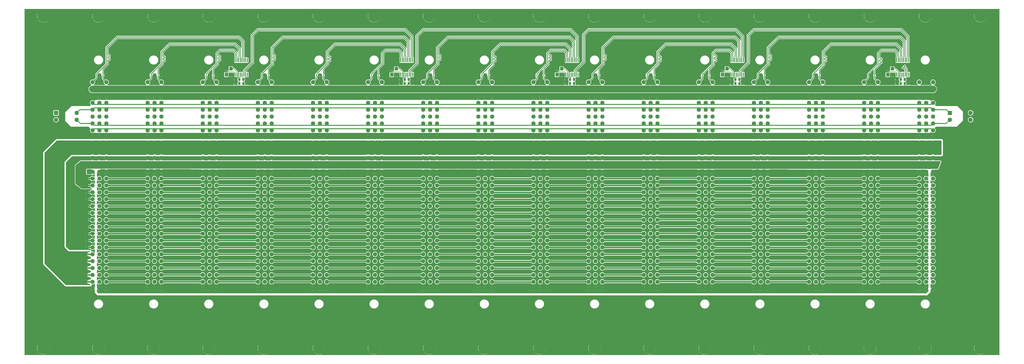
<source format=gbr>
%TF.GenerationSoftware,KiCad,Pcbnew,9.0.3*%
%TF.CreationDate,2025-10-05T23:38:32+02:00*%
%TF.ProjectId,ModuCard-System-ActiveBackplane,4d6f6475-4361-4726-942d-53797374656d,A*%
%TF.SameCoordinates,Original*%
%TF.FileFunction,Copper,L2,Bot*%
%TF.FilePolarity,Positive*%
%FSLAX46Y46*%
G04 Gerber Fmt 4.6, Leading zero omitted, Abs format (unit mm)*
G04 Created by KiCad (PCBNEW 9.0.3) date 2025-10-05 23:38:32*
%MOMM*%
%LPD*%
G01*
G04 APERTURE LIST*
G04 Aperture macros list*
%AMRoundRect*
0 Rectangle with rounded corners*
0 $1 Rounding radius*
0 $2 $3 $4 $5 $6 $7 $8 $9 X,Y pos of 4 corners*
0 Add a 4 corners polygon primitive as box body*
4,1,4,$2,$3,$4,$5,$6,$7,$8,$9,$2,$3,0*
0 Add four circle primitives for the rounded corners*
1,1,$1+$1,$2,$3*
1,1,$1+$1,$4,$5*
1,1,$1+$1,$6,$7*
1,1,$1+$1,$8,$9*
0 Add four rect primitives between the rounded corners*
20,1,$1+$1,$2,$3,$4,$5,0*
20,1,$1+$1,$4,$5,$6,$7,0*
20,1,$1+$1,$6,$7,$8,$9,0*
20,1,$1+$1,$8,$9,$2,$3,0*%
G04 Aperture macros list end*
%TA.AperFunction,EtchedComponent*%
%ADD10C,0.000000*%
%TD*%
%TA.AperFunction,SMDPad,CuDef*%
%ADD11RoundRect,0.225000X-0.225000X-0.250000X0.225000X-0.250000X0.225000X0.250000X-0.225000X0.250000X0*%
%TD*%
%TA.AperFunction,SMDPad,CuDef*%
%ADD12RoundRect,0.225000X0.225000X0.250000X-0.225000X0.250000X-0.225000X-0.250000X0.225000X-0.250000X0*%
%TD*%
%TA.AperFunction,ComponentPad*%
%ADD13C,4.700000*%
%TD*%
%TA.AperFunction,ComponentPad*%
%ADD14RoundRect,0.249999X-0.525001X-0.525001X0.525001X-0.525001X0.525001X0.525001X-0.525001X0.525001X0*%
%TD*%
%TA.AperFunction,ComponentPad*%
%ADD15C,1.550000*%
%TD*%
%TA.AperFunction,ComponentPad*%
%ADD16R,1.600000X1.600000*%
%TD*%
%TA.AperFunction,ComponentPad*%
%ADD17O,1.600000X1.600000*%
%TD*%
%TA.AperFunction,SMDPad,CuDef*%
%ADD18C,0.500000*%
%TD*%
%TA.AperFunction,SMDPad,CuDef*%
%ADD19R,1.200000X1.400000*%
%TD*%
%TA.AperFunction,SMDPad,CuDef*%
%ADD20R,0.410000X1.600000*%
%TD*%
%TA.AperFunction,ViaPad*%
%ADD21C,0.600000*%
%TD*%
%TA.AperFunction,Conductor*%
%ADD22C,0.254000*%
%TD*%
%TA.AperFunction,Conductor*%
%ADD23C,0.500000*%
%TD*%
%TA.AperFunction,Conductor*%
%ADD24C,0.200000*%
%TD*%
%TA.AperFunction,Conductor*%
%ADD25C,2.500000*%
%TD*%
%TA.AperFunction,Conductor*%
%ADD26C,0.300000*%
%TD*%
G04 APERTURE END LIST*
D10*
%TA.AperFunction,EtchedComponent*%
%TO.C,NT6*%
G36*
X128821245Y-205609000D02*
G01*
X127821245Y-205609000D01*
X127821245Y-205109000D01*
X128821245Y-205109000D01*
X128821245Y-205609000D01*
G37*
%TD.AperFunction*%
%TA.AperFunction,EtchedComponent*%
%TO.C,NT13*%
G36*
X128813245Y-223389000D02*
G01*
X127813245Y-223389000D01*
X127813245Y-222889000D01*
X128813245Y-222889000D01*
X128813245Y-223389000D01*
G37*
%TD.AperFunction*%
%TA.AperFunction,EtchedComponent*%
%TO.C,NT5*%
G36*
X128821245Y-203069000D02*
G01*
X127821245Y-203069000D01*
X127821245Y-202569000D01*
X128821245Y-202569000D01*
X128821245Y-203069000D01*
G37*
%TD.AperFunction*%
%TA.AperFunction,EtchedComponent*%
%TO.C,NT16*%
G36*
X128805245Y-231009000D02*
G01*
X127805245Y-231009000D01*
X127805245Y-230509000D01*
X128805245Y-230509000D01*
X128805245Y-231009000D01*
G37*
%TD.AperFunction*%
%TA.AperFunction,EtchedComponent*%
%TO.C,NT7*%
G36*
X128829245Y-208149000D02*
G01*
X127829245Y-208149000D01*
X127829245Y-207649000D01*
X128829245Y-207649000D01*
X128829245Y-208149000D01*
G37*
%TD.AperFunction*%
%TA.AperFunction,EtchedComponent*%
%TO.C,NT8*%
G36*
X128813245Y-210689000D02*
G01*
X127813245Y-210689000D01*
X127813245Y-210189000D01*
X128813245Y-210189000D01*
X128813245Y-210689000D01*
G37*
%TD.AperFunction*%
%TA.AperFunction,EtchedComponent*%
%TO.C,NT4*%
G36*
X128813245Y-200529000D02*
G01*
X127813245Y-200529000D01*
X127813245Y-200029000D01*
X128813245Y-200029000D01*
X128813245Y-200529000D01*
G37*
%TD.AperFunction*%
%TA.AperFunction,EtchedComponent*%
%TO.C,NT14*%
G36*
X128813245Y-225929000D02*
G01*
X127813245Y-225929000D01*
X127813245Y-225429000D01*
X128813245Y-225429000D01*
X128813245Y-225929000D01*
G37*
%TD.AperFunction*%
%TA.AperFunction,EtchedComponent*%
%TO.C,NT3*%
G36*
X128813245Y-197989000D02*
G01*
X127813245Y-197989000D01*
X127813245Y-197489000D01*
X128813245Y-197489000D01*
X128813245Y-197989000D01*
G37*
%TD.AperFunction*%
%TA.AperFunction,EtchedComponent*%
%TO.C,NT17*%
G36*
X128805245Y-233549000D02*
G01*
X127805245Y-233549000D01*
X127805245Y-233049000D01*
X128805245Y-233049000D01*
X128805245Y-233549000D01*
G37*
%TD.AperFunction*%
%TA.AperFunction,EtchedComponent*%
%TO.C,NT9*%
G36*
X128813245Y-213229000D02*
G01*
X127813245Y-213229000D01*
X127813245Y-212729000D01*
X128813245Y-212729000D01*
X128813245Y-213229000D01*
G37*
%TD.AperFunction*%
%TA.AperFunction,EtchedComponent*%
%TO.C,NT10*%
G36*
X128805245Y-215769000D02*
G01*
X127805245Y-215769000D01*
X127805245Y-215269000D01*
X128805245Y-215269000D01*
X128805245Y-215769000D01*
G37*
%TD.AperFunction*%
%TA.AperFunction,EtchedComponent*%
%TO.C,NT15*%
G36*
X128805245Y-228469000D02*
G01*
X127805245Y-228469000D01*
X127805245Y-227969000D01*
X128805245Y-227969000D01*
X128805245Y-228469000D01*
G37*
%TD.AperFunction*%
%TA.AperFunction,EtchedComponent*%
%TO.C,NT11*%
G36*
X128805245Y-218309000D02*
G01*
X127805245Y-218309000D01*
X127805245Y-217809000D01*
X128805245Y-217809000D01*
X128805245Y-218309000D01*
G37*
%TD.AperFunction*%
%TA.AperFunction,EtchedComponent*%
%TO.C,NT12*%
G36*
X128813245Y-220849000D02*
G01*
X127813245Y-220849000D01*
X127813245Y-220349000D01*
X128813245Y-220349000D01*
X128813245Y-220849000D01*
G37*
%TD.AperFunction*%
%TA.AperFunction,EtchedComponent*%
%TO.C,NT18*%
G36*
X128805245Y-236089000D02*
G01*
X127805245Y-236089000D01*
X127805245Y-235589000D01*
X128805245Y-235589000D01*
X128805245Y-236089000D01*
G37*
%TD.AperFunction*%
%TD*%
D11*
%TO.P,C19,2*%
%TO.N,GND*%
X431094245Y-161163000D03*
%TO.P,C19,1*%
%TO.N,+5v stdby*%
X429544245Y-161163000D03*
%TD*%
D12*
%TO.P,C17,2*%
%TO.N,GND*%
X426496245Y-161163000D03*
%TO.P,C17,1*%
%TO.N,Net-(U5-VDD33)*%
X428046245Y-161163000D03*
%TD*%
D11*
%TO.P,C20,2*%
%TO.N,GND*%
X431094245Y-162687000D03*
%TO.P,C20,1*%
%TO.N,+5v stdby*%
X429544245Y-162687000D03*
%TD*%
D12*
%TO.P,C18,2*%
%TO.N,GND*%
X426496245Y-162687000D03*
%TO.P,C18,1*%
%TO.N,Net-(U5-VDD33)*%
X428046245Y-162687000D03*
%TD*%
D13*
%TO.P,H20,1,1*%
%TO.N,GND*%
X457493745Y-260259000D03*
%TD*%
D14*
%TO.P,J2,a1,a1*%
%TO.N,GND*%
X150411245Y-159639000D03*
D15*
%TO.P,J2,a2,a2*%
%TO.N,/CH334R5/USB2.+*%
X150411245Y-162179000D03*
%TO.P,J2,a3,a3*%
%TO.N,+5v stdby*%
X150411245Y-164719000D03*
%TO.P,J2,a4,a4*%
%TO.N,GND*%
X150411245Y-167259000D03*
%TO.P,J2,a5,a5*%
%TO.N,/Can Split Terminators/CAN1.+*%
X150411245Y-169799000D03*
%TO.P,J2,a6,a6*%
%TO.N,/Can Split Terminators/CAN1.-*%
X150411245Y-172339000D03*
%TO.P,J2,a7,a7*%
%TO.N,GND*%
X150411245Y-174879000D03*
%TO.P,J2,a8,a8*%
%TO.N,/Can Split Terminators/CAN2.+*%
X150411245Y-177419000D03*
%TO.P,J2,a9,a9*%
%TO.N,/Can Split Terminators/CAN2.-*%
X150411245Y-179959000D03*
%TO.P,J2,a10,a10*%
%TO.N,GND*%
X150411245Y-182499000D03*
%TO.P,J2,a11,a11*%
%TO.N,+12V*%
X150411245Y-185039000D03*
%TO.P,J2,a12,a12*%
X150411245Y-187579000D03*
%TO.P,J2,a13,a13*%
%TO.N,GND*%
X150411245Y-190119000D03*
%TO.P,J2,a14,a14*%
%TO.N,+24v*%
X150411245Y-192659000D03*
%TO.P,J2,a15,a15*%
%TO.N,GND*%
X150411245Y-195199000D03*
%TO.P,J2,a16,a16*%
%TO.N,/Port1/GPIOR0*%
X150411245Y-197739000D03*
%TO.P,J2,a17,a17*%
%TO.N,/Port1/GPIOR1*%
X150411245Y-200279000D03*
%TO.P,J2,a18,a18*%
%TO.N,/Port1/GPIOR2*%
X150411245Y-202819000D03*
%TO.P,J2,a19,a19*%
%TO.N,/Port1/GPIOR3*%
X150411245Y-205359000D03*
%TO.P,J2,a20,a20*%
%TO.N,/Port1/GPIOR4*%
X150411245Y-207899000D03*
%TO.P,J2,a21,a21*%
%TO.N,/Port1/GPIOR5*%
X150411245Y-210439000D03*
%TO.P,J2,a22,a22*%
%TO.N,/Port1/GPIOR6*%
X150411245Y-212979000D03*
%TO.P,J2,a23,a23*%
%TO.N,/Port1/GPIOR7*%
X150411245Y-215519000D03*
%TO.P,J2,a24,a24*%
%TO.N,/Port1/GPIOR8*%
X150411245Y-218059000D03*
%TO.P,J2,a25,a25*%
%TO.N,/Port1/GPIOR9*%
X150411245Y-220599000D03*
%TO.P,J2,a26,a26*%
%TO.N,/Port1/GPIOR10*%
X150411245Y-223139000D03*
%TO.P,J2,a27,a27*%
%TO.N,/Port1/GPIOR11*%
X150411245Y-225679000D03*
%TO.P,J2,a28,a28*%
%TO.N,/Port1/GPIOR12*%
X150411245Y-228219000D03*
%TO.P,J2,a29,a29*%
%TO.N,/Port1/GPIOR13*%
X150411245Y-230759000D03*
%TO.P,J2,a30,a30*%
%TO.N,/Port1/GPIOR14*%
X150411245Y-233299000D03*
%TO.P,J2,a31,a31*%
%TO.N,/Port1/GPIOR15*%
X150411245Y-235839000D03*
%TO.P,J2,a32,a32*%
%TO.N,GND*%
X150411245Y-238379000D03*
%TO.P,J2,b1,b1*%
X152951245Y-159639000D03*
%TO.P,J2,b2,b2*%
X152951245Y-162179000D03*
%TO.P,J2,b3,b3*%
%TO.N,+5v stdby*%
X152951245Y-164719000D03*
%TO.P,J2,b4,b4*%
%TO.N,GND*%
X152951245Y-167259000D03*
%TO.P,J2,b5,b5*%
%TO.N,/Can Split Terminators/CAN1.+*%
X152951245Y-169799000D03*
%TO.P,J2,b6,b6*%
%TO.N,/Can Split Terminators/CAN1.-*%
X152951245Y-172339000D03*
%TO.P,J2,b7,b7*%
%TO.N,GND*%
X152951245Y-174879000D03*
%TO.P,J2,b8,b8*%
%TO.N,/Can Split Terminators/CAN2.+*%
X152951245Y-177419000D03*
%TO.P,J2,b9,b9*%
%TO.N,/Can Split Terminators/CAN2.-*%
X152951245Y-179959000D03*
%TO.P,J2,b10,b10*%
%TO.N,GND*%
X152951245Y-182499000D03*
%TO.P,J2,b11,b11*%
%TO.N,+12V*%
X152951245Y-185039000D03*
%TO.P,J2,b12,b12*%
X152951245Y-187579000D03*
%TO.P,J2,b13,b13*%
%TO.N,GND*%
X152951245Y-190119000D03*
%TO.P,J2,b14,b14*%
%TO.N,+24v*%
X152951245Y-192659000D03*
%TO.P,J2,b15,b15*%
%TO.N,GND*%
X152951245Y-195199000D03*
%TO.P,J2,b16,b16*%
%TO.N,/Port1/GPIOC0*%
X152951245Y-197739000D03*
%TO.P,J2,b17,b17*%
%TO.N,/Port1/GPIOC1*%
X152951245Y-200279000D03*
%TO.P,J2,b18,b18*%
%TO.N,/Port1/GPIOC2*%
X152951245Y-202819000D03*
%TO.P,J2,b19,b19*%
%TO.N,/Port1/GPIOC3*%
X152951245Y-205359000D03*
%TO.P,J2,b20,b20*%
%TO.N,/Port1/GPIOC4*%
X152951245Y-207899000D03*
%TO.P,J2,b21,b21*%
%TO.N,/Port1/GPIOC5*%
X152951245Y-210439000D03*
%TO.P,J2,b22,b22*%
%TO.N,/Port1/GPIOC6*%
X152951245Y-212979000D03*
%TO.P,J2,b23,b23*%
%TO.N,/Port1/GPIOC7*%
X152951245Y-215519000D03*
%TO.P,J2,b24,b24*%
%TO.N,/Port1/GPIOC8*%
X152951245Y-218059000D03*
%TO.P,J2,b25,b25*%
%TO.N,/Port1/GPIOC9*%
X152951245Y-220599000D03*
%TO.P,J2,b26,b26*%
%TO.N,/Port1/GPIOC10*%
X152951245Y-223139000D03*
%TO.P,J2,b27,b27*%
%TO.N,/Port1/GPIOC11*%
X152951245Y-225679000D03*
%TO.P,J2,b28,b28*%
%TO.N,/Port1/GPIOC12*%
X152951245Y-228219000D03*
%TO.P,J2,b29,b29*%
%TO.N,/Port1/GPIOC13*%
X152951245Y-230759000D03*
%TO.P,J2,b30,b30*%
%TO.N,/Port1/GPIOC14*%
X152951245Y-233299000D03*
%TO.P,J2,b31,b31*%
%TO.N,/Port1/GPIOC15*%
X152951245Y-235839000D03*
%TO.P,J2,b32,b32*%
%TO.N,GND*%
X152951245Y-238379000D03*
%TO.P,J2,c1,c1*%
X155491245Y-159639000D03*
%TO.P,J2,c2,c2*%
%TO.N,/CH334R5/USB2.-*%
X155491245Y-162179000D03*
%TO.P,J2,c3,c3*%
%TO.N,+5v stdby*%
X155491245Y-164719000D03*
%TO.P,J2,c4,c4*%
%TO.N,GND*%
X155491245Y-167259000D03*
%TO.P,J2,c5,c5*%
%TO.N,/Can Split Terminators/CAN1.+*%
X155491245Y-169799000D03*
%TO.P,J2,c6,c6*%
%TO.N,/Can Split Terminators/CAN1.-*%
X155491245Y-172339000D03*
%TO.P,J2,c7,c7*%
%TO.N,GND*%
X155491245Y-174879000D03*
%TO.P,J2,c8,c8*%
%TO.N,/Can Split Terminators/CAN2.+*%
X155491245Y-177419000D03*
%TO.P,J2,c9,c9*%
%TO.N,/Can Split Terminators/CAN2.-*%
X155491245Y-179959000D03*
%TO.P,J2,c10,c10*%
%TO.N,GND*%
X155491245Y-182499000D03*
%TO.P,J2,c11,c11*%
%TO.N,+12V*%
X155491245Y-185039000D03*
%TO.P,J2,c12,c12*%
X155491245Y-187579000D03*
%TO.P,J2,c13,c13*%
%TO.N,GND*%
X155491245Y-190119000D03*
%TO.P,J2,c14,c14*%
%TO.N,+24v*%
X155491245Y-192659000D03*
%TO.P,J2,c15,c15*%
%TO.N,GND*%
X155491245Y-195199000D03*
%TO.P,J2,c16,c16*%
%TO.N,/Port2/GPIOR0*%
X155491245Y-197739000D03*
%TO.P,J2,c17,c17*%
%TO.N,/Port2/GPIOR1*%
X155491245Y-200279000D03*
%TO.P,J2,c18,c18*%
%TO.N,/Port2/GPIOR2*%
X155491245Y-202819000D03*
%TO.P,J2,c19,c19*%
%TO.N,/Port2/GPIOR3*%
X155491245Y-205359000D03*
%TO.P,J2,c20,c20*%
%TO.N,/Port2/GPIOR4*%
X155491245Y-207899000D03*
%TO.P,J2,c21,c21*%
%TO.N,/Port2/GPIOR5*%
X155491245Y-210439000D03*
%TO.P,J2,c22,c22*%
%TO.N,/Port2/GPIOR6*%
X155491245Y-212979000D03*
%TO.P,J2,c23,c23*%
%TO.N,/Port2/GPIOR7*%
X155491245Y-215519000D03*
%TO.P,J2,c24,c24*%
%TO.N,/Port2/GPIOR8*%
X155491245Y-218059000D03*
%TO.P,J2,c25,c25*%
%TO.N,/Port2/GPIOR9*%
X155491245Y-220599000D03*
%TO.P,J2,c26,c26*%
%TO.N,/Port2/GPIOR10*%
X155491245Y-223139000D03*
%TO.P,J2,c27,c27*%
%TO.N,/Port2/GPIOR11*%
X155491245Y-225679000D03*
%TO.P,J2,c28,c28*%
%TO.N,/Port2/GPIOR12*%
X155491245Y-228219000D03*
%TO.P,J2,c29,c29*%
%TO.N,/Port2/GPIOR13*%
X155491245Y-230759000D03*
%TO.P,J2,c30,c30*%
%TO.N,/Port2/GPIOR14*%
X155491245Y-233299000D03*
%TO.P,J2,c31,c31*%
%TO.N,/Port2/GPIOR15*%
X155491245Y-235839000D03*
%TO.P,J2,c32,c32*%
%TO.N,GND*%
X155491245Y-238379000D03*
%TD*%
D13*
%TO.P,H29,1,1*%
%TO.N,GND*%
X254293745Y-260259000D03*
%TD*%
%TO.P,H24,1,1*%
%TO.N,GND*%
X152693745Y-260259000D03*
%TD*%
%TO.P,H36,1,1*%
%TO.N,GND*%
X396533745Y-260259000D03*
%TD*%
%TO.P,H23,1,1*%
%TO.N,GND*%
X132373745Y-260259000D03*
%TD*%
%TO.P,H3,1,1*%
%TO.N,GND*%
X152693745Y-137759000D03*
%TD*%
%TO.P,H17,1,1*%
%TO.N,GND*%
X437173745Y-137759000D03*
%TD*%
%TO.P,H4,1,1*%
%TO.N,GND*%
X173013745Y-137759000D03*
%TD*%
D16*
%TO.P,SW1,1*%
%TO.N,Net-(R5-Pad1)*%
X116671745Y-173517155D03*
D17*
%TO.P,SW1,2*%
%TO.N,Net-(R9-Pad1)*%
X116671745Y-176057155D03*
%TO.P,SW1,3*%
%TO.N,/Can Split Terminators/CAN2.+*%
X124291745Y-176057155D03*
%TO.P,SW1,4*%
%TO.N,/Can Split Terminators/CAN1.-*%
X124291745Y-173517155D03*
%TD*%
D13*
%TO.P,H35,1,1*%
%TO.N,GND*%
X376213745Y-260259000D03*
%TD*%
%TO.P,H32,1,1*%
%TO.N,GND*%
X315253745Y-260259000D03*
%TD*%
D16*
%TO.P,SW2,1*%
%TO.N,/Can Split Terminators/CAN1.-*%
X446210245Y-173517155D03*
D17*
%TO.P,SW2,2*%
%TO.N,/Can Split Terminators/CAN2.+*%
X446210245Y-176057155D03*
%TO.P,SW2,3*%
%TO.N,/Can Split Terminators/CAN term 4*%
X453830245Y-176057155D03*
%TO.P,SW2,4*%
%TO.N,/Can Split Terminators/CAN term 3*%
X453830245Y-173517155D03*
%TD*%
D13*
%TO.P,H28,1,1*%
%TO.N,GND*%
X233973745Y-260259000D03*
%TD*%
D14*
%TO.P,J10,a1,a1*%
%TO.N,GND*%
X312971245Y-159639000D03*
D15*
%TO.P,J10,a2,a2*%
%TO.N,/CH334R2/USB3.+*%
X312971245Y-162179000D03*
%TO.P,J10,a3,a3*%
%TO.N,+5v stdby*%
X312971245Y-164719000D03*
%TO.P,J10,a4,a4*%
%TO.N,GND*%
X312971245Y-167259000D03*
%TO.P,J10,a5,a5*%
%TO.N,/Can Split Terminators/CAN1.+*%
X312971245Y-169799000D03*
%TO.P,J10,a6,a6*%
%TO.N,/Can Split Terminators/CAN1.-*%
X312971245Y-172339000D03*
%TO.P,J10,a7,a7*%
%TO.N,GND*%
X312971245Y-174879000D03*
%TO.P,J10,a8,a8*%
%TO.N,/Can Split Terminators/CAN2.+*%
X312971245Y-177419000D03*
%TO.P,J10,a9,a9*%
%TO.N,/Can Split Terminators/CAN2.-*%
X312971245Y-179959000D03*
%TO.P,J10,a10,a10*%
%TO.N,GND*%
X312971245Y-182499000D03*
%TO.P,J10,a11,a11*%
%TO.N,+12V*%
X312971245Y-185039000D03*
%TO.P,J10,a12,a12*%
X312971245Y-187579000D03*
%TO.P,J10,a13,a13*%
%TO.N,GND*%
X312971245Y-190119000D03*
%TO.P,J10,a14,a14*%
%TO.N,+24v*%
X312971245Y-192659000D03*
%TO.P,J10,a15,a15*%
%TO.N,GND*%
X312971245Y-195199000D03*
%TO.P,J10,a16,a16*%
%TO.N,/Port10/GPIOL0*%
X312971245Y-197739000D03*
%TO.P,J10,a17,a17*%
%TO.N,/Port10/GPIOL1*%
X312971245Y-200279000D03*
%TO.P,J10,a18,a18*%
%TO.N,/Port10/GPIOL2*%
X312971245Y-202819000D03*
%TO.P,J10,a19,a19*%
%TO.N,/Port10/GPIOL3*%
X312971245Y-205359000D03*
%TO.P,J10,a20,a20*%
%TO.N,/Port10/GPIOL4*%
X312971245Y-207899000D03*
%TO.P,J10,a21,a21*%
%TO.N,/Port10/GPIOL5*%
X312971245Y-210439000D03*
%TO.P,J10,a22,a22*%
%TO.N,/Port10/GPIOL6*%
X312971245Y-212979000D03*
%TO.P,J10,a23,a23*%
%TO.N,/Port10/GPIOL7*%
X312971245Y-215519000D03*
%TO.P,J10,a24,a24*%
%TO.N,/Port10/GPIOL8*%
X312971245Y-218059000D03*
%TO.P,J10,a25,a25*%
%TO.N,/Port10/GPIOL9*%
X312971245Y-220599000D03*
%TO.P,J10,a26,a26*%
%TO.N,/Port10/GPIOL10*%
X312971245Y-223139000D03*
%TO.P,J10,a27,a27*%
%TO.N,/Port10/GPIOL11*%
X312971245Y-225679000D03*
%TO.P,J10,a28,a28*%
%TO.N,/Port10/GPIOL12*%
X312971245Y-228219000D03*
%TO.P,J10,a29,a29*%
%TO.N,/Port10/GPIOL13*%
X312971245Y-230759000D03*
%TO.P,J10,a30,a30*%
%TO.N,/Port10/GPIOL14*%
X312971245Y-233299000D03*
%TO.P,J10,a31,a31*%
%TO.N,/Port10/GPIOL15*%
X312971245Y-235839000D03*
%TO.P,J10,a32,a32*%
%TO.N,GND*%
X312971245Y-238379000D03*
%TO.P,J10,b1,b1*%
X315511245Y-159639000D03*
%TO.P,J10,b2,b2*%
X315511245Y-162179000D03*
%TO.P,J10,b3,b3*%
%TO.N,+5v stdby*%
X315511245Y-164719000D03*
%TO.P,J10,b4,b4*%
%TO.N,GND*%
X315511245Y-167259000D03*
%TO.P,J10,b5,b5*%
%TO.N,/Can Split Terminators/CAN1.+*%
X315511245Y-169799000D03*
%TO.P,J10,b6,b6*%
%TO.N,/Can Split Terminators/CAN1.-*%
X315511245Y-172339000D03*
%TO.P,J10,b7,b7*%
%TO.N,GND*%
X315511245Y-174879000D03*
%TO.P,J10,b8,b8*%
%TO.N,/Can Split Terminators/CAN2.+*%
X315511245Y-177419000D03*
%TO.P,J10,b9,b9*%
%TO.N,/Can Split Terminators/CAN2.-*%
X315511245Y-179959000D03*
%TO.P,J10,b10,b10*%
%TO.N,GND*%
X315511245Y-182499000D03*
%TO.P,J10,b11,b11*%
%TO.N,+12V*%
X315511245Y-185039000D03*
%TO.P,J10,b12,b12*%
X315511245Y-187579000D03*
%TO.P,J10,b13,b13*%
%TO.N,GND*%
X315511245Y-190119000D03*
%TO.P,J10,b14,b14*%
%TO.N,+24v*%
X315511245Y-192659000D03*
%TO.P,J10,b15,b15*%
%TO.N,GND*%
X315511245Y-195199000D03*
%TO.P,J10,b16,b16*%
%TO.N,/Port1/GPIOC0*%
X315511245Y-197739000D03*
%TO.P,J10,b17,b17*%
%TO.N,/Port1/GPIOC1*%
X315511245Y-200279000D03*
%TO.P,J10,b18,b18*%
%TO.N,/Port1/GPIOC2*%
X315511245Y-202819000D03*
%TO.P,J10,b19,b19*%
%TO.N,/Port1/GPIOC3*%
X315511245Y-205359000D03*
%TO.P,J10,b20,b20*%
%TO.N,/Port1/GPIOC4*%
X315511245Y-207899000D03*
%TO.P,J10,b21,b21*%
%TO.N,/Port1/GPIOC5*%
X315511245Y-210439000D03*
%TO.P,J10,b22,b22*%
%TO.N,/Port1/GPIOC6*%
X315511245Y-212979000D03*
%TO.P,J10,b23,b23*%
%TO.N,/Port1/GPIOC7*%
X315511245Y-215519000D03*
%TO.P,J10,b24,b24*%
%TO.N,/Port1/GPIOC8*%
X315511245Y-218059000D03*
%TO.P,J10,b25,b25*%
%TO.N,/Port1/GPIOC9*%
X315511245Y-220599000D03*
%TO.P,J10,b26,b26*%
%TO.N,/Port1/GPIOC10*%
X315511245Y-223139000D03*
%TO.P,J10,b27,b27*%
%TO.N,/Port1/GPIOC11*%
X315511245Y-225679000D03*
%TO.P,J10,b28,b28*%
%TO.N,/Port1/GPIOC12*%
X315511245Y-228219000D03*
%TO.P,J10,b29,b29*%
%TO.N,/Port1/GPIOC13*%
X315511245Y-230759000D03*
%TO.P,J10,b30,b30*%
%TO.N,/Port1/GPIOC14*%
X315511245Y-233299000D03*
%TO.P,J10,b31,b31*%
%TO.N,/Port1/GPIOC15*%
X315511245Y-235839000D03*
%TO.P,J10,b32,b32*%
%TO.N,GND*%
X315511245Y-238379000D03*
%TO.P,J10,c1,c1*%
X318051245Y-159639000D03*
%TO.P,J10,c2,c2*%
%TO.N,/CH334R2/USB3.-*%
X318051245Y-162179000D03*
%TO.P,J10,c3,c3*%
%TO.N,+5v stdby*%
X318051245Y-164719000D03*
%TO.P,J10,c4,c4*%
%TO.N,GND*%
X318051245Y-167259000D03*
%TO.P,J10,c5,c5*%
%TO.N,/Can Split Terminators/CAN1.+*%
X318051245Y-169799000D03*
%TO.P,J10,c6,c6*%
%TO.N,/Can Split Terminators/CAN1.-*%
X318051245Y-172339000D03*
%TO.P,J10,c7,c7*%
%TO.N,GND*%
X318051245Y-174879000D03*
%TO.P,J10,c8,c8*%
%TO.N,/Can Split Terminators/CAN2.+*%
X318051245Y-177419000D03*
%TO.P,J10,c9,c9*%
%TO.N,/Can Split Terminators/CAN2.-*%
X318051245Y-179959000D03*
%TO.P,J10,c10,c10*%
%TO.N,GND*%
X318051245Y-182499000D03*
%TO.P,J10,c11,c11*%
%TO.N,+12V*%
X318051245Y-185039000D03*
%TO.P,J10,c12,c12*%
X318051245Y-187579000D03*
%TO.P,J10,c13,c13*%
%TO.N,GND*%
X318051245Y-190119000D03*
%TO.P,J10,c14,c14*%
%TO.N,+24v*%
X318051245Y-192659000D03*
%TO.P,J10,c15,c15*%
%TO.N,GND*%
X318051245Y-195199000D03*
%TO.P,J10,c16,c16*%
%TO.N,/Port10/GPIOR0*%
X318051245Y-197739000D03*
%TO.P,J10,c17,c17*%
%TO.N,/Port10/GPIOR1*%
X318051245Y-200279000D03*
%TO.P,J10,c18,c18*%
%TO.N,/Port10/GPIOR2*%
X318051245Y-202819000D03*
%TO.P,J10,c19,c19*%
%TO.N,/Port10/GPIOR3*%
X318051245Y-205359000D03*
%TO.P,J10,c20,c20*%
%TO.N,/Port10/GPIOR4*%
X318051245Y-207899000D03*
%TO.P,J10,c21,c21*%
%TO.N,/Port10/GPIOR5*%
X318051245Y-210439000D03*
%TO.P,J10,c22,c22*%
%TO.N,/Port10/GPIOR6*%
X318051245Y-212979000D03*
%TO.P,J10,c23,c23*%
%TO.N,/Port10/GPIOR7*%
X318051245Y-215519000D03*
%TO.P,J10,c24,c24*%
%TO.N,/Port10/GPIOR8*%
X318051245Y-218059000D03*
%TO.P,J10,c25,c25*%
%TO.N,/Port10/GPIOR9*%
X318051245Y-220599000D03*
%TO.P,J10,c26,c26*%
%TO.N,/Port10/GPIOR10*%
X318051245Y-223139000D03*
%TO.P,J10,c27,c27*%
%TO.N,/Port10/GPIOR11*%
X318051245Y-225679000D03*
%TO.P,J10,c28,c28*%
%TO.N,/Port10/GPIOR12*%
X318051245Y-228219000D03*
%TO.P,J10,c29,c29*%
%TO.N,/Port10/GPIOR13*%
X318051245Y-230759000D03*
%TO.P,J10,c30,c30*%
%TO.N,/Port10/GPIOR14*%
X318051245Y-233299000D03*
%TO.P,J10,c31,c31*%
%TO.N,/Port10/GPIOR15*%
X318051245Y-235839000D03*
%TO.P,J10,c32,c32*%
%TO.N,GND*%
X318051245Y-238379000D03*
%TD*%
D14*
%TO.P,J11,a1,a1*%
%TO.N,GND*%
X333291245Y-159639000D03*
D15*
%TO.P,J11,a2,a2*%
%TO.N,/CH334R2/USB2.+*%
X333291245Y-162179000D03*
%TO.P,J11,a3,a3*%
%TO.N,+5v stdby*%
X333291245Y-164719000D03*
%TO.P,J11,a4,a4*%
%TO.N,GND*%
X333291245Y-167259000D03*
%TO.P,J11,a5,a5*%
%TO.N,/Can Split Terminators/CAN1.+*%
X333291245Y-169799000D03*
%TO.P,J11,a6,a6*%
%TO.N,/Can Split Terminators/CAN1.-*%
X333291245Y-172339000D03*
%TO.P,J11,a7,a7*%
%TO.N,GND*%
X333291245Y-174879000D03*
%TO.P,J11,a8,a8*%
%TO.N,/Can Split Terminators/CAN2.+*%
X333291245Y-177419000D03*
%TO.P,J11,a9,a9*%
%TO.N,/Can Split Terminators/CAN2.-*%
X333291245Y-179959000D03*
%TO.P,J11,a10,a10*%
%TO.N,GND*%
X333291245Y-182499000D03*
%TO.P,J11,a11,a11*%
%TO.N,+12V*%
X333291245Y-185039000D03*
%TO.P,J11,a12,a12*%
X333291245Y-187579000D03*
%TO.P,J11,a13,a13*%
%TO.N,GND*%
X333291245Y-190119000D03*
%TO.P,J11,a14,a14*%
%TO.N,+24v*%
X333291245Y-192659000D03*
%TO.P,J11,a15,a15*%
%TO.N,GND*%
X333291245Y-195199000D03*
%TO.P,J11,a16,a16*%
%TO.N,/Port10/GPIOR0*%
X333291245Y-197739000D03*
%TO.P,J11,a17,a17*%
%TO.N,/Port10/GPIOR1*%
X333291245Y-200279000D03*
%TO.P,J11,a18,a18*%
%TO.N,/Port10/GPIOR2*%
X333291245Y-202819000D03*
%TO.P,J11,a19,a19*%
%TO.N,/Port10/GPIOR3*%
X333291245Y-205359000D03*
%TO.P,J11,a20,a20*%
%TO.N,/Port10/GPIOR4*%
X333291245Y-207899000D03*
%TO.P,J11,a21,a21*%
%TO.N,/Port10/GPIOR5*%
X333291245Y-210439000D03*
%TO.P,J11,a22,a22*%
%TO.N,/Port10/GPIOR6*%
X333291245Y-212979000D03*
%TO.P,J11,a23,a23*%
%TO.N,/Port10/GPIOR7*%
X333291245Y-215519000D03*
%TO.P,J11,a24,a24*%
%TO.N,/Port10/GPIOR8*%
X333291245Y-218059000D03*
%TO.P,J11,a25,a25*%
%TO.N,/Port10/GPIOR9*%
X333291245Y-220599000D03*
%TO.P,J11,a26,a26*%
%TO.N,/Port10/GPIOR10*%
X333291245Y-223139000D03*
%TO.P,J11,a27,a27*%
%TO.N,/Port10/GPIOR11*%
X333291245Y-225679000D03*
%TO.P,J11,a28,a28*%
%TO.N,/Port10/GPIOR12*%
X333291245Y-228219000D03*
%TO.P,J11,a29,a29*%
%TO.N,/Port10/GPIOR13*%
X333291245Y-230759000D03*
%TO.P,J11,a30,a30*%
%TO.N,/Port10/GPIOR14*%
X333291245Y-233299000D03*
%TO.P,J11,a31,a31*%
%TO.N,/Port10/GPIOR15*%
X333291245Y-235839000D03*
%TO.P,J11,a32,a32*%
%TO.N,GND*%
X333291245Y-238379000D03*
%TO.P,J11,b1,b1*%
X335831245Y-159639000D03*
%TO.P,J11,b2,b2*%
X335831245Y-162179000D03*
%TO.P,J11,b3,b3*%
%TO.N,+5v stdby*%
X335831245Y-164719000D03*
%TO.P,J11,b4,b4*%
%TO.N,GND*%
X335831245Y-167259000D03*
%TO.P,J11,b5,b5*%
%TO.N,/Can Split Terminators/CAN1.+*%
X335831245Y-169799000D03*
%TO.P,J11,b6,b6*%
%TO.N,/Can Split Terminators/CAN1.-*%
X335831245Y-172339000D03*
%TO.P,J11,b7,b7*%
%TO.N,GND*%
X335831245Y-174879000D03*
%TO.P,J11,b8,b8*%
%TO.N,/Can Split Terminators/CAN2.+*%
X335831245Y-177419000D03*
%TO.P,J11,b9,b9*%
%TO.N,/Can Split Terminators/CAN2.-*%
X335831245Y-179959000D03*
%TO.P,J11,b10,b10*%
%TO.N,GND*%
X335831245Y-182499000D03*
%TO.P,J11,b11,b11*%
%TO.N,+12V*%
X335831245Y-185039000D03*
%TO.P,J11,b12,b12*%
X335831245Y-187579000D03*
%TO.P,J11,b13,b13*%
%TO.N,GND*%
X335831245Y-190119000D03*
%TO.P,J11,b14,b14*%
%TO.N,+24v*%
X335831245Y-192659000D03*
%TO.P,J11,b15,b15*%
%TO.N,GND*%
X335831245Y-195199000D03*
%TO.P,J11,b16,b16*%
%TO.N,/Port1/GPIOC0*%
X335831245Y-197739000D03*
%TO.P,J11,b17,b17*%
%TO.N,/Port1/GPIOC1*%
X335831245Y-200279000D03*
%TO.P,J11,b18,b18*%
%TO.N,/Port1/GPIOC2*%
X335831245Y-202819000D03*
%TO.P,J11,b19,b19*%
%TO.N,/Port1/GPIOC3*%
X335831245Y-205359000D03*
%TO.P,J11,b20,b20*%
%TO.N,/Port1/GPIOC4*%
X335831245Y-207899000D03*
%TO.P,J11,b21,b21*%
%TO.N,/Port1/GPIOC5*%
X335831245Y-210439000D03*
%TO.P,J11,b22,b22*%
%TO.N,/Port1/GPIOC6*%
X335831245Y-212979000D03*
%TO.P,J11,b23,b23*%
%TO.N,/Port1/GPIOC7*%
X335831245Y-215519000D03*
%TO.P,J11,b24,b24*%
%TO.N,/Port1/GPIOC8*%
X335831245Y-218059000D03*
%TO.P,J11,b25,b25*%
%TO.N,/Port1/GPIOC9*%
X335831245Y-220599000D03*
%TO.P,J11,b26,b26*%
%TO.N,/Port1/GPIOC10*%
X335831245Y-223139000D03*
%TO.P,J11,b27,b27*%
%TO.N,/Port1/GPIOC11*%
X335831245Y-225679000D03*
%TO.P,J11,b28,b28*%
%TO.N,/Port1/GPIOC12*%
X335831245Y-228219000D03*
%TO.P,J11,b29,b29*%
%TO.N,/Port1/GPIOC13*%
X335831245Y-230759000D03*
%TO.P,J11,b30,b30*%
%TO.N,/Port1/GPIOC14*%
X335831245Y-233299000D03*
%TO.P,J11,b31,b31*%
%TO.N,/Port1/GPIOC15*%
X335831245Y-235839000D03*
%TO.P,J11,b32,b32*%
%TO.N,GND*%
X335831245Y-238379000D03*
%TO.P,J11,c1,c1*%
X338371245Y-159639000D03*
%TO.P,J11,c2,c2*%
%TO.N,/CH334R2/USB2.-*%
X338371245Y-162179000D03*
%TO.P,J11,c3,c3*%
%TO.N,+5v stdby*%
X338371245Y-164719000D03*
%TO.P,J11,c4,c4*%
%TO.N,GND*%
X338371245Y-167259000D03*
%TO.P,J11,c5,c5*%
%TO.N,/Can Split Terminators/CAN1.+*%
X338371245Y-169799000D03*
%TO.P,J11,c6,c6*%
%TO.N,/Can Split Terminators/CAN1.-*%
X338371245Y-172339000D03*
%TO.P,J11,c7,c7*%
%TO.N,GND*%
X338371245Y-174879000D03*
%TO.P,J11,c8,c8*%
%TO.N,/Can Split Terminators/CAN2.+*%
X338371245Y-177419000D03*
%TO.P,J11,c9,c9*%
%TO.N,/Can Split Terminators/CAN2.-*%
X338371245Y-179959000D03*
%TO.P,J11,c10,c10*%
%TO.N,GND*%
X338371245Y-182499000D03*
%TO.P,J11,c11,c11*%
%TO.N,+12V*%
X338371245Y-185039000D03*
%TO.P,J11,c12,c12*%
X338371245Y-187579000D03*
%TO.P,J11,c13,c13*%
%TO.N,GND*%
X338371245Y-190119000D03*
%TO.P,J11,c14,c14*%
%TO.N,+24v*%
X338371245Y-192659000D03*
%TO.P,J11,c15,c15*%
%TO.N,GND*%
X338371245Y-195199000D03*
%TO.P,J11,c16,c16*%
%TO.N,/Port11/GPIOR0*%
X338371245Y-197739000D03*
%TO.P,J11,c17,c17*%
%TO.N,/Port11/GPIOR1*%
X338371245Y-200279000D03*
%TO.P,J11,c18,c18*%
%TO.N,/Port11/GPIOR2*%
X338371245Y-202819000D03*
%TO.P,J11,c19,c19*%
%TO.N,/Port11/GPIOR3*%
X338371245Y-205359000D03*
%TO.P,J11,c20,c20*%
%TO.N,/Port11/GPIOR4*%
X338371245Y-207899000D03*
%TO.P,J11,c21,c21*%
%TO.N,/Port11/GPIOR5*%
X338371245Y-210439000D03*
%TO.P,J11,c22,c22*%
%TO.N,/Port11/GPIOR6*%
X338371245Y-212979000D03*
%TO.P,J11,c23,c23*%
%TO.N,/Port11/GPIOR7*%
X338371245Y-215519000D03*
%TO.P,J11,c24,c24*%
%TO.N,/Port11/GPIOR8*%
X338371245Y-218059000D03*
%TO.P,J11,c25,c25*%
%TO.N,/Port11/GPIOR9*%
X338371245Y-220599000D03*
%TO.P,J11,c26,c26*%
%TO.N,/Port11/GPIOR10*%
X338371245Y-223139000D03*
%TO.P,J11,c27,c27*%
%TO.N,/Port11/GPIOR11*%
X338371245Y-225679000D03*
%TO.P,J11,c28,c28*%
%TO.N,/Port11/GPIOR12*%
X338371245Y-228219000D03*
%TO.P,J11,c29,c29*%
%TO.N,/Port11/GPIOR13*%
X338371245Y-230759000D03*
%TO.P,J11,c30,c30*%
%TO.N,/Port11/GPIOR14*%
X338371245Y-233299000D03*
%TO.P,J11,c31,c31*%
%TO.N,/Port11/GPIOR15*%
X338371245Y-235839000D03*
%TO.P,J11,c32,c32*%
%TO.N,GND*%
X338371245Y-238379000D03*
%TD*%
D13*
%TO.P,H2,1,1*%
%TO.N,GND*%
X132373745Y-137759000D03*
%TD*%
%TO.P,H34,1,1*%
%TO.N,GND*%
X355893745Y-260259000D03*
%TD*%
%TO.P,H14,1,1*%
%TO.N,GND*%
X376213745Y-137759000D03*
%TD*%
D14*
%TO.P,J9,a1,a1*%
%TO.N,GND*%
X292651245Y-159639000D03*
D15*
%TO.P,J9,a2,a2*%
%TO.N,/CH334R3/USB1.+*%
X292651245Y-162179000D03*
%TO.P,J9,a3,a3*%
%TO.N,+5v stdby*%
X292651245Y-164719000D03*
%TO.P,J9,a4,a4*%
%TO.N,GND*%
X292651245Y-167259000D03*
%TO.P,J9,a5,a5*%
%TO.N,/Can Split Terminators/CAN1.+*%
X292651245Y-169799000D03*
%TO.P,J9,a6,a6*%
%TO.N,/Can Split Terminators/CAN1.-*%
X292651245Y-172339000D03*
%TO.P,J9,a7,a7*%
%TO.N,GND*%
X292651245Y-174879000D03*
%TO.P,J9,a8,a8*%
%TO.N,/Can Split Terminators/CAN2.+*%
X292651245Y-177419000D03*
%TO.P,J9,a9,a9*%
%TO.N,/Can Split Terminators/CAN2.-*%
X292651245Y-179959000D03*
%TO.P,J9,a10,a10*%
%TO.N,GND*%
X292651245Y-182499000D03*
%TO.P,J9,a11,a11*%
%TO.N,+12V*%
X292651245Y-185039000D03*
%TO.P,J9,a12,a12*%
X292651245Y-187579000D03*
%TO.P,J9,a13,a13*%
%TO.N,GND*%
X292651245Y-190119000D03*
%TO.P,J9,a14,a14*%
%TO.N,+24v*%
X292651245Y-192659000D03*
%TO.P,J9,a15,a15*%
%TO.N,GND*%
X292651245Y-195199000D03*
%TO.P,J9,a16,a16*%
%TO.N,/Port8/GPIOR0*%
X292651245Y-197739000D03*
%TO.P,J9,a17,a17*%
%TO.N,/Port8/GPIOR1*%
X292651245Y-200279000D03*
%TO.P,J9,a18,a18*%
%TO.N,/Port8/GPIOR2*%
X292651245Y-202819000D03*
%TO.P,J9,a19,a19*%
%TO.N,/Port8/GPIOR3*%
X292651245Y-205359000D03*
%TO.P,J9,a20,a20*%
%TO.N,/Port8/GPIOR4*%
X292651245Y-207899000D03*
%TO.P,J9,a21,a21*%
%TO.N,/Port8/GPIOR5*%
X292651245Y-210439000D03*
%TO.P,J9,a22,a22*%
%TO.N,/Port8/GPIOR6*%
X292651245Y-212979000D03*
%TO.P,J9,a23,a23*%
%TO.N,/Port8/GPIOR7*%
X292651245Y-215519000D03*
%TO.P,J9,a24,a24*%
%TO.N,/Port8/GPIOR8*%
X292651245Y-218059000D03*
%TO.P,J9,a25,a25*%
%TO.N,/Port8/GPIOR9*%
X292651245Y-220599000D03*
%TO.P,J9,a26,a26*%
%TO.N,/Port8/GPIOR10*%
X292651245Y-223139000D03*
%TO.P,J9,a27,a27*%
%TO.N,/Port8/GPIOR11*%
X292651245Y-225679000D03*
%TO.P,J9,a28,a28*%
%TO.N,/Port8/GPIOR12*%
X292651245Y-228219000D03*
%TO.P,J9,a29,a29*%
%TO.N,/Port8/GPIOR13*%
X292651245Y-230759000D03*
%TO.P,J9,a30,a30*%
%TO.N,/Port8/GPIOR14*%
X292651245Y-233299000D03*
%TO.P,J9,a31,a31*%
%TO.N,/Port8/GPIOR15*%
X292651245Y-235839000D03*
%TO.P,J9,a32,a32*%
%TO.N,GND*%
X292651245Y-238379000D03*
%TO.P,J9,b1,b1*%
X295191245Y-159639000D03*
%TO.P,J9,b2,b2*%
X295191245Y-162179000D03*
%TO.P,J9,b3,b3*%
%TO.N,+5v stdby*%
X295191245Y-164719000D03*
%TO.P,J9,b4,b4*%
%TO.N,GND*%
X295191245Y-167259000D03*
%TO.P,J9,b5,b5*%
%TO.N,/Can Split Terminators/CAN1.+*%
X295191245Y-169799000D03*
%TO.P,J9,b6,b6*%
%TO.N,/Can Split Terminators/CAN1.-*%
X295191245Y-172339000D03*
%TO.P,J9,b7,b7*%
%TO.N,GND*%
X295191245Y-174879000D03*
%TO.P,J9,b8,b8*%
%TO.N,/Can Split Terminators/CAN2.+*%
X295191245Y-177419000D03*
%TO.P,J9,b9,b9*%
%TO.N,/Can Split Terminators/CAN2.-*%
X295191245Y-179959000D03*
%TO.P,J9,b10,b10*%
%TO.N,GND*%
X295191245Y-182499000D03*
%TO.P,J9,b11,b11*%
%TO.N,+12V*%
X295191245Y-185039000D03*
%TO.P,J9,b12,b12*%
X295191245Y-187579000D03*
%TO.P,J9,b13,b13*%
%TO.N,GND*%
X295191245Y-190119000D03*
%TO.P,J9,b14,b14*%
%TO.N,+24v*%
X295191245Y-192659000D03*
%TO.P,J9,b15,b15*%
%TO.N,GND*%
X295191245Y-195199000D03*
%TO.P,J9,b16,b16*%
%TO.N,/Port1/GPIOC0*%
X295191245Y-197739000D03*
%TO.P,J9,b17,b17*%
%TO.N,/Port1/GPIOC1*%
X295191245Y-200279000D03*
%TO.P,J9,b18,b18*%
%TO.N,/Port1/GPIOC2*%
X295191245Y-202819000D03*
%TO.P,J9,b19,b19*%
%TO.N,/Port1/GPIOC3*%
X295191245Y-205359000D03*
%TO.P,J9,b20,b20*%
%TO.N,/Port1/GPIOC4*%
X295191245Y-207899000D03*
%TO.P,J9,b21,b21*%
%TO.N,/Port1/GPIOC5*%
X295191245Y-210439000D03*
%TO.P,J9,b22,b22*%
%TO.N,/Port1/GPIOC6*%
X295191245Y-212979000D03*
%TO.P,J9,b23,b23*%
%TO.N,/Port1/GPIOC7*%
X295191245Y-215519000D03*
%TO.P,J9,b24,b24*%
%TO.N,/Port1/GPIOC8*%
X295191245Y-218059000D03*
%TO.P,J9,b25,b25*%
%TO.N,/Port1/GPIOC9*%
X295191245Y-220599000D03*
%TO.P,J9,b26,b26*%
%TO.N,/Port1/GPIOC10*%
X295191245Y-223139000D03*
%TO.P,J9,b27,b27*%
%TO.N,/Port1/GPIOC11*%
X295191245Y-225679000D03*
%TO.P,J9,b28,b28*%
%TO.N,/Port1/GPIOC12*%
X295191245Y-228219000D03*
%TO.P,J9,b29,b29*%
%TO.N,/Port1/GPIOC13*%
X295191245Y-230759000D03*
%TO.P,J9,b30,b30*%
%TO.N,/Port1/GPIOC14*%
X295191245Y-233299000D03*
%TO.P,J9,b31,b31*%
%TO.N,/Port1/GPIOC15*%
X295191245Y-235839000D03*
%TO.P,J9,b32,b32*%
%TO.N,GND*%
X295191245Y-238379000D03*
%TO.P,J9,c1,c1*%
X297731245Y-159639000D03*
%TO.P,J9,c2,c2*%
%TO.N,/CH334R3/USB1.-*%
X297731245Y-162179000D03*
%TO.P,J9,c3,c3*%
%TO.N,+5v stdby*%
X297731245Y-164719000D03*
%TO.P,J9,c4,c4*%
%TO.N,GND*%
X297731245Y-167259000D03*
%TO.P,J9,c5,c5*%
%TO.N,/Can Split Terminators/CAN1.+*%
X297731245Y-169799000D03*
%TO.P,J9,c6,c6*%
%TO.N,/Can Split Terminators/CAN1.-*%
X297731245Y-172339000D03*
%TO.P,J9,c7,c7*%
%TO.N,GND*%
X297731245Y-174879000D03*
%TO.P,J9,c8,c8*%
%TO.N,/Can Split Terminators/CAN2.+*%
X297731245Y-177419000D03*
%TO.P,J9,c9,c9*%
%TO.N,/Can Split Terminators/CAN2.-*%
X297731245Y-179959000D03*
%TO.P,J9,c10,c10*%
%TO.N,GND*%
X297731245Y-182499000D03*
%TO.P,J9,c11,c11*%
%TO.N,+12V*%
X297731245Y-185039000D03*
%TO.P,J9,c12,c12*%
X297731245Y-187579000D03*
%TO.P,J9,c13,c13*%
%TO.N,GND*%
X297731245Y-190119000D03*
%TO.P,J9,c14,c14*%
%TO.N,+24v*%
X297731245Y-192659000D03*
%TO.P,J9,c15,c15*%
%TO.N,GND*%
X297731245Y-195199000D03*
%TO.P,J9,c16,c16*%
%TO.N,/Port10/GPIOL0*%
X297731245Y-197739000D03*
%TO.P,J9,c17,c17*%
%TO.N,/Port10/GPIOL1*%
X297731245Y-200279000D03*
%TO.P,J9,c18,c18*%
%TO.N,/Port10/GPIOL2*%
X297731245Y-202819000D03*
%TO.P,J9,c19,c19*%
%TO.N,/Port10/GPIOL3*%
X297731245Y-205359000D03*
%TO.P,J9,c20,c20*%
%TO.N,/Port10/GPIOL4*%
X297731245Y-207899000D03*
%TO.P,J9,c21,c21*%
%TO.N,/Port10/GPIOL5*%
X297731245Y-210439000D03*
%TO.P,J9,c22,c22*%
%TO.N,/Port10/GPIOL6*%
X297731245Y-212979000D03*
%TO.P,J9,c23,c23*%
%TO.N,/Port10/GPIOL7*%
X297731245Y-215519000D03*
%TO.P,J9,c24,c24*%
%TO.N,/Port10/GPIOL8*%
X297731245Y-218059000D03*
%TO.P,J9,c25,c25*%
%TO.N,/Port10/GPIOL9*%
X297731245Y-220599000D03*
%TO.P,J9,c26,c26*%
%TO.N,/Port10/GPIOL10*%
X297731245Y-223139000D03*
%TO.P,J9,c27,c27*%
%TO.N,/Port10/GPIOL11*%
X297731245Y-225679000D03*
%TO.P,J9,c28,c28*%
%TO.N,/Port10/GPIOL12*%
X297731245Y-228219000D03*
%TO.P,J9,c29,c29*%
%TO.N,/Port10/GPIOL13*%
X297731245Y-230759000D03*
%TO.P,J9,c30,c30*%
%TO.N,/Port10/GPIOL14*%
X297731245Y-233299000D03*
%TO.P,J9,c31,c31*%
%TO.N,/Port10/GPIOL15*%
X297731245Y-235839000D03*
%TO.P,J9,c32,c32*%
%TO.N,GND*%
X297731245Y-238379000D03*
%TD*%
D13*
%TO.P,H15,1,1*%
%TO.N,GND*%
X416811245Y-260259000D03*
%TD*%
D14*
%TO.P,J6,a1,a1*%
%TO.N,GND*%
X231691245Y-159639000D03*
D15*
%TO.P,J6,a2,a2*%
%TO.N,/CH334R4/USB1.+*%
X231691245Y-162179000D03*
%TO.P,J6,a3,a3*%
%TO.N,+5v stdby*%
X231691245Y-164719000D03*
%TO.P,J6,a4,a4*%
%TO.N,GND*%
X231691245Y-167259000D03*
%TO.P,J6,a5,a5*%
%TO.N,/Can Split Terminators/CAN1.+*%
X231691245Y-169799000D03*
%TO.P,J6,a6,a6*%
%TO.N,/Can Split Terminators/CAN1.-*%
X231691245Y-172339000D03*
%TO.P,J6,a7,a7*%
%TO.N,GND*%
X231691245Y-174879000D03*
%TO.P,J6,a8,a8*%
%TO.N,/Can Split Terminators/CAN2.+*%
X231691245Y-177419000D03*
%TO.P,J6,a9,a9*%
%TO.N,/Can Split Terminators/CAN2.-*%
X231691245Y-179959000D03*
%TO.P,J6,a10,a10*%
%TO.N,GND*%
X231691245Y-182499000D03*
%TO.P,J6,a11,a11*%
%TO.N,+12V*%
X231691245Y-185039000D03*
%TO.P,J6,a12,a12*%
X231691245Y-187579000D03*
%TO.P,J6,a13,a13*%
%TO.N,GND*%
X231691245Y-190119000D03*
%TO.P,J6,a14,a14*%
%TO.N,+24v*%
X231691245Y-192659000D03*
%TO.P,J6,a15,a15*%
%TO.N,GND*%
X231691245Y-195199000D03*
%TO.P,J6,a16,a16*%
%TO.N,/Port5/GPIOR0*%
X231691245Y-197739000D03*
%TO.P,J6,a17,a17*%
%TO.N,/Port5/GPIOR1*%
X231691245Y-200279000D03*
%TO.P,J6,a18,a18*%
%TO.N,/Port5/GPIOR2*%
X231691245Y-202819000D03*
%TO.P,J6,a19,a19*%
%TO.N,/Port5/GPIOR3*%
X231691245Y-205359000D03*
%TO.P,J6,a20,a20*%
%TO.N,/Port5/GPIOR4*%
X231691245Y-207899000D03*
%TO.P,J6,a21,a21*%
%TO.N,/Port5/GPIOR5*%
X231691245Y-210439000D03*
%TO.P,J6,a22,a22*%
%TO.N,/Port5/GPIOR6*%
X231691245Y-212979000D03*
%TO.P,J6,a23,a23*%
%TO.N,/Port5/GPIOR7*%
X231691245Y-215519000D03*
%TO.P,J6,a24,a24*%
%TO.N,/Port5/GPIOR8*%
X231691245Y-218059000D03*
%TO.P,J6,a25,a25*%
%TO.N,/Port5/GPIOR9*%
X231691245Y-220599000D03*
%TO.P,J6,a26,a26*%
%TO.N,/Port5/GPIOR10*%
X231691245Y-223139000D03*
%TO.P,J6,a27,a27*%
%TO.N,/Port5/GPIOR11*%
X231691245Y-225679000D03*
%TO.P,J6,a28,a28*%
%TO.N,/Port5/GPIOR12*%
X231691245Y-228219000D03*
%TO.P,J6,a29,a29*%
%TO.N,/Port5/GPIOR13*%
X231691245Y-230759000D03*
%TO.P,J6,a30,a30*%
%TO.N,/Port5/GPIOR14*%
X231691245Y-233299000D03*
%TO.P,J6,a31,a31*%
%TO.N,/Port5/GPIOR15*%
X231691245Y-235839000D03*
%TO.P,J6,a32,a32*%
%TO.N,GND*%
X231691245Y-238379000D03*
%TO.P,J6,b1,b1*%
X234231245Y-159639000D03*
%TO.P,J6,b2,b2*%
X234231245Y-162179000D03*
%TO.P,J6,b3,b3*%
%TO.N,+5v stdby*%
X234231245Y-164719000D03*
%TO.P,J6,b4,b4*%
%TO.N,GND*%
X234231245Y-167259000D03*
%TO.P,J6,b5,b5*%
%TO.N,/Can Split Terminators/CAN1.+*%
X234231245Y-169799000D03*
%TO.P,J6,b6,b6*%
%TO.N,/Can Split Terminators/CAN1.-*%
X234231245Y-172339000D03*
%TO.P,J6,b7,b7*%
%TO.N,GND*%
X234231245Y-174879000D03*
%TO.P,J6,b8,b8*%
%TO.N,/Can Split Terminators/CAN2.+*%
X234231245Y-177419000D03*
%TO.P,J6,b9,b9*%
%TO.N,/Can Split Terminators/CAN2.-*%
X234231245Y-179959000D03*
%TO.P,J6,b10,b10*%
%TO.N,GND*%
X234231245Y-182499000D03*
%TO.P,J6,b11,b11*%
%TO.N,+12V*%
X234231245Y-185039000D03*
%TO.P,J6,b12,b12*%
X234231245Y-187579000D03*
%TO.P,J6,b13,b13*%
%TO.N,GND*%
X234231245Y-190119000D03*
%TO.P,J6,b14,b14*%
%TO.N,+24v*%
X234231245Y-192659000D03*
%TO.P,J6,b15,b15*%
%TO.N,GND*%
X234231245Y-195199000D03*
%TO.P,J6,b16,b16*%
%TO.N,/Port1/GPIOC0*%
X234231245Y-197739000D03*
%TO.P,J6,b17,b17*%
%TO.N,/Port1/GPIOC1*%
X234231245Y-200279000D03*
%TO.P,J6,b18,b18*%
%TO.N,/Port1/GPIOC2*%
X234231245Y-202819000D03*
%TO.P,J6,b19,b19*%
%TO.N,/Port1/GPIOC3*%
X234231245Y-205359000D03*
%TO.P,J6,b20,b20*%
%TO.N,/Port1/GPIOC4*%
X234231245Y-207899000D03*
%TO.P,J6,b21,b21*%
%TO.N,/Port1/GPIOC5*%
X234231245Y-210439000D03*
%TO.P,J6,b22,b22*%
%TO.N,/Port1/GPIOC6*%
X234231245Y-212979000D03*
%TO.P,J6,b23,b23*%
%TO.N,/Port1/GPIOC7*%
X234231245Y-215519000D03*
%TO.P,J6,b24,b24*%
%TO.N,/Port1/GPIOC8*%
X234231245Y-218059000D03*
%TO.P,J6,b25,b25*%
%TO.N,/Port1/GPIOC9*%
X234231245Y-220599000D03*
%TO.P,J6,b26,b26*%
%TO.N,/Port1/GPIOC10*%
X234231245Y-223139000D03*
%TO.P,J6,b27,b27*%
%TO.N,/Port1/GPIOC11*%
X234231245Y-225679000D03*
%TO.P,J6,b28,b28*%
%TO.N,/Port1/GPIOC12*%
X234231245Y-228219000D03*
%TO.P,J6,b29,b29*%
%TO.N,/Port1/GPIOC13*%
X234231245Y-230759000D03*
%TO.P,J6,b30,b30*%
%TO.N,/Port1/GPIOC14*%
X234231245Y-233299000D03*
%TO.P,J6,b31,b31*%
%TO.N,/Port1/GPIOC15*%
X234231245Y-235839000D03*
%TO.P,J6,b32,b32*%
%TO.N,GND*%
X234231245Y-238379000D03*
%TO.P,J6,c1,c1*%
X236771245Y-159639000D03*
%TO.P,J6,c2,c2*%
%TO.N,/CH334R4/USB1.-*%
X236771245Y-162179000D03*
%TO.P,J6,c3,c3*%
%TO.N,+5v stdby*%
X236771245Y-164719000D03*
%TO.P,J6,c4,c4*%
%TO.N,GND*%
X236771245Y-167259000D03*
%TO.P,J6,c5,c5*%
%TO.N,/Can Split Terminators/CAN1.+*%
X236771245Y-169799000D03*
%TO.P,J6,c6,c6*%
%TO.N,/Can Split Terminators/CAN1.-*%
X236771245Y-172339000D03*
%TO.P,J6,c7,c7*%
%TO.N,GND*%
X236771245Y-174879000D03*
%TO.P,J6,c8,c8*%
%TO.N,/Can Split Terminators/CAN2.+*%
X236771245Y-177419000D03*
%TO.P,J6,c9,c9*%
%TO.N,/Can Split Terminators/CAN2.-*%
X236771245Y-179959000D03*
%TO.P,J6,c10,c10*%
%TO.N,GND*%
X236771245Y-182499000D03*
%TO.P,J6,c11,c11*%
%TO.N,+12V*%
X236771245Y-185039000D03*
%TO.P,J6,c12,c12*%
X236771245Y-187579000D03*
%TO.P,J6,c13,c13*%
%TO.N,GND*%
X236771245Y-190119000D03*
%TO.P,J6,c14,c14*%
%TO.N,+24v*%
X236771245Y-192659000D03*
%TO.P,J6,c15,c15*%
%TO.N,GND*%
X236771245Y-195199000D03*
%TO.P,J6,c16,c16*%
%TO.N,/Port6/GPIOR0*%
X236771245Y-197739000D03*
%TO.P,J6,c17,c17*%
%TO.N,/Port6/GPIOR1*%
X236771245Y-200279000D03*
%TO.P,J6,c18,c18*%
%TO.N,/Port6/GPIOR2*%
X236771245Y-202819000D03*
%TO.P,J6,c19,c19*%
%TO.N,/Port6/GPIOR3*%
X236771245Y-205359000D03*
%TO.P,J6,c20,c20*%
%TO.N,/Port6/GPIOR4*%
X236771245Y-207899000D03*
%TO.P,J6,c21,c21*%
%TO.N,/Port6/GPIOR5*%
X236771245Y-210439000D03*
%TO.P,J6,c22,c22*%
%TO.N,/Port6/GPIOR6*%
X236771245Y-212979000D03*
%TO.P,J6,c23,c23*%
%TO.N,/Port6/GPIOR7*%
X236771245Y-215519000D03*
%TO.P,J6,c24,c24*%
%TO.N,/Port6/GPIOR8*%
X236771245Y-218059000D03*
%TO.P,J6,c25,c25*%
%TO.N,/Port6/GPIOR9*%
X236771245Y-220599000D03*
%TO.P,J6,c26,c26*%
%TO.N,/Port6/GPIOR10*%
X236771245Y-223139000D03*
%TO.P,J6,c27,c27*%
%TO.N,/Port6/GPIOR11*%
X236771245Y-225679000D03*
%TO.P,J6,c28,c28*%
%TO.N,/Port6/GPIOR12*%
X236771245Y-228219000D03*
%TO.P,J6,c29,c29*%
%TO.N,/Port6/GPIOR13*%
X236771245Y-230759000D03*
%TO.P,J6,c30,c30*%
%TO.N,/Port6/GPIOR14*%
X236771245Y-233299000D03*
%TO.P,J6,c31,c31*%
%TO.N,/Port6/GPIOR15*%
X236771245Y-235839000D03*
%TO.P,J6,c32,c32*%
%TO.N,GND*%
X236771245Y-238379000D03*
%TD*%
D13*
%TO.P,H8,1,1*%
%TO.N,GND*%
X254293745Y-137759000D03*
%TD*%
D14*
%TO.P,J3,a1,a1*%
%TO.N,GND*%
X170731245Y-159639000D03*
D15*
%TO.P,J3,a2,a2*%
%TO.N,/CH334R5/USB1.+*%
X170731245Y-162179000D03*
%TO.P,J3,a3,a3*%
%TO.N,+5v stdby*%
X170731245Y-164719000D03*
%TO.P,J3,a4,a4*%
%TO.N,GND*%
X170731245Y-167259000D03*
%TO.P,J3,a5,a5*%
%TO.N,/Can Split Terminators/CAN1.+*%
X170731245Y-169799000D03*
%TO.P,J3,a6,a6*%
%TO.N,/Can Split Terminators/CAN1.-*%
X170731245Y-172339000D03*
%TO.P,J3,a7,a7*%
%TO.N,GND*%
X170731245Y-174879000D03*
%TO.P,J3,a8,a8*%
%TO.N,/Can Split Terminators/CAN2.+*%
X170731245Y-177419000D03*
%TO.P,J3,a9,a9*%
%TO.N,/Can Split Terminators/CAN2.-*%
X170731245Y-179959000D03*
%TO.P,J3,a10,a10*%
%TO.N,GND*%
X170731245Y-182499000D03*
%TO.P,J3,a11,a11*%
%TO.N,+12V*%
X170731245Y-185039000D03*
%TO.P,J3,a12,a12*%
X170731245Y-187579000D03*
%TO.P,J3,a13,a13*%
%TO.N,GND*%
X170731245Y-190119000D03*
%TO.P,J3,a14,a14*%
%TO.N,+24v*%
X170731245Y-192659000D03*
%TO.P,J3,a15,a15*%
%TO.N,GND*%
X170731245Y-195199000D03*
%TO.P,J3,a16,a16*%
%TO.N,/Port2/GPIOR0*%
X170731245Y-197739000D03*
%TO.P,J3,a17,a17*%
%TO.N,/Port2/GPIOR1*%
X170731245Y-200279000D03*
%TO.P,J3,a18,a18*%
%TO.N,/Port2/GPIOR2*%
X170731245Y-202819000D03*
%TO.P,J3,a19,a19*%
%TO.N,/Port2/GPIOR3*%
X170731245Y-205359000D03*
%TO.P,J3,a20,a20*%
%TO.N,/Port2/GPIOR4*%
X170731245Y-207899000D03*
%TO.P,J3,a21,a21*%
%TO.N,/Port2/GPIOR5*%
X170731245Y-210439000D03*
%TO.P,J3,a22,a22*%
%TO.N,/Port2/GPIOR6*%
X170731245Y-212979000D03*
%TO.P,J3,a23,a23*%
%TO.N,/Port2/GPIOR7*%
X170731245Y-215519000D03*
%TO.P,J3,a24,a24*%
%TO.N,/Port2/GPIOR8*%
X170731245Y-218059000D03*
%TO.P,J3,a25,a25*%
%TO.N,/Port2/GPIOR9*%
X170731245Y-220599000D03*
%TO.P,J3,a26,a26*%
%TO.N,/Port2/GPIOR10*%
X170731245Y-223139000D03*
%TO.P,J3,a27,a27*%
%TO.N,/Port2/GPIOR11*%
X170731245Y-225679000D03*
%TO.P,J3,a28,a28*%
%TO.N,/Port2/GPIOR12*%
X170731245Y-228219000D03*
%TO.P,J3,a29,a29*%
%TO.N,/Port2/GPIOR13*%
X170731245Y-230759000D03*
%TO.P,J3,a30,a30*%
%TO.N,/Port2/GPIOR14*%
X170731245Y-233299000D03*
%TO.P,J3,a31,a31*%
%TO.N,/Port2/GPIOR15*%
X170731245Y-235839000D03*
%TO.P,J3,a32,a32*%
%TO.N,GND*%
X170731245Y-238379000D03*
%TO.P,J3,b1,b1*%
X173271245Y-159639000D03*
%TO.P,J3,b2,b2*%
X173271245Y-162179000D03*
%TO.P,J3,b3,b3*%
%TO.N,+5v stdby*%
X173271245Y-164719000D03*
%TO.P,J3,b4,b4*%
%TO.N,GND*%
X173271245Y-167259000D03*
%TO.P,J3,b5,b5*%
%TO.N,/Can Split Terminators/CAN1.+*%
X173271245Y-169799000D03*
%TO.P,J3,b6,b6*%
%TO.N,/Can Split Terminators/CAN1.-*%
X173271245Y-172339000D03*
%TO.P,J3,b7,b7*%
%TO.N,GND*%
X173271245Y-174879000D03*
%TO.P,J3,b8,b8*%
%TO.N,/Can Split Terminators/CAN2.+*%
X173271245Y-177419000D03*
%TO.P,J3,b9,b9*%
%TO.N,/Can Split Terminators/CAN2.-*%
X173271245Y-179959000D03*
%TO.P,J3,b10,b10*%
%TO.N,GND*%
X173271245Y-182499000D03*
%TO.P,J3,b11,b11*%
%TO.N,+12V*%
X173271245Y-185039000D03*
%TO.P,J3,b12,b12*%
X173271245Y-187579000D03*
%TO.P,J3,b13,b13*%
%TO.N,GND*%
X173271245Y-190119000D03*
%TO.P,J3,b14,b14*%
%TO.N,+24v*%
X173271245Y-192659000D03*
%TO.P,J3,b15,b15*%
%TO.N,GND*%
X173271245Y-195199000D03*
%TO.P,J3,b16,b16*%
%TO.N,/Port1/GPIOC0*%
X173271245Y-197739000D03*
%TO.P,J3,b17,b17*%
%TO.N,/Port1/GPIOC1*%
X173271245Y-200279000D03*
%TO.P,J3,b18,b18*%
%TO.N,/Port1/GPIOC2*%
X173271245Y-202819000D03*
%TO.P,J3,b19,b19*%
%TO.N,/Port1/GPIOC3*%
X173271245Y-205359000D03*
%TO.P,J3,b20,b20*%
%TO.N,/Port1/GPIOC4*%
X173271245Y-207899000D03*
%TO.P,J3,b21,b21*%
%TO.N,/Port1/GPIOC5*%
X173271245Y-210439000D03*
%TO.P,J3,b22,b22*%
%TO.N,/Port1/GPIOC6*%
X173271245Y-212979000D03*
%TO.P,J3,b23,b23*%
%TO.N,/Port1/GPIOC7*%
X173271245Y-215519000D03*
%TO.P,J3,b24,b24*%
%TO.N,/Port1/GPIOC8*%
X173271245Y-218059000D03*
%TO.P,J3,b25,b25*%
%TO.N,/Port1/GPIOC9*%
X173271245Y-220599000D03*
%TO.P,J3,b26,b26*%
%TO.N,/Port1/GPIOC10*%
X173271245Y-223139000D03*
%TO.P,J3,b27,b27*%
%TO.N,/Port1/GPIOC11*%
X173271245Y-225679000D03*
%TO.P,J3,b28,b28*%
%TO.N,/Port1/GPIOC12*%
X173271245Y-228219000D03*
%TO.P,J3,b29,b29*%
%TO.N,/Port1/GPIOC13*%
X173271245Y-230759000D03*
%TO.P,J3,b30,b30*%
%TO.N,/Port1/GPIOC14*%
X173271245Y-233299000D03*
%TO.P,J3,b31,b31*%
%TO.N,/Port1/GPIOC15*%
X173271245Y-235839000D03*
%TO.P,J3,b32,b32*%
%TO.N,GND*%
X173271245Y-238379000D03*
%TO.P,J3,c1,c1*%
X175811245Y-159639000D03*
%TO.P,J3,c2,c2*%
%TO.N,/CH334R5/USB1.-*%
X175811245Y-162179000D03*
%TO.P,J3,c3,c3*%
%TO.N,+5v stdby*%
X175811245Y-164719000D03*
%TO.P,J3,c4,c4*%
%TO.N,GND*%
X175811245Y-167259000D03*
%TO.P,J3,c5,c5*%
%TO.N,/Can Split Terminators/CAN1.+*%
X175811245Y-169799000D03*
%TO.P,J3,c6,c6*%
%TO.N,/Can Split Terminators/CAN1.-*%
X175811245Y-172339000D03*
%TO.P,J3,c7,c7*%
%TO.N,GND*%
X175811245Y-174879000D03*
%TO.P,J3,c8,c8*%
%TO.N,/Can Split Terminators/CAN2.+*%
X175811245Y-177419000D03*
%TO.P,J3,c9,c9*%
%TO.N,/Can Split Terminators/CAN2.-*%
X175811245Y-179959000D03*
%TO.P,J3,c10,c10*%
%TO.N,GND*%
X175811245Y-182499000D03*
%TO.P,J3,c11,c11*%
%TO.N,+12V*%
X175811245Y-185039000D03*
%TO.P,J3,c12,c12*%
X175811245Y-187579000D03*
%TO.P,J3,c13,c13*%
%TO.N,GND*%
X175811245Y-190119000D03*
%TO.P,J3,c14,c14*%
%TO.N,+24v*%
X175811245Y-192659000D03*
%TO.P,J3,c15,c15*%
%TO.N,GND*%
X175811245Y-195199000D03*
%TO.P,J3,c16,c16*%
%TO.N,/Port3/GPIOR0*%
X175811245Y-197739000D03*
%TO.P,J3,c17,c17*%
%TO.N,/Port3/GPIOR1*%
X175811245Y-200279000D03*
%TO.P,J3,c18,c18*%
%TO.N,/Port3/GPIOR2*%
X175811245Y-202819000D03*
%TO.P,J3,c19,c19*%
%TO.N,/Port3/GPIOR3*%
X175811245Y-205359000D03*
%TO.P,J3,c20,c20*%
%TO.N,/Port3/GPIOR4*%
X175811245Y-207899000D03*
%TO.P,J3,c21,c21*%
%TO.N,/Port3/GPIOR5*%
X175811245Y-210439000D03*
%TO.P,J3,c22,c22*%
%TO.N,/Port3/GPIOR6*%
X175811245Y-212979000D03*
%TO.P,J3,c23,c23*%
%TO.N,/Port3/GPIOR7*%
X175811245Y-215519000D03*
%TO.P,J3,c24,c24*%
%TO.N,/Port3/GPIOR8*%
X175811245Y-218059000D03*
%TO.P,J3,c25,c25*%
%TO.N,/Port3/GPIOR9*%
X175811245Y-220599000D03*
%TO.P,J3,c26,c26*%
%TO.N,/Port3/GPIOR10*%
X175811245Y-223139000D03*
%TO.P,J3,c27,c27*%
%TO.N,/Port3/GPIOR11*%
X175811245Y-225679000D03*
%TO.P,J3,c28,c28*%
%TO.N,/Port3/GPIOR12*%
X175811245Y-228219000D03*
%TO.P,J3,c29,c29*%
%TO.N,/Port3/GPIOR13*%
X175811245Y-230759000D03*
%TO.P,J3,c30,c30*%
%TO.N,/Port3/GPIOR14*%
X175811245Y-233299000D03*
%TO.P,J3,c31,c31*%
%TO.N,/Port3/GPIOR15*%
X175811245Y-235839000D03*
%TO.P,J3,c32,c32*%
%TO.N,GND*%
X175811245Y-238379000D03*
%TD*%
D13*
%TO.P,H11,1,1*%
%TO.N,GND*%
X315253745Y-137759000D03*
%TD*%
%TO.P,H12,1,1*%
%TO.N,GND*%
X335573745Y-137759000D03*
%TD*%
%TO.P,H22,1,1*%
%TO.N,GND*%
X112053745Y-260259000D03*
%TD*%
%TO.P,H10,1,1*%
%TO.N,GND*%
X294933745Y-137759000D03*
%TD*%
%TO.P,H21,1,1*%
%TO.N,GND*%
X396533745Y-137759000D03*
%TD*%
D14*
%TO.P,J7,a1,a1*%
%TO.N,GND*%
X252011245Y-159639000D03*
D15*
%TO.P,J7,a2,a2*%
%TO.N,/CH334R3/USB3.+*%
X252011245Y-162179000D03*
%TO.P,J7,a3,a3*%
%TO.N,+5v stdby*%
X252011245Y-164719000D03*
%TO.P,J7,a4,a4*%
%TO.N,GND*%
X252011245Y-167259000D03*
%TO.P,J7,a5,a5*%
%TO.N,/Can Split Terminators/CAN1.+*%
X252011245Y-169799000D03*
%TO.P,J7,a6,a6*%
%TO.N,/Can Split Terminators/CAN1.-*%
X252011245Y-172339000D03*
%TO.P,J7,a7,a7*%
%TO.N,GND*%
X252011245Y-174879000D03*
%TO.P,J7,a8,a8*%
%TO.N,/Can Split Terminators/CAN2.+*%
X252011245Y-177419000D03*
%TO.P,J7,a9,a9*%
%TO.N,/Can Split Terminators/CAN2.-*%
X252011245Y-179959000D03*
%TO.P,J7,a10,a10*%
%TO.N,GND*%
X252011245Y-182499000D03*
%TO.P,J7,a11,a11*%
%TO.N,+12V*%
X252011245Y-185039000D03*
%TO.P,J7,a12,a12*%
X252011245Y-187579000D03*
%TO.P,J7,a13,a13*%
%TO.N,GND*%
X252011245Y-190119000D03*
%TO.P,J7,a14,a14*%
%TO.N,+24v*%
X252011245Y-192659000D03*
%TO.P,J7,a15,a15*%
%TO.N,GND*%
X252011245Y-195199000D03*
%TO.P,J7,a16,a16*%
%TO.N,/Port6/GPIOR0*%
X252011245Y-197739000D03*
%TO.P,J7,a17,a17*%
%TO.N,/Port6/GPIOR1*%
X252011245Y-200279000D03*
%TO.P,J7,a18,a18*%
%TO.N,/Port6/GPIOR2*%
X252011245Y-202819000D03*
%TO.P,J7,a19,a19*%
%TO.N,/Port6/GPIOR3*%
X252011245Y-205359000D03*
%TO.P,J7,a20,a20*%
%TO.N,/Port6/GPIOR4*%
X252011245Y-207899000D03*
%TO.P,J7,a21,a21*%
%TO.N,/Port6/GPIOR5*%
X252011245Y-210439000D03*
%TO.P,J7,a22,a22*%
%TO.N,/Port6/GPIOR6*%
X252011245Y-212979000D03*
%TO.P,J7,a23,a23*%
%TO.N,/Port6/GPIOR7*%
X252011245Y-215519000D03*
%TO.P,J7,a24,a24*%
%TO.N,/Port6/GPIOR8*%
X252011245Y-218059000D03*
%TO.P,J7,a25,a25*%
%TO.N,/Port6/GPIOR9*%
X252011245Y-220599000D03*
%TO.P,J7,a26,a26*%
%TO.N,/Port6/GPIOR10*%
X252011245Y-223139000D03*
%TO.P,J7,a27,a27*%
%TO.N,/Port6/GPIOR11*%
X252011245Y-225679000D03*
%TO.P,J7,a28,a28*%
%TO.N,/Port6/GPIOR12*%
X252011245Y-228219000D03*
%TO.P,J7,a29,a29*%
%TO.N,/Port6/GPIOR13*%
X252011245Y-230759000D03*
%TO.P,J7,a30,a30*%
%TO.N,/Port6/GPIOR14*%
X252011245Y-233299000D03*
%TO.P,J7,a31,a31*%
%TO.N,/Port6/GPIOR15*%
X252011245Y-235839000D03*
%TO.P,J7,a32,a32*%
%TO.N,GND*%
X252011245Y-238379000D03*
%TO.P,J7,b1,b1*%
X254551245Y-159639000D03*
%TO.P,J7,b2,b2*%
X254551245Y-162179000D03*
%TO.P,J7,b3,b3*%
%TO.N,+5v stdby*%
X254551245Y-164719000D03*
%TO.P,J7,b4,b4*%
%TO.N,GND*%
X254551245Y-167259000D03*
%TO.P,J7,b5,b5*%
%TO.N,/Can Split Terminators/CAN1.+*%
X254551245Y-169799000D03*
%TO.P,J7,b6,b6*%
%TO.N,/Can Split Terminators/CAN1.-*%
X254551245Y-172339000D03*
%TO.P,J7,b7,b7*%
%TO.N,GND*%
X254551245Y-174879000D03*
%TO.P,J7,b8,b8*%
%TO.N,/Can Split Terminators/CAN2.+*%
X254551245Y-177419000D03*
%TO.P,J7,b9,b9*%
%TO.N,/Can Split Terminators/CAN2.-*%
X254551245Y-179959000D03*
%TO.P,J7,b10,b10*%
%TO.N,GND*%
X254551245Y-182499000D03*
%TO.P,J7,b11,b11*%
%TO.N,+12V*%
X254551245Y-185039000D03*
%TO.P,J7,b12,b12*%
X254551245Y-187579000D03*
%TO.P,J7,b13,b13*%
%TO.N,GND*%
X254551245Y-190119000D03*
%TO.P,J7,b14,b14*%
%TO.N,+24v*%
X254551245Y-192659000D03*
%TO.P,J7,b15,b15*%
%TO.N,GND*%
X254551245Y-195199000D03*
%TO.P,J7,b16,b16*%
%TO.N,/Port1/GPIOC0*%
X254551245Y-197739000D03*
%TO.P,J7,b17,b17*%
%TO.N,/Port1/GPIOC1*%
X254551245Y-200279000D03*
%TO.P,J7,b18,b18*%
%TO.N,/Port1/GPIOC2*%
X254551245Y-202819000D03*
%TO.P,J7,b19,b19*%
%TO.N,/Port1/GPIOC3*%
X254551245Y-205359000D03*
%TO.P,J7,b20,b20*%
%TO.N,/Port1/GPIOC4*%
X254551245Y-207899000D03*
%TO.P,J7,b21,b21*%
%TO.N,/Port1/GPIOC5*%
X254551245Y-210439000D03*
%TO.P,J7,b22,b22*%
%TO.N,/Port1/GPIOC6*%
X254551245Y-212979000D03*
%TO.P,J7,b23,b23*%
%TO.N,/Port1/GPIOC7*%
X254551245Y-215519000D03*
%TO.P,J7,b24,b24*%
%TO.N,/Port1/GPIOC8*%
X254551245Y-218059000D03*
%TO.P,J7,b25,b25*%
%TO.N,/Port1/GPIOC9*%
X254551245Y-220599000D03*
%TO.P,J7,b26,b26*%
%TO.N,/Port1/GPIOC10*%
X254551245Y-223139000D03*
%TO.P,J7,b27,b27*%
%TO.N,/Port1/GPIOC11*%
X254551245Y-225679000D03*
%TO.P,J7,b28,b28*%
%TO.N,/Port1/GPIOC12*%
X254551245Y-228219000D03*
%TO.P,J7,b29,b29*%
%TO.N,/Port1/GPIOC13*%
X254551245Y-230759000D03*
%TO.P,J7,b30,b30*%
%TO.N,/Port1/GPIOC14*%
X254551245Y-233299000D03*
%TO.P,J7,b31,b31*%
%TO.N,/Port1/GPIOC15*%
X254551245Y-235839000D03*
%TO.P,J7,b32,b32*%
%TO.N,GND*%
X254551245Y-238379000D03*
%TO.P,J7,c1,c1*%
X257091245Y-159639000D03*
%TO.P,J7,c2,c2*%
%TO.N,/CH334R3/USB3.-*%
X257091245Y-162179000D03*
%TO.P,J7,c3,c3*%
%TO.N,+5v stdby*%
X257091245Y-164719000D03*
%TO.P,J7,c4,c4*%
%TO.N,GND*%
X257091245Y-167259000D03*
%TO.P,J7,c5,c5*%
%TO.N,/Can Split Terminators/CAN1.+*%
X257091245Y-169799000D03*
%TO.P,J7,c6,c6*%
%TO.N,/Can Split Terminators/CAN1.-*%
X257091245Y-172339000D03*
%TO.P,J7,c7,c7*%
%TO.N,GND*%
X257091245Y-174879000D03*
%TO.P,J7,c8,c8*%
%TO.N,/Can Split Terminators/CAN2.+*%
X257091245Y-177419000D03*
%TO.P,J7,c9,c9*%
%TO.N,/Can Split Terminators/CAN2.-*%
X257091245Y-179959000D03*
%TO.P,J7,c10,c10*%
%TO.N,GND*%
X257091245Y-182499000D03*
%TO.P,J7,c11,c11*%
%TO.N,+12V*%
X257091245Y-185039000D03*
%TO.P,J7,c12,c12*%
X257091245Y-187579000D03*
%TO.P,J7,c13,c13*%
%TO.N,GND*%
X257091245Y-190119000D03*
%TO.P,J7,c14,c14*%
%TO.N,+24v*%
X257091245Y-192659000D03*
%TO.P,J7,c15,c15*%
%TO.N,GND*%
X257091245Y-195199000D03*
%TO.P,J7,c16,c16*%
%TO.N,/Port7/GPIOR0*%
X257091245Y-197739000D03*
%TO.P,J7,c17,c17*%
%TO.N,/Port7/GPIOR1*%
X257091245Y-200279000D03*
%TO.P,J7,c18,c18*%
%TO.N,/Port7/GPIOR2*%
X257091245Y-202819000D03*
%TO.P,J7,c19,c19*%
%TO.N,/Port7/GPIOR3*%
X257091245Y-205359000D03*
%TO.P,J7,c20,c20*%
%TO.N,/Port7/GPIOR4*%
X257091245Y-207899000D03*
%TO.P,J7,c21,c21*%
%TO.N,/Port7/GPIOR5*%
X257091245Y-210439000D03*
%TO.P,J7,c22,c22*%
%TO.N,/Port7/GPIOR6*%
X257091245Y-212979000D03*
%TO.P,J7,c23,c23*%
%TO.N,/Port7/GPIOR7*%
X257091245Y-215519000D03*
%TO.P,J7,c24,c24*%
%TO.N,/Port7/GPIOR8*%
X257091245Y-218059000D03*
%TO.P,J7,c25,c25*%
%TO.N,/Port7/GPIOR9*%
X257091245Y-220599000D03*
%TO.P,J7,c26,c26*%
%TO.N,/Port7/GPIOR10*%
X257091245Y-223139000D03*
%TO.P,J7,c27,c27*%
%TO.N,/Port7/GPIOR11*%
X257091245Y-225679000D03*
%TO.P,J7,c28,c28*%
%TO.N,/Port7/GPIOR12*%
X257091245Y-228219000D03*
%TO.P,J7,c29,c29*%
%TO.N,/Port7/GPIOR13*%
X257091245Y-230759000D03*
%TO.P,J7,c30,c30*%
%TO.N,/Port7/GPIOR14*%
X257091245Y-233299000D03*
%TO.P,J7,c31,c31*%
%TO.N,/Port7/GPIOR15*%
X257091245Y-235839000D03*
%TO.P,J7,c32,c32*%
%TO.N,GND*%
X257091245Y-238379000D03*
%TD*%
D14*
%TO.P,J4,a1,a1*%
%TO.N,GND*%
X191051245Y-159639000D03*
D15*
%TO.P,J4,a2,a2*%
%TO.N,/CH334R4/USB3.+*%
X191051245Y-162179000D03*
%TO.P,J4,a3,a3*%
%TO.N,+5v stdby*%
X191051245Y-164719000D03*
%TO.P,J4,a4,a4*%
%TO.N,GND*%
X191051245Y-167259000D03*
%TO.P,J4,a5,a5*%
%TO.N,/Can Split Terminators/CAN1.+*%
X191051245Y-169799000D03*
%TO.P,J4,a6,a6*%
%TO.N,/Can Split Terminators/CAN1.-*%
X191051245Y-172339000D03*
%TO.P,J4,a7,a7*%
%TO.N,GND*%
X191051245Y-174879000D03*
%TO.P,J4,a8,a8*%
%TO.N,/Can Split Terminators/CAN2.+*%
X191051245Y-177419000D03*
%TO.P,J4,a9,a9*%
%TO.N,/Can Split Terminators/CAN2.-*%
X191051245Y-179959000D03*
%TO.P,J4,a10,a10*%
%TO.N,GND*%
X191051245Y-182499000D03*
%TO.P,J4,a11,a11*%
%TO.N,+12V*%
X191051245Y-185039000D03*
%TO.P,J4,a12,a12*%
X191051245Y-187579000D03*
%TO.P,J4,a13,a13*%
%TO.N,GND*%
X191051245Y-190119000D03*
%TO.P,J4,a14,a14*%
%TO.N,+24v*%
X191051245Y-192659000D03*
%TO.P,J4,a15,a15*%
%TO.N,GND*%
X191051245Y-195199000D03*
%TO.P,J4,a16,a16*%
%TO.N,/Port3/GPIOR0*%
X191051245Y-197739000D03*
%TO.P,J4,a17,a17*%
%TO.N,/Port3/GPIOR1*%
X191051245Y-200279000D03*
%TO.P,J4,a18,a18*%
%TO.N,/Port3/GPIOR2*%
X191051245Y-202819000D03*
%TO.P,J4,a19,a19*%
%TO.N,/Port3/GPIOR3*%
X191051245Y-205359000D03*
%TO.P,J4,a20,a20*%
%TO.N,/Port3/GPIOR4*%
X191051245Y-207899000D03*
%TO.P,J4,a21,a21*%
%TO.N,/Port3/GPIOR5*%
X191051245Y-210439000D03*
%TO.P,J4,a22,a22*%
%TO.N,/Port3/GPIOR6*%
X191051245Y-212979000D03*
%TO.P,J4,a23,a23*%
%TO.N,/Port3/GPIOR7*%
X191051245Y-215519000D03*
%TO.P,J4,a24,a24*%
%TO.N,/Port3/GPIOR8*%
X191051245Y-218059000D03*
%TO.P,J4,a25,a25*%
%TO.N,/Port3/GPIOR9*%
X191051245Y-220599000D03*
%TO.P,J4,a26,a26*%
%TO.N,/Port3/GPIOR10*%
X191051245Y-223139000D03*
%TO.P,J4,a27,a27*%
%TO.N,/Port3/GPIOR11*%
X191051245Y-225679000D03*
%TO.P,J4,a28,a28*%
%TO.N,/Port3/GPIOR12*%
X191051245Y-228219000D03*
%TO.P,J4,a29,a29*%
%TO.N,/Port3/GPIOR13*%
X191051245Y-230759000D03*
%TO.P,J4,a30,a30*%
%TO.N,/Port3/GPIOR14*%
X191051245Y-233299000D03*
%TO.P,J4,a31,a31*%
%TO.N,/Port3/GPIOR15*%
X191051245Y-235839000D03*
%TO.P,J4,a32,a32*%
%TO.N,GND*%
X191051245Y-238379000D03*
%TO.P,J4,b1,b1*%
X193591245Y-159639000D03*
%TO.P,J4,b2,b2*%
X193591245Y-162179000D03*
%TO.P,J4,b3,b3*%
%TO.N,+5v stdby*%
X193591245Y-164719000D03*
%TO.P,J4,b4,b4*%
%TO.N,GND*%
X193591245Y-167259000D03*
%TO.P,J4,b5,b5*%
%TO.N,/Can Split Terminators/CAN1.+*%
X193591245Y-169799000D03*
%TO.P,J4,b6,b6*%
%TO.N,/Can Split Terminators/CAN1.-*%
X193591245Y-172339000D03*
%TO.P,J4,b7,b7*%
%TO.N,GND*%
X193591245Y-174879000D03*
%TO.P,J4,b8,b8*%
%TO.N,/Can Split Terminators/CAN2.+*%
X193591245Y-177419000D03*
%TO.P,J4,b9,b9*%
%TO.N,/Can Split Terminators/CAN2.-*%
X193591245Y-179959000D03*
%TO.P,J4,b10,b10*%
%TO.N,GND*%
X193591245Y-182499000D03*
%TO.P,J4,b11,b11*%
%TO.N,+12V*%
X193591245Y-185039000D03*
%TO.P,J4,b12,b12*%
X193591245Y-187579000D03*
%TO.P,J4,b13,b13*%
%TO.N,GND*%
X193591245Y-190119000D03*
%TO.P,J4,b14,b14*%
%TO.N,+24v*%
X193591245Y-192659000D03*
%TO.P,J4,b15,b15*%
%TO.N,GND*%
X193591245Y-195199000D03*
%TO.P,J4,b16,b16*%
%TO.N,/Port1/GPIOC0*%
X193591245Y-197739000D03*
%TO.P,J4,b17,b17*%
%TO.N,/Port1/GPIOC1*%
X193591245Y-200279000D03*
%TO.P,J4,b18,b18*%
%TO.N,/Port1/GPIOC2*%
X193591245Y-202819000D03*
%TO.P,J4,b19,b19*%
%TO.N,/Port1/GPIOC3*%
X193591245Y-205359000D03*
%TO.P,J4,b20,b20*%
%TO.N,/Port1/GPIOC4*%
X193591245Y-207899000D03*
%TO.P,J4,b21,b21*%
%TO.N,/Port1/GPIOC5*%
X193591245Y-210439000D03*
%TO.P,J4,b22,b22*%
%TO.N,/Port1/GPIOC6*%
X193591245Y-212979000D03*
%TO.P,J4,b23,b23*%
%TO.N,/Port1/GPIOC7*%
X193591245Y-215519000D03*
%TO.P,J4,b24,b24*%
%TO.N,/Port1/GPIOC8*%
X193591245Y-218059000D03*
%TO.P,J4,b25,b25*%
%TO.N,/Port1/GPIOC9*%
X193591245Y-220599000D03*
%TO.P,J4,b26,b26*%
%TO.N,/Port1/GPIOC10*%
X193591245Y-223139000D03*
%TO.P,J4,b27,b27*%
%TO.N,/Port1/GPIOC11*%
X193591245Y-225679000D03*
%TO.P,J4,b28,b28*%
%TO.N,/Port1/GPIOC12*%
X193591245Y-228219000D03*
%TO.P,J4,b29,b29*%
%TO.N,/Port1/GPIOC13*%
X193591245Y-230759000D03*
%TO.P,J4,b30,b30*%
%TO.N,/Port1/GPIOC14*%
X193591245Y-233299000D03*
%TO.P,J4,b31,b31*%
%TO.N,/Port1/GPIOC15*%
X193591245Y-235839000D03*
%TO.P,J4,b32,b32*%
%TO.N,GND*%
X193591245Y-238379000D03*
%TO.P,J4,c1,c1*%
X196131245Y-159639000D03*
%TO.P,J4,c2,c2*%
%TO.N,/CH334R4/USB3.-*%
X196131245Y-162179000D03*
%TO.P,J4,c3,c3*%
%TO.N,+5v stdby*%
X196131245Y-164719000D03*
%TO.P,J4,c4,c4*%
%TO.N,GND*%
X196131245Y-167259000D03*
%TO.P,J4,c5,c5*%
%TO.N,/Can Split Terminators/CAN1.+*%
X196131245Y-169799000D03*
%TO.P,J4,c6,c6*%
%TO.N,/Can Split Terminators/CAN1.-*%
X196131245Y-172339000D03*
%TO.P,J4,c7,c7*%
%TO.N,GND*%
X196131245Y-174879000D03*
%TO.P,J4,c8,c8*%
%TO.N,/Can Split Terminators/CAN2.+*%
X196131245Y-177419000D03*
%TO.P,J4,c9,c9*%
%TO.N,/Can Split Terminators/CAN2.-*%
X196131245Y-179959000D03*
%TO.P,J4,c10,c10*%
%TO.N,GND*%
X196131245Y-182499000D03*
%TO.P,J4,c11,c11*%
%TO.N,+12V*%
X196131245Y-185039000D03*
%TO.P,J4,c12,c12*%
X196131245Y-187579000D03*
%TO.P,J4,c13,c13*%
%TO.N,GND*%
X196131245Y-190119000D03*
%TO.P,J4,c14,c14*%
%TO.N,+24v*%
X196131245Y-192659000D03*
%TO.P,J4,c15,c15*%
%TO.N,GND*%
X196131245Y-195199000D03*
%TO.P,J4,c16,c16*%
%TO.N,/Port4/GPIOR0*%
X196131245Y-197739000D03*
%TO.P,J4,c17,c17*%
%TO.N,/Port4/GPIOR1*%
X196131245Y-200279000D03*
%TO.P,J4,c18,c18*%
%TO.N,/Port4/GPIOR2*%
X196131245Y-202819000D03*
%TO.P,J4,c19,c19*%
%TO.N,/Port4/GPIOR3*%
X196131245Y-205359000D03*
%TO.P,J4,c20,c20*%
%TO.N,/Port4/GPIOR4*%
X196131245Y-207899000D03*
%TO.P,J4,c21,c21*%
%TO.N,/Port4/GPIOR5*%
X196131245Y-210439000D03*
%TO.P,J4,c22,c22*%
%TO.N,/Port4/GPIOR6*%
X196131245Y-212979000D03*
%TO.P,J4,c23,c23*%
%TO.N,/Port4/GPIOR7*%
X196131245Y-215519000D03*
%TO.P,J4,c24,c24*%
%TO.N,/Port4/GPIOR8*%
X196131245Y-218059000D03*
%TO.P,J4,c25,c25*%
%TO.N,/Port4/GPIOR9*%
X196131245Y-220599000D03*
%TO.P,J4,c26,c26*%
%TO.N,/Port4/GPIOR10*%
X196131245Y-223139000D03*
%TO.P,J4,c27,c27*%
%TO.N,/Port4/GPIOR11*%
X196131245Y-225679000D03*
%TO.P,J4,c28,c28*%
%TO.N,/Port4/GPIOR12*%
X196131245Y-228219000D03*
%TO.P,J4,c29,c29*%
%TO.N,/Port4/GPIOR13*%
X196131245Y-230759000D03*
%TO.P,J4,c30,c30*%
%TO.N,/Port4/GPIOR14*%
X196131245Y-233299000D03*
%TO.P,J4,c31,c31*%
%TO.N,/Port4/GPIOR15*%
X196131245Y-235839000D03*
%TO.P,J4,c32,c32*%
%TO.N,GND*%
X196131245Y-238379000D03*
%TD*%
D14*
%TO.P,J13,a1,a1*%
%TO.N,GND*%
X373931245Y-159639000D03*
D15*
%TO.P,J13,a2,a2*%
%TO.N,/CH334R1/USB3.+*%
X373931245Y-162179000D03*
%TO.P,J13,a3,a3*%
%TO.N,+5v stdby*%
X373931245Y-164719000D03*
%TO.P,J13,a4,a4*%
%TO.N,GND*%
X373931245Y-167259000D03*
%TO.P,J13,a5,a5*%
%TO.N,/Can Split Terminators/CAN1.+*%
X373931245Y-169799000D03*
%TO.P,J13,a6,a6*%
%TO.N,/Can Split Terminators/CAN1.-*%
X373931245Y-172339000D03*
%TO.P,J13,a7,a7*%
%TO.N,GND*%
X373931245Y-174879000D03*
%TO.P,J13,a8,a8*%
%TO.N,/Can Split Terminators/CAN2.+*%
X373931245Y-177419000D03*
%TO.P,J13,a9,a9*%
%TO.N,/Can Split Terminators/CAN2.-*%
X373931245Y-179959000D03*
%TO.P,J13,a10,a10*%
%TO.N,GND*%
X373931245Y-182499000D03*
%TO.P,J13,a11,a11*%
%TO.N,+12V*%
X373931245Y-185039000D03*
%TO.P,J13,a12,a12*%
X373931245Y-187579000D03*
%TO.P,J13,a13,a13*%
%TO.N,GND*%
X373931245Y-190119000D03*
%TO.P,J13,a14,a14*%
%TO.N,+24v*%
X373931245Y-192659000D03*
%TO.P,J13,a15,a15*%
%TO.N,GND*%
X373931245Y-195199000D03*
%TO.P,J13,a16,a16*%
%TO.N,/Port12/GPIOR0*%
X373931245Y-197739000D03*
%TO.P,J13,a17,a17*%
%TO.N,/Port12/GPIOR1*%
X373931245Y-200279000D03*
%TO.P,J13,a18,a18*%
%TO.N,/Port12/GPIOR2*%
X373931245Y-202819000D03*
%TO.P,J13,a19,a19*%
%TO.N,/Port12/GPIOR3*%
X373931245Y-205359000D03*
%TO.P,J13,a20,a20*%
%TO.N,/Port12/GPIOR4*%
X373931245Y-207899000D03*
%TO.P,J13,a21,a21*%
%TO.N,/Port12/GPIOR5*%
X373931245Y-210439000D03*
%TO.P,J13,a22,a22*%
%TO.N,/Port12/GPIOR6*%
X373931245Y-212979000D03*
%TO.P,J13,a23,a23*%
%TO.N,/Port12/GPIOR7*%
X373931245Y-215519000D03*
%TO.P,J13,a24,a24*%
%TO.N,/Port12/GPIOR8*%
X373931245Y-218059000D03*
%TO.P,J13,a25,a25*%
%TO.N,/Port12/GPIOR9*%
X373931245Y-220599000D03*
%TO.P,J13,a26,a26*%
%TO.N,/Port12/GPIOR10*%
X373931245Y-223139000D03*
%TO.P,J13,a27,a27*%
%TO.N,/Port12/GPIOR11*%
X373931245Y-225679000D03*
%TO.P,J13,a28,a28*%
%TO.N,/Port12/GPIOR12*%
X373931245Y-228219000D03*
%TO.P,J13,a29,a29*%
%TO.N,/Port12/GPIOR13*%
X373931245Y-230759000D03*
%TO.P,J13,a30,a30*%
%TO.N,/Port12/GPIOR14*%
X373931245Y-233299000D03*
%TO.P,J13,a31,a31*%
%TO.N,/Port12/GPIOR15*%
X373931245Y-235839000D03*
%TO.P,J13,a32,a32*%
%TO.N,GND*%
X373931245Y-238379000D03*
%TO.P,J13,b1,b1*%
X376471245Y-159639000D03*
%TO.P,J13,b2,b2*%
X376471245Y-162179000D03*
%TO.P,J13,b3,b3*%
%TO.N,+5v stdby*%
X376471245Y-164719000D03*
%TO.P,J13,b4,b4*%
%TO.N,GND*%
X376471245Y-167259000D03*
%TO.P,J13,b5,b5*%
%TO.N,/Can Split Terminators/CAN1.+*%
X376471245Y-169799000D03*
%TO.P,J13,b6,b6*%
%TO.N,/Can Split Terminators/CAN1.-*%
X376471245Y-172339000D03*
%TO.P,J13,b7,b7*%
%TO.N,GND*%
X376471245Y-174879000D03*
%TO.P,J13,b8,b8*%
%TO.N,/Can Split Terminators/CAN2.+*%
X376471245Y-177419000D03*
%TO.P,J13,b9,b9*%
%TO.N,/Can Split Terminators/CAN2.-*%
X376471245Y-179959000D03*
%TO.P,J13,b10,b10*%
%TO.N,GND*%
X376471245Y-182499000D03*
%TO.P,J13,b11,b11*%
%TO.N,+12V*%
X376471245Y-185039000D03*
%TO.P,J13,b12,b12*%
X376471245Y-187579000D03*
%TO.P,J13,b13,b13*%
%TO.N,GND*%
X376471245Y-190119000D03*
%TO.P,J13,b14,b14*%
%TO.N,+24v*%
X376471245Y-192659000D03*
%TO.P,J13,b15,b15*%
%TO.N,GND*%
X376471245Y-195199000D03*
%TO.P,J13,b16,b16*%
%TO.N,/Port1/GPIOC0*%
X376471245Y-197739000D03*
%TO.P,J13,b17,b17*%
%TO.N,/Port1/GPIOC1*%
X376471245Y-200279000D03*
%TO.P,J13,b18,b18*%
%TO.N,/Port1/GPIOC2*%
X376471245Y-202819000D03*
%TO.P,J13,b19,b19*%
%TO.N,/Port1/GPIOC3*%
X376471245Y-205359000D03*
%TO.P,J13,b20,b20*%
%TO.N,/Port1/GPIOC4*%
X376471245Y-207899000D03*
%TO.P,J13,b21,b21*%
%TO.N,/Port1/GPIOC5*%
X376471245Y-210439000D03*
%TO.P,J13,b22,b22*%
%TO.N,/Port1/GPIOC6*%
X376471245Y-212979000D03*
%TO.P,J13,b23,b23*%
%TO.N,/Port1/GPIOC7*%
X376471245Y-215519000D03*
%TO.P,J13,b24,b24*%
%TO.N,/Port1/GPIOC8*%
X376471245Y-218059000D03*
%TO.P,J13,b25,b25*%
%TO.N,/Port1/GPIOC9*%
X376471245Y-220599000D03*
%TO.P,J13,b26,b26*%
%TO.N,/Port1/GPIOC10*%
X376471245Y-223139000D03*
%TO.P,J13,b27,b27*%
%TO.N,/Port1/GPIOC11*%
X376471245Y-225679000D03*
%TO.P,J13,b28,b28*%
%TO.N,/Port1/GPIOC12*%
X376471245Y-228219000D03*
%TO.P,J13,b29,b29*%
%TO.N,/Port1/GPIOC13*%
X376471245Y-230759000D03*
%TO.P,J13,b30,b30*%
%TO.N,/Port1/GPIOC14*%
X376471245Y-233299000D03*
%TO.P,J13,b31,b31*%
%TO.N,/Port1/GPIOC15*%
X376471245Y-235839000D03*
%TO.P,J13,b32,b32*%
%TO.N,GND*%
X376471245Y-238379000D03*
%TO.P,J13,c1,c1*%
X379011245Y-159639000D03*
%TO.P,J13,c2,c2*%
%TO.N,/CH334R1/USB3.-*%
X379011245Y-162179000D03*
%TO.P,J13,c3,c3*%
%TO.N,+5v stdby*%
X379011245Y-164719000D03*
%TO.P,J13,c4,c4*%
%TO.N,GND*%
X379011245Y-167259000D03*
%TO.P,J13,c5,c5*%
%TO.N,/Can Split Terminators/CAN1.+*%
X379011245Y-169799000D03*
%TO.P,J13,c6,c6*%
%TO.N,/Can Split Terminators/CAN1.-*%
X379011245Y-172339000D03*
%TO.P,J13,c7,c7*%
%TO.N,GND*%
X379011245Y-174879000D03*
%TO.P,J13,c8,c8*%
%TO.N,/Can Split Terminators/CAN2.+*%
X379011245Y-177419000D03*
%TO.P,J13,c9,c9*%
%TO.N,/Can Split Terminators/CAN2.-*%
X379011245Y-179959000D03*
%TO.P,J13,c10,c10*%
%TO.N,GND*%
X379011245Y-182499000D03*
%TO.P,J13,c11,c11*%
%TO.N,+12V*%
X379011245Y-185039000D03*
%TO.P,J13,c12,c12*%
X379011245Y-187579000D03*
%TO.P,J13,c13,c13*%
%TO.N,GND*%
X379011245Y-190119000D03*
%TO.P,J13,c14,c14*%
%TO.N,+24v*%
X379011245Y-192659000D03*
%TO.P,J13,c15,c15*%
%TO.N,GND*%
X379011245Y-195199000D03*
%TO.P,J13,c16,c16*%
%TO.N,/Port13/GPIOR0*%
X379011245Y-197739000D03*
%TO.P,J13,c17,c17*%
%TO.N,/Port13/GPIOR1*%
X379011245Y-200279000D03*
%TO.P,J13,c18,c18*%
%TO.N,/Port13/GPIOR2*%
X379011245Y-202819000D03*
%TO.P,J13,c19,c19*%
%TO.N,/Port13/GPIOR3*%
X379011245Y-205359000D03*
%TO.P,J13,c20,c20*%
%TO.N,/Port13/GPIOR4*%
X379011245Y-207899000D03*
%TO.P,J13,c21,c21*%
%TO.N,/Port13/GPIOR5*%
X379011245Y-210439000D03*
%TO.P,J13,c22,c22*%
%TO.N,/Port13/GPIOR6*%
X379011245Y-212979000D03*
%TO.P,J13,c23,c23*%
%TO.N,/Port13/GPIOR7*%
X379011245Y-215519000D03*
%TO.P,J13,c24,c24*%
%TO.N,/Port13/GPIOR8*%
X379011245Y-218059000D03*
%TO.P,J13,c25,c25*%
%TO.N,/Port13/GPIOR9*%
X379011245Y-220599000D03*
%TO.P,J13,c26,c26*%
%TO.N,/Port13/GPIOR10*%
X379011245Y-223139000D03*
%TO.P,J13,c27,c27*%
%TO.N,/Port13/GPIOR11*%
X379011245Y-225679000D03*
%TO.P,J13,c28,c28*%
%TO.N,/Port13/GPIOR12*%
X379011245Y-228219000D03*
%TO.P,J13,c29,c29*%
%TO.N,/Port13/GPIOR13*%
X379011245Y-230759000D03*
%TO.P,J13,c30,c30*%
%TO.N,/Port13/GPIOR14*%
X379011245Y-233299000D03*
%TO.P,J13,c31,c31*%
%TO.N,/Port13/GPIOR15*%
X379011245Y-235839000D03*
%TO.P,J13,c32,c32*%
%TO.N,GND*%
X379011245Y-238379000D03*
%TD*%
D14*
%TO.P,J8,a1,a1*%
%TO.N,GND*%
X272331245Y-159639000D03*
D15*
%TO.P,J8,a2,a2*%
%TO.N,/CH334R3/USB2.+*%
X272331245Y-162179000D03*
%TO.P,J8,a3,a3*%
%TO.N,+5v stdby*%
X272331245Y-164719000D03*
%TO.P,J8,a4,a4*%
%TO.N,GND*%
X272331245Y-167259000D03*
%TO.P,J8,a5,a5*%
%TO.N,/Can Split Terminators/CAN1.+*%
X272331245Y-169799000D03*
%TO.P,J8,a6,a6*%
%TO.N,/Can Split Terminators/CAN1.-*%
X272331245Y-172339000D03*
%TO.P,J8,a7,a7*%
%TO.N,GND*%
X272331245Y-174879000D03*
%TO.P,J8,a8,a8*%
%TO.N,/Can Split Terminators/CAN2.+*%
X272331245Y-177419000D03*
%TO.P,J8,a9,a9*%
%TO.N,/Can Split Terminators/CAN2.-*%
X272331245Y-179959000D03*
%TO.P,J8,a10,a10*%
%TO.N,GND*%
X272331245Y-182499000D03*
%TO.P,J8,a11,a11*%
%TO.N,+12V*%
X272331245Y-185039000D03*
%TO.P,J8,a12,a12*%
X272331245Y-187579000D03*
%TO.P,J8,a13,a13*%
%TO.N,GND*%
X272331245Y-190119000D03*
%TO.P,J8,a14,a14*%
%TO.N,+24v*%
X272331245Y-192659000D03*
%TO.P,J8,a15,a15*%
%TO.N,GND*%
X272331245Y-195199000D03*
%TO.P,J8,a16,a16*%
%TO.N,/Port7/GPIOR0*%
X272331245Y-197739000D03*
%TO.P,J8,a17,a17*%
%TO.N,/Port7/GPIOR1*%
X272331245Y-200279000D03*
%TO.P,J8,a18,a18*%
%TO.N,/Port7/GPIOR2*%
X272331245Y-202819000D03*
%TO.P,J8,a19,a19*%
%TO.N,/Port7/GPIOR3*%
X272331245Y-205359000D03*
%TO.P,J8,a20,a20*%
%TO.N,/Port7/GPIOR4*%
X272331245Y-207899000D03*
%TO.P,J8,a21,a21*%
%TO.N,/Port7/GPIOR5*%
X272331245Y-210439000D03*
%TO.P,J8,a22,a22*%
%TO.N,/Port7/GPIOR6*%
X272331245Y-212979000D03*
%TO.P,J8,a23,a23*%
%TO.N,/Port7/GPIOR7*%
X272331245Y-215519000D03*
%TO.P,J8,a24,a24*%
%TO.N,/Port7/GPIOR8*%
X272331245Y-218059000D03*
%TO.P,J8,a25,a25*%
%TO.N,/Port7/GPIOR9*%
X272331245Y-220599000D03*
%TO.P,J8,a26,a26*%
%TO.N,/Port7/GPIOR10*%
X272331245Y-223139000D03*
%TO.P,J8,a27,a27*%
%TO.N,/Port7/GPIOR11*%
X272331245Y-225679000D03*
%TO.P,J8,a28,a28*%
%TO.N,/Port7/GPIOR12*%
X272331245Y-228219000D03*
%TO.P,J8,a29,a29*%
%TO.N,/Port7/GPIOR13*%
X272331245Y-230759000D03*
%TO.P,J8,a30,a30*%
%TO.N,/Port7/GPIOR14*%
X272331245Y-233299000D03*
%TO.P,J8,a31,a31*%
%TO.N,/Port7/GPIOR15*%
X272331245Y-235839000D03*
%TO.P,J8,a32,a32*%
%TO.N,GND*%
X272331245Y-238379000D03*
%TO.P,J8,b1,b1*%
X274871245Y-159639000D03*
%TO.P,J8,b2,b2*%
X274871245Y-162179000D03*
%TO.P,J8,b3,b3*%
%TO.N,+5v stdby*%
X274871245Y-164719000D03*
%TO.P,J8,b4,b4*%
%TO.N,GND*%
X274871245Y-167259000D03*
%TO.P,J8,b5,b5*%
%TO.N,/Can Split Terminators/CAN1.+*%
X274871245Y-169799000D03*
%TO.P,J8,b6,b6*%
%TO.N,/Can Split Terminators/CAN1.-*%
X274871245Y-172339000D03*
%TO.P,J8,b7,b7*%
%TO.N,GND*%
X274871245Y-174879000D03*
%TO.P,J8,b8,b8*%
%TO.N,/Can Split Terminators/CAN2.+*%
X274871245Y-177419000D03*
%TO.P,J8,b9,b9*%
%TO.N,/Can Split Terminators/CAN2.-*%
X274871245Y-179959000D03*
%TO.P,J8,b10,b10*%
%TO.N,GND*%
X274871245Y-182499000D03*
%TO.P,J8,b11,b11*%
%TO.N,+12V*%
X274871245Y-185039000D03*
%TO.P,J8,b12,b12*%
X274871245Y-187579000D03*
%TO.P,J8,b13,b13*%
%TO.N,GND*%
X274871245Y-190119000D03*
%TO.P,J8,b14,b14*%
%TO.N,+24v*%
X274871245Y-192659000D03*
%TO.P,J8,b15,b15*%
%TO.N,GND*%
X274871245Y-195199000D03*
%TO.P,J8,b16,b16*%
%TO.N,/Port1/GPIOC0*%
X274871245Y-197739000D03*
%TO.P,J8,b17,b17*%
%TO.N,/Port1/GPIOC1*%
X274871245Y-200279000D03*
%TO.P,J8,b18,b18*%
%TO.N,/Port1/GPIOC2*%
X274871245Y-202819000D03*
%TO.P,J8,b19,b19*%
%TO.N,/Port1/GPIOC3*%
X274871245Y-205359000D03*
%TO.P,J8,b20,b20*%
%TO.N,/Port1/GPIOC4*%
X274871245Y-207899000D03*
%TO.P,J8,b21,b21*%
%TO.N,/Port1/GPIOC5*%
X274871245Y-210439000D03*
%TO.P,J8,b22,b22*%
%TO.N,/Port1/GPIOC6*%
X274871245Y-212979000D03*
%TO.P,J8,b23,b23*%
%TO.N,/Port1/GPIOC7*%
X274871245Y-215519000D03*
%TO.P,J8,b24,b24*%
%TO.N,/Port1/GPIOC8*%
X274871245Y-218059000D03*
%TO.P,J8,b25,b25*%
%TO.N,/Port1/GPIOC9*%
X274871245Y-220599000D03*
%TO.P,J8,b26,b26*%
%TO.N,/Port1/GPIOC10*%
X274871245Y-223139000D03*
%TO.P,J8,b27,b27*%
%TO.N,/Port1/GPIOC11*%
X274871245Y-225679000D03*
%TO.P,J8,b28,b28*%
%TO.N,/Port1/GPIOC12*%
X274871245Y-228219000D03*
%TO.P,J8,b29,b29*%
%TO.N,/Port1/GPIOC13*%
X274871245Y-230759000D03*
%TO.P,J8,b30,b30*%
%TO.N,/Port1/GPIOC14*%
X274871245Y-233299000D03*
%TO.P,J8,b31,b31*%
%TO.N,/Port1/GPIOC15*%
X274871245Y-235839000D03*
%TO.P,J8,b32,b32*%
%TO.N,GND*%
X274871245Y-238379000D03*
%TO.P,J8,c1,c1*%
X277411245Y-159639000D03*
%TO.P,J8,c2,c2*%
%TO.N,/CH334R3/USB2.-*%
X277411245Y-162179000D03*
%TO.P,J8,c3,c3*%
%TO.N,+5v stdby*%
X277411245Y-164719000D03*
%TO.P,J8,c4,c4*%
%TO.N,GND*%
X277411245Y-167259000D03*
%TO.P,J8,c5,c5*%
%TO.N,/Can Split Terminators/CAN1.+*%
X277411245Y-169799000D03*
%TO.P,J8,c6,c6*%
%TO.N,/Can Split Terminators/CAN1.-*%
X277411245Y-172339000D03*
%TO.P,J8,c7,c7*%
%TO.N,GND*%
X277411245Y-174879000D03*
%TO.P,J8,c8,c8*%
%TO.N,/Can Split Terminators/CAN2.+*%
X277411245Y-177419000D03*
%TO.P,J8,c9,c9*%
%TO.N,/Can Split Terminators/CAN2.-*%
X277411245Y-179959000D03*
%TO.P,J8,c10,c10*%
%TO.N,GND*%
X277411245Y-182499000D03*
%TO.P,J8,c11,c11*%
%TO.N,+12V*%
X277411245Y-185039000D03*
%TO.P,J8,c12,c12*%
X277411245Y-187579000D03*
%TO.P,J8,c13,c13*%
%TO.N,GND*%
X277411245Y-190119000D03*
%TO.P,J8,c14,c14*%
%TO.N,+24v*%
X277411245Y-192659000D03*
%TO.P,J8,c15,c15*%
%TO.N,GND*%
X277411245Y-195199000D03*
%TO.P,J8,c16,c16*%
%TO.N,/Port8/GPIOR0*%
X277411245Y-197739000D03*
%TO.P,J8,c17,c17*%
%TO.N,/Port8/GPIOR1*%
X277411245Y-200279000D03*
%TO.P,J8,c18,c18*%
%TO.N,/Port8/GPIOR2*%
X277411245Y-202819000D03*
%TO.P,J8,c19,c19*%
%TO.N,/Port8/GPIOR3*%
X277411245Y-205359000D03*
%TO.P,J8,c20,c20*%
%TO.N,/Port8/GPIOR4*%
X277411245Y-207899000D03*
%TO.P,J8,c21,c21*%
%TO.N,/Port8/GPIOR5*%
X277411245Y-210439000D03*
%TO.P,J8,c22,c22*%
%TO.N,/Port8/GPIOR6*%
X277411245Y-212979000D03*
%TO.P,J8,c23,c23*%
%TO.N,/Port8/GPIOR7*%
X277411245Y-215519000D03*
%TO.P,J8,c24,c24*%
%TO.N,/Port8/GPIOR8*%
X277411245Y-218059000D03*
%TO.P,J8,c25,c25*%
%TO.N,/Port8/GPIOR9*%
X277411245Y-220599000D03*
%TO.P,J8,c26,c26*%
%TO.N,/Port8/GPIOR10*%
X277411245Y-223139000D03*
%TO.P,J8,c27,c27*%
%TO.N,/Port8/GPIOR11*%
X277411245Y-225679000D03*
%TO.P,J8,c28,c28*%
%TO.N,/Port8/GPIOR12*%
X277411245Y-228219000D03*
%TO.P,J8,c29,c29*%
%TO.N,/Port8/GPIOR13*%
X277411245Y-230759000D03*
%TO.P,J8,c30,c30*%
%TO.N,/Port8/GPIOR14*%
X277411245Y-233299000D03*
%TO.P,J8,c31,c31*%
%TO.N,/Port8/GPIOR15*%
X277411245Y-235839000D03*
%TO.P,J8,c32,c32*%
%TO.N,GND*%
X277411245Y-238379000D03*
%TD*%
D13*
%TO.P,H18,1,1*%
%TO.N,GND*%
X457493745Y-137759000D03*
%TD*%
D14*
%TO.P,J5,a1,a1*%
%TO.N,GND*%
X211371245Y-159639000D03*
D15*
%TO.P,J5,a2,a2*%
%TO.N,/CH334R4/USB2.+*%
X211371245Y-162179000D03*
%TO.P,J5,a3,a3*%
%TO.N,+5v stdby*%
X211371245Y-164719000D03*
%TO.P,J5,a4,a4*%
%TO.N,GND*%
X211371245Y-167259000D03*
%TO.P,J5,a5,a5*%
%TO.N,/Can Split Terminators/CAN1.+*%
X211371245Y-169799000D03*
%TO.P,J5,a6,a6*%
%TO.N,/Can Split Terminators/CAN1.-*%
X211371245Y-172339000D03*
%TO.P,J5,a7,a7*%
%TO.N,GND*%
X211371245Y-174879000D03*
%TO.P,J5,a8,a8*%
%TO.N,/Can Split Terminators/CAN2.+*%
X211371245Y-177419000D03*
%TO.P,J5,a9,a9*%
%TO.N,/Can Split Terminators/CAN2.-*%
X211371245Y-179959000D03*
%TO.P,J5,a10,a10*%
%TO.N,GND*%
X211371245Y-182499000D03*
%TO.P,J5,a11,a11*%
%TO.N,+12V*%
X211371245Y-185039000D03*
%TO.P,J5,a12,a12*%
X211371245Y-187579000D03*
%TO.P,J5,a13,a13*%
%TO.N,GND*%
X211371245Y-190119000D03*
%TO.P,J5,a14,a14*%
%TO.N,+24v*%
X211371245Y-192659000D03*
%TO.P,J5,a15,a15*%
%TO.N,GND*%
X211371245Y-195199000D03*
%TO.P,J5,a16,a16*%
%TO.N,/Port4/GPIOR0*%
X211371245Y-197739000D03*
%TO.P,J5,a17,a17*%
%TO.N,/Port4/GPIOR1*%
X211371245Y-200279000D03*
%TO.P,J5,a18,a18*%
%TO.N,/Port4/GPIOR2*%
X211371245Y-202819000D03*
%TO.P,J5,a19,a19*%
%TO.N,/Port4/GPIOR3*%
X211371245Y-205359000D03*
%TO.P,J5,a20,a20*%
%TO.N,/Port4/GPIOR4*%
X211371245Y-207899000D03*
%TO.P,J5,a21,a21*%
%TO.N,/Port4/GPIOR5*%
X211371245Y-210439000D03*
%TO.P,J5,a22,a22*%
%TO.N,/Port4/GPIOR6*%
X211371245Y-212979000D03*
%TO.P,J5,a23,a23*%
%TO.N,/Port4/GPIOR7*%
X211371245Y-215519000D03*
%TO.P,J5,a24,a24*%
%TO.N,/Port4/GPIOR8*%
X211371245Y-218059000D03*
%TO.P,J5,a25,a25*%
%TO.N,/Port4/GPIOR9*%
X211371245Y-220599000D03*
%TO.P,J5,a26,a26*%
%TO.N,/Port4/GPIOR10*%
X211371245Y-223139000D03*
%TO.P,J5,a27,a27*%
%TO.N,/Port4/GPIOR11*%
X211371245Y-225679000D03*
%TO.P,J5,a28,a28*%
%TO.N,/Port4/GPIOR12*%
X211371245Y-228219000D03*
%TO.P,J5,a29,a29*%
%TO.N,/Port4/GPIOR13*%
X211371245Y-230759000D03*
%TO.P,J5,a30,a30*%
%TO.N,/Port4/GPIOR14*%
X211371245Y-233299000D03*
%TO.P,J5,a31,a31*%
%TO.N,/Port4/GPIOR15*%
X211371245Y-235839000D03*
%TO.P,J5,a32,a32*%
%TO.N,GND*%
X211371245Y-238379000D03*
%TO.P,J5,b1,b1*%
X213911245Y-159639000D03*
%TO.P,J5,b2,b2*%
X213911245Y-162179000D03*
%TO.P,J5,b3,b3*%
%TO.N,+5v stdby*%
X213911245Y-164719000D03*
%TO.P,J5,b4,b4*%
%TO.N,GND*%
X213911245Y-167259000D03*
%TO.P,J5,b5,b5*%
%TO.N,/Can Split Terminators/CAN1.+*%
X213911245Y-169799000D03*
%TO.P,J5,b6,b6*%
%TO.N,/Can Split Terminators/CAN1.-*%
X213911245Y-172339000D03*
%TO.P,J5,b7,b7*%
%TO.N,GND*%
X213911245Y-174879000D03*
%TO.P,J5,b8,b8*%
%TO.N,/Can Split Terminators/CAN2.+*%
X213911245Y-177419000D03*
%TO.P,J5,b9,b9*%
%TO.N,/Can Split Terminators/CAN2.-*%
X213911245Y-179959000D03*
%TO.P,J5,b10,b10*%
%TO.N,GND*%
X213911245Y-182499000D03*
%TO.P,J5,b11,b11*%
%TO.N,+12V*%
X213911245Y-185039000D03*
%TO.P,J5,b12,b12*%
X213911245Y-187579000D03*
%TO.P,J5,b13,b13*%
%TO.N,GND*%
X213911245Y-190119000D03*
%TO.P,J5,b14,b14*%
%TO.N,+24v*%
X213911245Y-192659000D03*
%TO.P,J5,b15,b15*%
%TO.N,GND*%
X213911245Y-195199000D03*
%TO.P,J5,b16,b16*%
%TO.N,/Port1/GPIOC0*%
X213911245Y-197739000D03*
%TO.P,J5,b17,b17*%
%TO.N,/Port1/GPIOC1*%
X213911245Y-200279000D03*
%TO.P,J5,b18,b18*%
%TO.N,/Port1/GPIOC2*%
X213911245Y-202819000D03*
%TO.P,J5,b19,b19*%
%TO.N,/Port1/GPIOC3*%
X213911245Y-205359000D03*
%TO.P,J5,b20,b20*%
%TO.N,/Port1/GPIOC4*%
X213911245Y-207899000D03*
%TO.P,J5,b21,b21*%
%TO.N,/Port1/GPIOC5*%
X213911245Y-210439000D03*
%TO.P,J5,b22,b22*%
%TO.N,/Port1/GPIOC6*%
X213911245Y-212979000D03*
%TO.P,J5,b23,b23*%
%TO.N,/Port1/GPIOC7*%
X213911245Y-215519000D03*
%TO.P,J5,b24,b24*%
%TO.N,/Port1/GPIOC8*%
X213911245Y-218059000D03*
%TO.P,J5,b25,b25*%
%TO.N,/Port1/GPIOC9*%
X213911245Y-220599000D03*
%TO.P,J5,b26,b26*%
%TO.N,/Port1/GPIOC10*%
X213911245Y-223139000D03*
%TO.P,J5,b27,b27*%
%TO.N,/Port1/GPIOC11*%
X213911245Y-225679000D03*
%TO.P,J5,b28,b28*%
%TO.N,/Port1/GPIOC12*%
X213911245Y-228219000D03*
%TO.P,J5,b29,b29*%
%TO.N,/Port1/GPIOC13*%
X213911245Y-230759000D03*
%TO.P,J5,b30,b30*%
%TO.N,/Port1/GPIOC14*%
X213911245Y-233299000D03*
%TO.P,J5,b31,b31*%
%TO.N,/Port1/GPIOC15*%
X213911245Y-235839000D03*
%TO.P,J5,b32,b32*%
%TO.N,GND*%
X213911245Y-238379000D03*
%TO.P,J5,c1,c1*%
X216451245Y-159639000D03*
%TO.P,J5,c2,c2*%
%TO.N,/CH334R4/USB2.-*%
X216451245Y-162179000D03*
%TO.P,J5,c3,c3*%
%TO.N,+5v stdby*%
X216451245Y-164719000D03*
%TO.P,J5,c4,c4*%
%TO.N,GND*%
X216451245Y-167259000D03*
%TO.P,J5,c5,c5*%
%TO.N,/Can Split Terminators/CAN1.+*%
X216451245Y-169799000D03*
%TO.P,J5,c6,c6*%
%TO.N,/Can Split Terminators/CAN1.-*%
X216451245Y-172339000D03*
%TO.P,J5,c7,c7*%
%TO.N,GND*%
X216451245Y-174879000D03*
%TO.P,J5,c8,c8*%
%TO.N,/Can Split Terminators/CAN2.+*%
X216451245Y-177419000D03*
%TO.P,J5,c9,c9*%
%TO.N,/Can Split Terminators/CAN2.-*%
X216451245Y-179959000D03*
%TO.P,J5,c10,c10*%
%TO.N,GND*%
X216451245Y-182499000D03*
%TO.P,J5,c11,c11*%
%TO.N,+12V*%
X216451245Y-185039000D03*
%TO.P,J5,c12,c12*%
X216451245Y-187579000D03*
%TO.P,J5,c13,c13*%
%TO.N,GND*%
X216451245Y-190119000D03*
%TO.P,J5,c14,c14*%
%TO.N,+24v*%
X216451245Y-192659000D03*
%TO.P,J5,c15,c15*%
%TO.N,GND*%
X216451245Y-195199000D03*
%TO.P,J5,c16,c16*%
%TO.N,/Port5/GPIOR0*%
X216451245Y-197739000D03*
%TO.P,J5,c17,c17*%
%TO.N,/Port5/GPIOR1*%
X216451245Y-200279000D03*
%TO.P,J5,c18,c18*%
%TO.N,/Port5/GPIOR2*%
X216451245Y-202819000D03*
%TO.P,J5,c19,c19*%
%TO.N,/Port5/GPIOR3*%
X216451245Y-205359000D03*
%TO.P,J5,c20,c20*%
%TO.N,/Port5/GPIOR4*%
X216451245Y-207899000D03*
%TO.P,J5,c21,c21*%
%TO.N,/Port5/GPIOR5*%
X216451245Y-210439000D03*
%TO.P,J5,c22,c22*%
%TO.N,/Port5/GPIOR6*%
X216451245Y-212979000D03*
%TO.P,J5,c23,c23*%
%TO.N,/Port5/GPIOR7*%
X216451245Y-215519000D03*
%TO.P,J5,c24,c24*%
%TO.N,/Port5/GPIOR8*%
X216451245Y-218059000D03*
%TO.P,J5,c25,c25*%
%TO.N,/Port5/GPIOR9*%
X216451245Y-220599000D03*
%TO.P,J5,c26,c26*%
%TO.N,/Port5/GPIOR10*%
X216451245Y-223139000D03*
%TO.P,J5,c27,c27*%
%TO.N,/Port5/GPIOR11*%
X216451245Y-225679000D03*
%TO.P,J5,c28,c28*%
%TO.N,/Port5/GPIOR12*%
X216451245Y-228219000D03*
%TO.P,J5,c29,c29*%
%TO.N,/Port5/GPIOR13*%
X216451245Y-230759000D03*
%TO.P,J5,c30,c30*%
%TO.N,/Port5/GPIOR14*%
X216451245Y-233299000D03*
%TO.P,J5,c31,c31*%
%TO.N,/Port5/GPIOR15*%
X216451245Y-235839000D03*
%TO.P,J5,c32,c32*%
%TO.N,GND*%
X216451245Y-238379000D03*
%TD*%
D13*
%TO.P,H30,1,1*%
%TO.N,GND*%
X274613745Y-260259000D03*
%TD*%
D14*
%TO.P,J15,a1,a1*%
%TO.N,GND*%
X414571245Y-159639000D03*
D15*
%TO.P,J15,a2,a2*%
%TO.N,/CH334R1/USB1.+*%
X414571245Y-162179000D03*
%TO.P,J15,a3,a3*%
%TO.N,+5v stdby*%
X414571245Y-164719000D03*
%TO.P,J15,a4,a4*%
%TO.N,GND*%
X414571245Y-167259000D03*
%TO.P,J15,a5,a5*%
%TO.N,/Can Split Terminators/CAN1.+*%
X414571245Y-169799000D03*
%TO.P,J15,a6,a6*%
%TO.N,/Can Split Terminators/CAN1.-*%
X414571245Y-172339000D03*
%TO.P,J15,a7,a7*%
%TO.N,GND*%
X414571245Y-174879000D03*
%TO.P,J15,a8,a8*%
%TO.N,/Can Split Terminators/CAN2.+*%
X414571245Y-177419000D03*
%TO.P,J15,a9,a9*%
%TO.N,/Can Split Terminators/CAN2.-*%
X414571245Y-179959000D03*
%TO.P,J15,a10,a10*%
%TO.N,GND*%
X414571245Y-182499000D03*
%TO.P,J15,a11,a11*%
%TO.N,+12V*%
X414571245Y-185039000D03*
%TO.P,J15,a12,a12*%
X414571245Y-187579000D03*
%TO.P,J15,a13,a13*%
%TO.N,GND*%
X414571245Y-190119000D03*
%TO.P,J15,a14,a14*%
%TO.N,+24v*%
X414571245Y-192659000D03*
%TO.P,J15,a15,a15*%
%TO.N,GND*%
X414571245Y-195199000D03*
%TO.P,J15,a16,a16*%
%TO.N,/Port14/GPIOR0*%
X414571245Y-197739000D03*
%TO.P,J15,a17,a17*%
%TO.N,/Port14/GPIOR1*%
X414571245Y-200279000D03*
%TO.P,J15,a18,a18*%
%TO.N,/Port14/GPIOR2*%
X414571245Y-202819000D03*
%TO.P,J15,a19,a19*%
%TO.N,/Port14/GPIOR3*%
X414571245Y-205359000D03*
%TO.P,J15,a20,a20*%
%TO.N,/Port14/GPIOR4*%
X414571245Y-207899000D03*
%TO.P,J15,a21,a21*%
%TO.N,/Port14/GPIOR5*%
X414571245Y-210439000D03*
%TO.P,J15,a22,a22*%
%TO.N,/Port14/GPIOR6*%
X414571245Y-212979000D03*
%TO.P,J15,a23,a23*%
%TO.N,/Port14/GPIOR7*%
X414571245Y-215519000D03*
%TO.P,J15,a24,a24*%
%TO.N,/Port14/GPIOR8*%
X414571245Y-218059000D03*
%TO.P,J15,a25,a25*%
%TO.N,/Port14/GPIOR9*%
X414571245Y-220599000D03*
%TO.P,J15,a26,a26*%
%TO.N,/Port14/GPIOR10*%
X414571245Y-223139000D03*
%TO.P,J15,a27,a27*%
%TO.N,/Port14/GPIOR11*%
X414571245Y-225679000D03*
%TO.P,J15,a28,a28*%
%TO.N,/Port14/GPIOR12*%
X414571245Y-228219000D03*
%TO.P,J15,a29,a29*%
%TO.N,/Port14/GPIOR13*%
X414571245Y-230759000D03*
%TO.P,J15,a30,a30*%
%TO.N,/Port14/GPIOR14*%
X414571245Y-233299000D03*
%TO.P,J15,a31,a31*%
%TO.N,/Port14/GPIOR15*%
X414571245Y-235839000D03*
%TO.P,J15,a32,a32*%
%TO.N,GND*%
X414571245Y-238379000D03*
%TO.P,J15,b1,b1*%
X417111245Y-159639000D03*
%TO.P,J15,b2,b2*%
X417111245Y-162179000D03*
%TO.P,J15,b3,b3*%
%TO.N,+5v stdby*%
X417111245Y-164719000D03*
%TO.P,J15,b4,b4*%
%TO.N,GND*%
X417111245Y-167259000D03*
%TO.P,J15,b5,b5*%
%TO.N,/Can Split Terminators/CAN1.+*%
X417111245Y-169799000D03*
%TO.P,J15,b6,b6*%
%TO.N,/Can Split Terminators/CAN1.-*%
X417111245Y-172339000D03*
%TO.P,J15,b7,b7*%
%TO.N,GND*%
X417111245Y-174879000D03*
%TO.P,J15,b8,b8*%
%TO.N,/Can Split Terminators/CAN2.+*%
X417111245Y-177419000D03*
%TO.P,J15,b9,b9*%
%TO.N,/Can Split Terminators/CAN2.-*%
X417111245Y-179959000D03*
%TO.P,J15,b10,b10*%
%TO.N,GND*%
X417111245Y-182499000D03*
%TO.P,J15,b11,b11*%
%TO.N,+12V*%
X417111245Y-185039000D03*
%TO.P,J15,b12,b12*%
X417111245Y-187579000D03*
%TO.P,J15,b13,b13*%
%TO.N,GND*%
X417111245Y-190119000D03*
%TO.P,J15,b14,b14*%
%TO.N,+24v*%
X417111245Y-192659000D03*
%TO.P,J15,b15,b15*%
%TO.N,GND*%
X417111245Y-195199000D03*
%TO.P,J15,b16,b16*%
%TO.N,/Port1/GPIOC0*%
X417111245Y-197739000D03*
%TO.P,J15,b17,b17*%
%TO.N,/Port1/GPIOC1*%
X417111245Y-200279000D03*
%TO.P,J15,b18,b18*%
%TO.N,/Port1/GPIOC2*%
X417111245Y-202819000D03*
%TO.P,J15,b19,b19*%
%TO.N,/Port1/GPIOC3*%
X417111245Y-205359000D03*
%TO.P,J15,b20,b20*%
%TO.N,/Port1/GPIOC4*%
X417111245Y-207899000D03*
%TO.P,J15,b21,b21*%
%TO.N,/Port1/GPIOC5*%
X417111245Y-210439000D03*
%TO.P,J15,b22,b22*%
%TO.N,/Port1/GPIOC6*%
X417111245Y-212979000D03*
%TO.P,J15,b23,b23*%
%TO.N,/Port1/GPIOC7*%
X417111245Y-215519000D03*
%TO.P,J15,b24,b24*%
%TO.N,/Port1/GPIOC8*%
X417111245Y-218059000D03*
%TO.P,J15,b25,b25*%
%TO.N,/Port1/GPIOC9*%
X417111245Y-220599000D03*
%TO.P,J15,b26,b26*%
%TO.N,/Port1/GPIOC10*%
X417111245Y-223139000D03*
%TO.P,J15,b27,b27*%
%TO.N,/Port1/GPIOC11*%
X417111245Y-225679000D03*
%TO.P,J15,b28,b28*%
%TO.N,/Port1/GPIOC12*%
X417111245Y-228219000D03*
%TO.P,J15,b29,b29*%
%TO.N,/Port1/GPIOC13*%
X417111245Y-230759000D03*
%TO.P,J15,b30,b30*%
%TO.N,/Port1/GPIOC14*%
X417111245Y-233299000D03*
%TO.P,J15,b31,b31*%
%TO.N,/Port1/GPIOC15*%
X417111245Y-235839000D03*
%TO.P,J15,b32,b32*%
%TO.N,GND*%
X417111245Y-238379000D03*
%TO.P,J15,c1,c1*%
X419651245Y-159639000D03*
%TO.P,J15,c2,c2*%
%TO.N,/CH334R1/USB1.-*%
X419651245Y-162179000D03*
%TO.P,J15,c3,c3*%
%TO.N,+5v stdby*%
X419651245Y-164719000D03*
%TO.P,J15,c4,c4*%
%TO.N,GND*%
X419651245Y-167259000D03*
%TO.P,J15,c5,c5*%
%TO.N,/Can Split Terminators/CAN1.+*%
X419651245Y-169799000D03*
%TO.P,J15,c6,c6*%
%TO.N,/Can Split Terminators/CAN1.-*%
X419651245Y-172339000D03*
%TO.P,J15,c7,c7*%
%TO.N,GND*%
X419651245Y-174879000D03*
%TO.P,J15,c8,c8*%
%TO.N,/Can Split Terminators/CAN2.+*%
X419651245Y-177419000D03*
%TO.P,J15,c9,c9*%
%TO.N,/Can Split Terminators/CAN2.-*%
X419651245Y-179959000D03*
%TO.P,J15,c10,c10*%
%TO.N,GND*%
X419651245Y-182499000D03*
%TO.P,J15,c11,c11*%
%TO.N,+12V*%
X419651245Y-185039000D03*
%TO.P,J15,c12,c12*%
X419651245Y-187579000D03*
%TO.P,J15,c13,c13*%
%TO.N,GND*%
X419651245Y-190119000D03*
%TO.P,J15,c14,c14*%
%TO.N,+24v*%
X419651245Y-192659000D03*
%TO.P,J15,c15,c15*%
%TO.N,GND*%
X419651245Y-195199000D03*
%TO.P,J15,c16,c16*%
%TO.N,/Port15/GPIOR0*%
X419651245Y-197739000D03*
%TO.P,J15,c17,c17*%
%TO.N,/Port15/GPIOR1*%
X419651245Y-200279000D03*
%TO.P,J15,c18,c18*%
%TO.N,/Port15/GPIOR2*%
X419651245Y-202819000D03*
%TO.P,J15,c19,c19*%
%TO.N,/Port15/GPIOR3*%
X419651245Y-205359000D03*
%TO.P,J15,c20,c20*%
%TO.N,/Port15/GPIOR4*%
X419651245Y-207899000D03*
%TO.P,J15,c21,c21*%
%TO.N,/Port15/GPIOR5*%
X419651245Y-210439000D03*
%TO.P,J15,c22,c22*%
%TO.N,/Port15/GPIOR6*%
X419651245Y-212979000D03*
%TO.P,J15,c23,c23*%
%TO.N,/Port15/GPIOR7*%
X419651245Y-215519000D03*
%TO.P,J15,c24,c24*%
%TO.N,/Port15/GPIOR8*%
X419651245Y-218059000D03*
%TO.P,J15,c25,c25*%
%TO.N,/Port15/GPIOR9*%
X419651245Y-220599000D03*
%TO.P,J15,c26,c26*%
%TO.N,/Port15/GPIOR10*%
X419651245Y-223139000D03*
%TO.P,J15,c27,c27*%
%TO.N,/Port15/GPIOR11*%
X419651245Y-225679000D03*
%TO.P,J15,c28,c28*%
%TO.N,/Port15/GPIOR12*%
X419651245Y-228219000D03*
%TO.P,J15,c29,c29*%
%TO.N,/Port15/GPIOR13*%
X419651245Y-230759000D03*
%TO.P,J15,c30,c30*%
%TO.N,/Port15/GPIOR14*%
X419651245Y-233299000D03*
%TO.P,J15,c31,c31*%
%TO.N,/Port15/GPIOR15*%
X419651245Y-235839000D03*
%TO.P,J15,c32,c32*%
%TO.N,GND*%
X419651245Y-238379000D03*
%TD*%
D13*
%TO.P,H5,1,1*%
%TO.N,GND*%
X193333745Y-137759000D03*
%TD*%
%TO.P,H25,1,1*%
%TO.N,GND*%
X173013745Y-260259000D03*
%TD*%
%TO.P,H7,1,1*%
%TO.N,GND*%
X233973745Y-137759000D03*
%TD*%
%TO.P,H26,1,1*%
%TO.N,GND*%
X193333745Y-260259000D03*
%TD*%
%TO.P,H16,1,1*%
%TO.N,GND*%
X416853745Y-137759000D03*
%TD*%
%TO.P,H13,1,1*%
%TO.N,GND*%
X355893745Y-137759000D03*
%TD*%
%TO.P,H27,1,1*%
%TO.N,GND*%
X213653745Y-260259000D03*
%TD*%
%TO.P,H31,1,1*%
%TO.N,GND*%
X294933745Y-260259000D03*
%TD*%
%TO.P,H6,1,1*%
%TO.N,GND*%
X213653745Y-137759000D03*
%TD*%
D14*
%TO.P,J16,a1,a1*%
%TO.N,GND*%
X434891245Y-159639000D03*
D15*
%TO.P,J16,a2,a2*%
%TO.N,/CH334R1/USBIN.+*%
X434891245Y-162179000D03*
%TO.P,J16,a3,a3*%
%TO.N,+5v stdby*%
X434891245Y-164719000D03*
%TO.P,J16,a4,a4*%
%TO.N,GND*%
X434891245Y-167259000D03*
%TO.P,J16,a5,a5*%
%TO.N,/Can Split Terminators/CAN1.+*%
X434891245Y-169799000D03*
%TO.P,J16,a6,a6*%
%TO.N,/Can Split Terminators/CAN1.-*%
X434891245Y-172339000D03*
%TO.P,J16,a7,a7*%
%TO.N,GND*%
X434891245Y-174879000D03*
%TO.P,J16,a8,a8*%
%TO.N,/Can Split Terminators/CAN2.+*%
X434891245Y-177419000D03*
%TO.P,J16,a9,a9*%
%TO.N,/Can Split Terminators/CAN2.-*%
X434891245Y-179959000D03*
%TO.P,J16,a10,a10*%
%TO.N,GND*%
X434891245Y-182499000D03*
%TO.P,J16,a11,a11*%
%TO.N,+12V*%
X434891245Y-185039000D03*
%TO.P,J16,a12,a12*%
X434891245Y-187579000D03*
%TO.P,J16,a13,a13*%
%TO.N,GND*%
X434891245Y-190119000D03*
%TO.P,J16,a14,a14*%
%TO.N,+24v*%
X434891245Y-192659000D03*
%TO.P,J16,a15,a15*%
%TO.N,GND*%
X434891245Y-195199000D03*
%TO.P,J16,a16,a16*%
%TO.N,/Port15/GPIOR0*%
X434891245Y-197739000D03*
%TO.P,J16,a17,a17*%
%TO.N,/Port15/GPIOR1*%
X434891245Y-200279000D03*
%TO.P,J16,a18,a18*%
%TO.N,/Port15/GPIOR2*%
X434891245Y-202819000D03*
%TO.P,J16,a19,a19*%
%TO.N,/Port15/GPIOR3*%
X434891245Y-205359000D03*
%TO.P,J16,a20,a20*%
%TO.N,/Port15/GPIOR4*%
X434891245Y-207899000D03*
%TO.P,J16,a21,a21*%
%TO.N,/Port15/GPIOR5*%
X434891245Y-210439000D03*
%TO.P,J16,a22,a22*%
%TO.N,/Port15/GPIOR6*%
X434891245Y-212979000D03*
%TO.P,J16,a23,a23*%
%TO.N,/Port15/GPIOR7*%
X434891245Y-215519000D03*
%TO.P,J16,a24,a24*%
%TO.N,/Port15/GPIOR8*%
X434891245Y-218059000D03*
%TO.P,J16,a25,a25*%
%TO.N,/Port15/GPIOR9*%
X434891245Y-220599000D03*
%TO.P,J16,a26,a26*%
%TO.N,/Port15/GPIOR10*%
X434891245Y-223139000D03*
%TO.P,J16,a27,a27*%
%TO.N,/Port15/GPIOR11*%
X434891245Y-225679000D03*
%TO.P,J16,a28,a28*%
%TO.N,/Port15/GPIOR12*%
X434891245Y-228219000D03*
%TO.P,J16,a29,a29*%
%TO.N,/Port15/GPIOR13*%
X434891245Y-230759000D03*
%TO.P,J16,a30,a30*%
%TO.N,/Port15/GPIOR14*%
X434891245Y-233299000D03*
%TO.P,J16,a31,a31*%
%TO.N,/Port15/GPIOR15*%
X434891245Y-235839000D03*
%TO.P,J16,a32,a32*%
%TO.N,GND*%
X434891245Y-238379000D03*
%TO.P,J16,b1,b1*%
X437431245Y-159639000D03*
%TO.P,J16,b2,b2*%
X437431245Y-162179000D03*
%TO.P,J16,b3,b3*%
%TO.N,+5v stdby*%
X437431245Y-164719000D03*
%TO.P,J16,b4,b4*%
%TO.N,GND*%
X437431245Y-167259000D03*
%TO.P,J16,b5,b5*%
%TO.N,/Can Split Terminators/CAN1.+*%
X437431245Y-169799000D03*
%TO.P,J16,b6,b6*%
%TO.N,/Can Split Terminators/CAN1.-*%
X437431245Y-172339000D03*
%TO.P,J16,b7,b7*%
%TO.N,GND*%
X437431245Y-174879000D03*
%TO.P,J16,b8,b8*%
%TO.N,/Can Split Terminators/CAN2.+*%
X437431245Y-177419000D03*
%TO.P,J16,b9,b9*%
%TO.N,/Can Split Terminators/CAN2.-*%
X437431245Y-179959000D03*
%TO.P,J16,b10,b10*%
%TO.N,GND*%
X437431245Y-182499000D03*
%TO.P,J16,b11,b11*%
%TO.N,+12V*%
X437431245Y-185039000D03*
%TO.P,J16,b12,b12*%
X437431245Y-187579000D03*
%TO.P,J16,b13,b13*%
%TO.N,GND*%
X437431245Y-190119000D03*
%TO.P,J16,b14,b14*%
%TO.N,+24v*%
X437431245Y-192659000D03*
%TO.P,J16,b15,b15*%
%TO.N,GND*%
X437431245Y-195199000D03*
%TO.P,J16,b16,b16*%
%TO.N,/Port1/GPIOC0*%
X437431245Y-197739000D03*
%TO.P,J16,b17,b17*%
%TO.N,/Port1/GPIOC1*%
X437431245Y-200279000D03*
%TO.P,J16,b18,b18*%
%TO.N,/Port1/GPIOC2*%
X437431245Y-202819000D03*
%TO.P,J16,b19,b19*%
%TO.N,/Port1/GPIOC3*%
X437431245Y-205359000D03*
%TO.P,J16,b20,b20*%
%TO.N,/Port1/GPIOC4*%
X437431245Y-207899000D03*
%TO.P,J16,b21,b21*%
%TO.N,/Port1/GPIOC5*%
X437431245Y-210439000D03*
%TO.P,J16,b22,b22*%
%TO.N,/Port1/GPIOC6*%
X437431245Y-212979000D03*
%TO.P,J16,b23,b23*%
%TO.N,/Port1/GPIOC7*%
X437431245Y-215519000D03*
%TO.P,J16,b24,b24*%
%TO.N,/Port1/GPIOC8*%
X437431245Y-218059000D03*
%TO.P,J16,b25,b25*%
%TO.N,/Port1/GPIOC9*%
X437431245Y-220599000D03*
%TO.P,J16,b26,b26*%
%TO.N,/Port1/GPIOC10*%
X437431245Y-223139000D03*
%TO.P,J16,b27,b27*%
%TO.N,/Port1/GPIOC11*%
X437431245Y-225679000D03*
%TO.P,J16,b28,b28*%
%TO.N,/Port1/GPIOC12*%
X437431245Y-228219000D03*
%TO.P,J16,b29,b29*%
%TO.N,/Port1/GPIOC13*%
X437431245Y-230759000D03*
%TO.P,J16,b30,b30*%
%TO.N,/Port1/GPIOC14*%
X437431245Y-233299000D03*
%TO.P,J16,b31,b31*%
%TO.N,/Port1/GPIOC15*%
X437431245Y-235839000D03*
%TO.P,J16,b32,b32*%
%TO.N,GND*%
X437431245Y-238379000D03*
%TO.P,J16,c1,c1*%
X439971245Y-159639000D03*
%TO.P,J16,c2,c2*%
%TO.N,/CH334R1/USBIN.-*%
X439971245Y-162179000D03*
%TO.P,J16,c3,c3*%
%TO.N,+5v stdby*%
X439971245Y-164719000D03*
%TO.P,J16,c4,c4*%
%TO.N,GND*%
X439971245Y-167259000D03*
%TO.P,J16,c5,c5*%
%TO.N,/Can Split Terminators/CAN1.+*%
X439971245Y-169799000D03*
%TO.P,J16,c6,c6*%
%TO.N,/Can Split Terminators/CAN1.-*%
X439971245Y-172339000D03*
%TO.P,J16,c7,c7*%
%TO.N,GND*%
X439971245Y-174879000D03*
%TO.P,J16,c8,c8*%
%TO.N,/Can Split Terminators/CAN2.+*%
X439971245Y-177419000D03*
%TO.P,J16,c9,c9*%
%TO.N,/Can Split Terminators/CAN2.-*%
X439971245Y-179959000D03*
%TO.P,J16,c10,c10*%
%TO.N,GND*%
X439971245Y-182499000D03*
%TO.P,J16,c11,c11*%
%TO.N,+12V*%
X439971245Y-185039000D03*
%TO.P,J16,c12,c12*%
X439971245Y-187579000D03*
%TO.P,J16,c13,c13*%
%TO.N,GND*%
X439971245Y-190119000D03*
%TO.P,J16,c14,c14*%
%TO.N,+24v*%
X439971245Y-192659000D03*
%TO.P,J16,c15,c15*%
%TO.N,GND*%
X439971245Y-195199000D03*
%TO.P,J16,c16,c16*%
%TO.N,/GPIOR0*%
X439971245Y-197739000D03*
%TO.P,J16,c17,c17*%
%TO.N,/GPIOR1*%
X439971245Y-200279000D03*
%TO.P,J16,c18,c18*%
%TO.N,/GPIOR2*%
X439971245Y-202819000D03*
%TO.P,J16,c19,c19*%
%TO.N,/GPIOR3*%
X439971245Y-205359000D03*
%TO.P,J16,c20,c20*%
%TO.N,/GPIOR4*%
X439971245Y-207899000D03*
%TO.P,J16,c21,c21*%
%TO.N,/GPIOR5*%
X439971245Y-210439000D03*
%TO.P,J16,c22,c22*%
%TO.N,/GPIOR6*%
X439971245Y-212979000D03*
%TO.P,J16,c23,c23*%
%TO.N,/GPIOR7*%
X439971245Y-215519000D03*
%TO.P,J16,c24,c24*%
%TO.N,/GPIOR8*%
X439971245Y-218059000D03*
%TO.P,J16,c25,c25*%
%TO.N,/GPIOR9*%
X439971245Y-220599000D03*
%TO.P,J16,c26,c26*%
%TO.N,/GPIOR10*%
X439971245Y-223139000D03*
%TO.P,J16,c27,c27*%
%TO.N,/GPIOR11*%
X439971245Y-225679000D03*
%TO.P,J16,c28,c28*%
%TO.N,/GPIOR12*%
X439971245Y-228219000D03*
%TO.P,J16,c29,c29*%
%TO.N,/GPIOR13*%
X439971245Y-230759000D03*
%TO.P,J16,c30,c30*%
%TO.N,/GPIOR14*%
X439971245Y-233299000D03*
%TO.P,J16,c31,c31*%
%TO.N,/GPIOR15*%
X439971245Y-235839000D03*
%TO.P,J16,c32,c32*%
%TO.N,GND*%
X439971245Y-238379000D03*
%TD*%
D14*
%TO.P,J12,a1,a1*%
%TO.N,GND*%
X353611245Y-159639000D03*
D15*
%TO.P,J12,a2,a2*%
%TO.N,/CH334R2/USB1.+*%
X353611245Y-162179000D03*
%TO.P,J12,a3,a3*%
%TO.N,+5v stdby*%
X353611245Y-164719000D03*
%TO.P,J12,a4,a4*%
%TO.N,GND*%
X353611245Y-167259000D03*
%TO.P,J12,a5,a5*%
%TO.N,/Can Split Terminators/CAN1.+*%
X353611245Y-169799000D03*
%TO.P,J12,a6,a6*%
%TO.N,/Can Split Terminators/CAN1.-*%
X353611245Y-172339000D03*
%TO.P,J12,a7,a7*%
%TO.N,GND*%
X353611245Y-174879000D03*
%TO.P,J12,a8,a8*%
%TO.N,/Can Split Terminators/CAN2.+*%
X353611245Y-177419000D03*
%TO.P,J12,a9,a9*%
%TO.N,/Can Split Terminators/CAN2.-*%
X353611245Y-179959000D03*
%TO.P,J12,a10,a10*%
%TO.N,GND*%
X353611245Y-182499000D03*
%TO.P,J12,a11,a11*%
%TO.N,+12V*%
X353611245Y-185039000D03*
%TO.P,J12,a12,a12*%
X353611245Y-187579000D03*
%TO.P,J12,a13,a13*%
%TO.N,GND*%
X353611245Y-190119000D03*
%TO.P,J12,a14,a14*%
%TO.N,+24v*%
X353611245Y-192659000D03*
%TO.P,J12,a15,a15*%
%TO.N,GND*%
X353611245Y-195199000D03*
%TO.P,J12,a16,a16*%
%TO.N,/Port11/GPIOR0*%
X353611245Y-197739000D03*
%TO.P,J12,a17,a17*%
%TO.N,/Port11/GPIOR1*%
X353611245Y-200279000D03*
%TO.P,J12,a18,a18*%
%TO.N,/Port11/GPIOR2*%
X353611245Y-202819000D03*
%TO.P,J12,a19,a19*%
%TO.N,/Port11/GPIOR3*%
X353611245Y-205359000D03*
%TO.P,J12,a20,a20*%
%TO.N,/Port11/GPIOR4*%
X353611245Y-207899000D03*
%TO.P,J12,a21,a21*%
%TO.N,/Port11/GPIOR5*%
X353611245Y-210439000D03*
%TO.P,J12,a22,a22*%
%TO.N,/Port11/GPIOR6*%
X353611245Y-212979000D03*
%TO.P,J12,a23,a23*%
%TO.N,/Port11/GPIOR7*%
X353611245Y-215519000D03*
%TO.P,J12,a24,a24*%
%TO.N,/Port11/GPIOR8*%
X353611245Y-218059000D03*
%TO.P,J12,a25,a25*%
%TO.N,/Port11/GPIOR9*%
X353611245Y-220599000D03*
%TO.P,J12,a26,a26*%
%TO.N,/Port11/GPIOR10*%
X353611245Y-223139000D03*
%TO.P,J12,a27,a27*%
%TO.N,/Port11/GPIOR11*%
X353611245Y-225679000D03*
%TO.P,J12,a28,a28*%
%TO.N,/Port11/GPIOR12*%
X353611245Y-228219000D03*
%TO.P,J12,a29,a29*%
%TO.N,/Port11/GPIOR13*%
X353611245Y-230759000D03*
%TO.P,J12,a30,a30*%
%TO.N,/Port11/GPIOR14*%
X353611245Y-233299000D03*
%TO.P,J12,a31,a31*%
%TO.N,/Port11/GPIOR15*%
X353611245Y-235839000D03*
%TO.P,J12,a32,a32*%
%TO.N,GND*%
X353611245Y-238379000D03*
%TO.P,J12,b1,b1*%
X356151245Y-159639000D03*
%TO.P,J12,b2,b2*%
X356151245Y-162179000D03*
%TO.P,J12,b3,b3*%
%TO.N,+5v stdby*%
X356151245Y-164719000D03*
%TO.P,J12,b4,b4*%
%TO.N,GND*%
X356151245Y-167259000D03*
%TO.P,J12,b5,b5*%
%TO.N,/Can Split Terminators/CAN1.+*%
X356151245Y-169799000D03*
%TO.P,J12,b6,b6*%
%TO.N,/Can Split Terminators/CAN1.-*%
X356151245Y-172339000D03*
%TO.P,J12,b7,b7*%
%TO.N,GND*%
X356151245Y-174879000D03*
%TO.P,J12,b8,b8*%
%TO.N,/Can Split Terminators/CAN2.+*%
X356151245Y-177419000D03*
%TO.P,J12,b9,b9*%
%TO.N,/Can Split Terminators/CAN2.-*%
X356151245Y-179959000D03*
%TO.P,J12,b10,b10*%
%TO.N,GND*%
X356151245Y-182499000D03*
%TO.P,J12,b11,b11*%
%TO.N,+12V*%
X356151245Y-185039000D03*
%TO.P,J12,b12,b12*%
X356151245Y-187579000D03*
%TO.P,J12,b13,b13*%
%TO.N,GND*%
X356151245Y-190119000D03*
%TO.P,J12,b14,b14*%
%TO.N,+24v*%
X356151245Y-192659000D03*
%TO.P,J12,b15,b15*%
%TO.N,GND*%
X356151245Y-195199000D03*
%TO.P,J12,b16,b16*%
%TO.N,/Port1/GPIOC0*%
X356151245Y-197739000D03*
%TO.P,J12,b17,b17*%
%TO.N,/Port1/GPIOC1*%
X356151245Y-200279000D03*
%TO.P,J12,b18,b18*%
%TO.N,/Port1/GPIOC2*%
X356151245Y-202819000D03*
%TO.P,J12,b19,b19*%
%TO.N,/Port1/GPIOC3*%
X356151245Y-205359000D03*
%TO.P,J12,b20,b20*%
%TO.N,/Port1/GPIOC4*%
X356151245Y-207899000D03*
%TO.P,J12,b21,b21*%
%TO.N,/Port1/GPIOC5*%
X356151245Y-210439000D03*
%TO.P,J12,b22,b22*%
%TO.N,/Port1/GPIOC6*%
X356151245Y-212979000D03*
%TO.P,J12,b23,b23*%
%TO.N,/Port1/GPIOC7*%
X356151245Y-215519000D03*
%TO.P,J12,b24,b24*%
%TO.N,/Port1/GPIOC8*%
X356151245Y-218059000D03*
%TO.P,J12,b25,b25*%
%TO.N,/Port1/GPIOC9*%
X356151245Y-220599000D03*
%TO.P,J12,b26,b26*%
%TO.N,/Port1/GPIOC10*%
X356151245Y-223139000D03*
%TO.P,J12,b27,b27*%
%TO.N,/Port1/GPIOC11*%
X356151245Y-225679000D03*
%TO.P,J12,b28,b28*%
%TO.N,/Port1/GPIOC12*%
X356151245Y-228219000D03*
%TO.P,J12,b29,b29*%
%TO.N,/Port1/GPIOC13*%
X356151245Y-230759000D03*
%TO.P,J12,b30,b30*%
%TO.N,/Port1/GPIOC14*%
X356151245Y-233299000D03*
%TO.P,J12,b31,b31*%
%TO.N,/Port1/GPIOC15*%
X356151245Y-235839000D03*
%TO.P,J12,b32,b32*%
%TO.N,GND*%
X356151245Y-238379000D03*
%TO.P,J12,c1,c1*%
X358691245Y-159639000D03*
%TO.P,J12,c2,c2*%
%TO.N,/CH334R2/USB1.-*%
X358691245Y-162179000D03*
%TO.P,J12,c3,c3*%
%TO.N,+5v stdby*%
X358691245Y-164719000D03*
%TO.P,J12,c4,c4*%
%TO.N,GND*%
X358691245Y-167259000D03*
%TO.P,J12,c5,c5*%
%TO.N,/Can Split Terminators/CAN1.+*%
X358691245Y-169799000D03*
%TO.P,J12,c6,c6*%
%TO.N,/Can Split Terminators/CAN1.-*%
X358691245Y-172339000D03*
%TO.P,J12,c7,c7*%
%TO.N,GND*%
X358691245Y-174879000D03*
%TO.P,J12,c8,c8*%
%TO.N,/Can Split Terminators/CAN2.+*%
X358691245Y-177419000D03*
%TO.P,J12,c9,c9*%
%TO.N,/Can Split Terminators/CAN2.-*%
X358691245Y-179959000D03*
%TO.P,J12,c10,c10*%
%TO.N,GND*%
X358691245Y-182499000D03*
%TO.P,J12,c11,c11*%
%TO.N,+12V*%
X358691245Y-185039000D03*
%TO.P,J12,c12,c12*%
X358691245Y-187579000D03*
%TO.P,J12,c13,c13*%
%TO.N,GND*%
X358691245Y-190119000D03*
%TO.P,J12,c14,c14*%
%TO.N,+24v*%
X358691245Y-192659000D03*
%TO.P,J12,c15,c15*%
%TO.N,GND*%
X358691245Y-195199000D03*
%TO.P,J12,c16,c16*%
%TO.N,/Port12/GPIOR0*%
X358691245Y-197739000D03*
%TO.P,J12,c17,c17*%
%TO.N,/Port12/GPIOR1*%
X358691245Y-200279000D03*
%TO.P,J12,c18,c18*%
%TO.N,/Port12/GPIOR2*%
X358691245Y-202819000D03*
%TO.P,J12,c19,c19*%
%TO.N,/Port12/GPIOR3*%
X358691245Y-205359000D03*
%TO.P,J12,c20,c20*%
%TO.N,/Port12/GPIOR4*%
X358691245Y-207899000D03*
%TO.P,J12,c21,c21*%
%TO.N,/Port12/GPIOR5*%
X358691245Y-210439000D03*
%TO.P,J12,c22,c22*%
%TO.N,/Port12/GPIOR6*%
X358691245Y-212979000D03*
%TO.P,J12,c23,c23*%
%TO.N,/Port12/GPIOR7*%
X358691245Y-215519000D03*
%TO.P,J12,c24,c24*%
%TO.N,/Port12/GPIOR8*%
X358691245Y-218059000D03*
%TO.P,J12,c25,c25*%
%TO.N,/Port12/GPIOR9*%
X358691245Y-220599000D03*
%TO.P,J12,c26,c26*%
%TO.N,/Port12/GPIOR10*%
X358691245Y-223139000D03*
%TO.P,J12,c27,c27*%
%TO.N,/Port12/GPIOR11*%
X358691245Y-225679000D03*
%TO.P,J12,c28,c28*%
%TO.N,/Port12/GPIOR12*%
X358691245Y-228219000D03*
%TO.P,J12,c29,c29*%
%TO.N,/Port12/GPIOR13*%
X358691245Y-230759000D03*
%TO.P,J12,c30,c30*%
%TO.N,/Port12/GPIOR14*%
X358691245Y-233299000D03*
%TO.P,J12,c31,c31*%
%TO.N,/Port12/GPIOR15*%
X358691245Y-235839000D03*
%TO.P,J12,c32,c32*%
%TO.N,GND*%
X358691245Y-238379000D03*
%TD*%
D13*
%TO.P,H1,1,1*%
%TO.N,GND*%
X112053745Y-137759000D03*
%TD*%
D14*
%TO.P,J1,a1,a1*%
%TO.N,GND*%
X130091245Y-159639000D03*
D15*
%TO.P,J1,a2,a2*%
%TO.N,/CH334R5/USB3.+*%
X130091245Y-162179000D03*
%TO.P,J1,a3,a3*%
%TO.N,+5v stdby*%
X130091245Y-164719000D03*
%TO.P,J1,a4,a4*%
%TO.N,GND*%
X130091245Y-167259000D03*
%TO.P,J1,a5,a5*%
%TO.N,/Can Split Terminators/CAN1.+*%
X130091245Y-169799000D03*
%TO.P,J1,a6,a6*%
%TO.N,/Can Split Terminators/CAN1.-*%
X130091245Y-172339000D03*
%TO.P,J1,a7,a7*%
%TO.N,GND*%
X130091245Y-174879000D03*
%TO.P,J1,a8,a8*%
%TO.N,/Can Split Terminators/CAN2.+*%
X130091245Y-177419000D03*
%TO.P,J1,a9,a9*%
%TO.N,/Can Split Terminators/CAN2.-*%
X130091245Y-179959000D03*
%TO.P,J1,a10,a10*%
%TO.N,GND*%
X130091245Y-182499000D03*
%TO.P,J1,a11,a11*%
%TO.N,+12V*%
X130091245Y-185039000D03*
%TO.P,J1,a12,a12*%
X130091245Y-187579000D03*
%TO.P,J1,a13,a13*%
%TO.N,GND*%
X130091245Y-190119000D03*
%TO.P,J1,a14,a14*%
%TO.N,+24v*%
X130091245Y-192659000D03*
%TO.P,J1,a15,a15*%
%TO.N,GND*%
X130091245Y-195199000D03*
%TO.P,J1,a16,a16*%
%TO.N,/GPIOL0*%
X130091245Y-197739000D03*
%TO.P,J1,a17,a17*%
%TO.N,/GPIOL1*%
X130091245Y-200279000D03*
%TO.P,J1,a18,a18*%
%TO.N,/GPIOL2*%
X130091245Y-202819000D03*
%TO.P,J1,a19,a19*%
%TO.N,/GPIOL3*%
X130091245Y-205359000D03*
%TO.P,J1,a20,a20*%
%TO.N,/GPIOL4*%
X130091245Y-207899000D03*
%TO.P,J1,a21,a21*%
%TO.N,/GPIOL5*%
X130091245Y-210439000D03*
%TO.P,J1,a22,a22*%
%TO.N,/GPIOL6*%
X130091245Y-212979000D03*
%TO.P,J1,a23,a23*%
%TO.N,/GPIOL7*%
X130091245Y-215519000D03*
%TO.P,J1,a24,a24*%
%TO.N,/GPIOL8*%
X130091245Y-218059000D03*
%TO.P,J1,a25,a25*%
%TO.N,/GPIOL9*%
X130091245Y-220599000D03*
%TO.P,J1,a26,a26*%
%TO.N,/GPIOL10*%
X130091245Y-223139000D03*
%TO.P,J1,a27,a27*%
%TO.N,/GPIOL11*%
X130091245Y-225679000D03*
%TO.P,J1,a28,a28*%
%TO.N,/GPIOL12*%
X130091245Y-228219000D03*
%TO.P,J1,a29,a29*%
%TO.N,/GPIOL13*%
X130091245Y-230759000D03*
%TO.P,J1,a30,a30*%
%TO.N,/GPIOL14*%
X130091245Y-233299000D03*
%TO.P,J1,a31,a31*%
%TO.N,/GPIOL15*%
X130091245Y-235839000D03*
%TO.P,J1,a32,a32*%
%TO.N,GND*%
X130091245Y-238379000D03*
%TO.P,J1,b1,b1*%
X132631245Y-159639000D03*
%TO.P,J1,b2,b2*%
X132631245Y-162179000D03*
%TO.P,J1,b3,b3*%
%TO.N,+5v stdby*%
X132631245Y-164719000D03*
%TO.P,J1,b4,b4*%
%TO.N,GND*%
X132631245Y-167259000D03*
%TO.P,J1,b5,b5*%
%TO.N,/Can Split Terminators/CAN1.+*%
X132631245Y-169799000D03*
%TO.P,J1,b6,b6*%
%TO.N,/Can Split Terminators/CAN1.-*%
X132631245Y-172339000D03*
%TO.P,J1,b7,b7*%
%TO.N,GND*%
X132631245Y-174879000D03*
%TO.P,J1,b8,b8*%
%TO.N,/Can Split Terminators/CAN2.+*%
X132631245Y-177419000D03*
%TO.P,J1,b9,b9*%
%TO.N,/Can Split Terminators/CAN2.-*%
X132631245Y-179959000D03*
%TO.P,J1,b10,b10*%
%TO.N,GND*%
X132631245Y-182499000D03*
%TO.P,J1,b11,b11*%
%TO.N,+12V*%
X132631245Y-185039000D03*
%TO.P,J1,b12,b12*%
X132631245Y-187579000D03*
%TO.P,J1,b13,b13*%
%TO.N,GND*%
X132631245Y-190119000D03*
%TO.P,J1,b14,b14*%
%TO.N,+24v*%
X132631245Y-192659000D03*
%TO.P,J1,b15,b15*%
%TO.N,GND*%
X132631245Y-195199000D03*
%TO.P,J1,b16,b16*%
%TO.N,/Port1/GPIOC0*%
X132631245Y-197739000D03*
%TO.P,J1,b17,b17*%
%TO.N,/Port1/GPIOC1*%
X132631245Y-200279000D03*
%TO.P,J1,b18,b18*%
%TO.N,/Port1/GPIOC2*%
X132631245Y-202819000D03*
%TO.P,J1,b19,b19*%
%TO.N,/Port1/GPIOC3*%
X132631245Y-205359000D03*
%TO.P,J1,b20,b20*%
%TO.N,/Port1/GPIOC4*%
X132631245Y-207899000D03*
%TO.P,J1,b21,b21*%
%TO.N,/Port1/GPIOC5*%
X132631245Y-210439000D03*
%TO.P,J1,b22,b22*%
%TO.N,/Port1/GPIOC6*%
X132631245Y-212979000D03*
%TO.P,J1,b23,b23*%
%TO.N,/Port1/GPIOC7*%
X132631245Y-215519000D03*
%TO.P,J1,b24,b24*%
%TO.N,/Port1/GPIOC8*%
X132631245Y-218059000D03*
%TO.P,J1,b25,b25*%
%TO.N,/Port1/GPIOC9*%
X132631245Y-220599000D03*
%TO.P,J1,b26,b26*%
%TO.N,/Port1/GPIOC10*%
X132631245Y-223139000D03*
%TO.P,J1,b27,b27*%
%TO.N,/Port1/GPIOC11*%
X132631245Y-225679000D03*
%TO.P,J1,b28,b28*%
%TO.N,/Port1/GPIOC12*%
X132631245Y-228219000D03*
%TO.P,J1,b29,b29*%
%TO.N,/Port1/GPIOC13*%
X132631245Y-230759000D03*
%TO.P,J1,b30,b30*%
%TO.N,/Port1/GPIOC14*%
X132631245Y-233299000D03*
%TO.P,J1,b31,b31*%
%TO.N,/Port1/GPIOC15*%
X132631245Y-235839000D03*
%TO.P,J1,b32,b32*%
%TO.N,GND*%
X132631245Y-238379000D03*
%TO.P,J1,c1,c1*%
X135171245Y-159639000D03*
%TO.P,J1,c2,c2*%
%TO.N,/CH334R5/USB3.-*%
X135171245Y-162179000D03*
%TO.P,J1,c3,c3*%
%TO.N,+5v stdby*%
X135171245Y-164719000D03*
%TO.P,J1,c4,c4*%
%TO.N,GND*%
X135171245Y-167259000D03*
%TO.P,J1,c5,c5*%
%TO.N,/Can Split Terminators/CAN1.+*%
X135171245Y-169799000D03*
%TO.P,J1,c6,c6*%
%TO.N,/Can Split Terminators/CAN1.-*%
X135171245Y-172339000D03*
%TO.P,J1,c7,c7*%
%TO.N,GND*%
X135171245Y-174879000D03*
%TO.P,J1,c8,c8*%
%TO.N,/Can Split Terminators/CAN2.+*%
X135171245Y-177419000D03*
%TO.P,J1,c9,c9*%
%TO.N,/Can Split Terminators/CAN2.-*%
X135171245Y-179959000D03*
%TO.P,J1,c10,c10*%
%TO.N,GND*%
X135171245Y-182499000D03*
%TO.P,J1,c11,c11*%
%TO.N,+12V*%
X135171245Y-185039000D03*
%TO.P,J1,c12,c12*%
X135171245Y-187579000D03*
%TO.P,J1,c13,c13*%
%TO.N,GND*%
X135171245Y-190119000D03*
%TO.P,J1,c14,c14*%
%TO.N,+24v*%
X135171245Y-192659000D03*
%TO.P,J1,c15,c15*%
%TO.N,GND*%
X135171245Y-195199000D03*
%TO.P,J1,c16,c16*%
%TO.N,/Port1/GPIOR0*%
X135171245Y-197739000D03*
%TO.P,J1,c17,c17*%
%TO.N,/Port1/GPIOR1*%
X135171245Y-200279000D03*
%TO.P,J1,c18,c18*%
%TO.N,/Port1/GPIOR2*%
X135171245Y-202819000D03*
%TO.P,J1,c19,c19*%
%TO.N,/Port1/GPIOR3*%
X135171245Y-205359000D03*
%TO.P,J1,c20,c20*%
%TO.N,/Port1/GPIOR4*%
X135171245Y-207899000D03*
%TO.P,J1,c21,c21*%
%TO.N,/Port1/GPIOR5*%
X135171245Y-210439000D03*
%TO.P,J1,c22,c22*%
%TO.N,/Port1/GPIOR6*%
X135171245Y-212979000D03*
%TO.P,J1,c23,c23*%
%TO.N,/Port1/GPIOR7*%
X135171245Y-215519000D03*
%TO.P,J1,c24,c24*%
%TO.N,/Port1/GPIOR8*%
X135171245Y-218059000D03*
%TO.P,J1,c25,c25*%
%TO.N,/Port1/GPIOR9*%
X135171245Y-220599000D03*
%TO.P,J1,c26,c26*%
%TO.N,/Port1/GPIOR10*%
X135171245Y-223139000D03*
%TO.P,J1,c27,c27*%
%TO.N,/Port1/GPIOR11*%
X135171245Y-225679000D03*
%TO.P,J1,c28,c28*%
%TO.N,/Port1/GPIOR12*%
X135171245Y-228219000D03*
%TO.P,J1,c29,c29*%
%TO.N,/Port1/GPIOR13*%
X135171245Y-230759000D03*
%TO.P,J1,c30,c30*%
%TO.N,/Port1/GPIOR14*%
X135171245Y-233299000D03*
%TO.P,J1,c31,c31*%
%TO.N,/Port1/GPIOR15*%
X135171245Y-235839000D03*
%TO.P,J1,c32,c32*%
%TO.N,GND*%
X135171245Y-238379000D03*
%TD*%
D14*
%TO.P,J14,a1,a1*%
%TO.N,GND*%
X394251245Y-159639000D03*
D15*
%TO.P,J14,a2,a2*%
%TO.N,/CH334R1/USB2.+*%
X394251245Y-162179000D03*
%TO.P,J14,a3,a3*%
%TO.N,+5v stdby*%
X394251245Y-164719000D03*
%TO.P,J14,a4,a4*%
%TO.N,GND*%
X394251245Y-167259000D03*
%TO.P,J14,a5,a5*%
%TO.N,/Can Split Terminators/CAN1.+*%
X394251245Y-169799000D03*
%TO.P,J14,a6,a6*%
%TO.N,/Can Split Terminators/CAN1.-*%
X394251245Y-172339000D03*
%TO.P,J14,a7,a7*%
%TO.N,GND*%
X394251245Y-174879000D03*
%TO.P,J14,a8,a8*%
%TO.N,/Can Split Terminators/CAN2.+*%
X394251245Y-177419000D03*
%TO.P,J14,a9,a9*%
%TO.N,/Can Split Terminators/CAN2.-*%
X394251245Y-179959000D03*
%TO.P,J14,a10,a10*%
%TO.N,GND*%
X394251245Y-182499000D03*
%TO.P,J14,a11,a11*%
%TO.N,+12V*%
X394251245Y-185039000D03*
%TO.P,J14,a12,a12*%
X394251245Y-187579000D03*
%TO.P,J14,a13,a13*%
%TO.N,GND*%
X394251245Y-190119000D03*
%TO.P,J14,a14,a14*%
%TO.N,+24v*%
X394251245Y-192659000D03*
%TO.P,J14,a15,a15*%
%TO.N,GND*%
X394251245Y-195199000D03*
%TO.P,J14,a16,a16*%
%TO.N,/Port13/GPIOR0*%
X394251245Y-197739000D03*
%TO.P,J14,a17,a17*%
%TO.N,/Port13/GPIOR1*%
X394251245Y-200279000D03*
%TO.P,J14,a18,a18*%
%TO.N,/Port13/GPIOR2*%
X394251245Y-202819000D03*
%TO.P,J14,a19,a19*%
%TO.N,/Port13/GPIOR3*%
X394251245Y-205359000D03*
%TO.P,J14,a20,a20*%
%TO.N,/Port13/GPIOR4*%
X394251245Y-207899000D03*
%TO.P,J14,a21,a21*%
%TO.N,/Port13/GPIOR5*%
X394251245Y-210439000D03*
%TO.P,J14,a22,a22*%
%TO.N,/Port13/GPIOR6*%
X394251245Y-212979000D03*
%TO.P,J14,a23,a23*%
%TO.N,/Port13/GPIOR7*%
X394251245Y-215519000D03*
%TO.P,J14,a24,a24*%
%TO.N,/Port13/GPIOR8*%
X394251245Y-218059000D03*
%TO.P,J14,a25,a25*%
%TO.N,/Port13/GPIOR9*%
X394251245Y-220599000D03*
%TO.P,J14,a26,a26*%
%TO.N,/Port13/GPIOR10*%
X394251245Y-223139000D03*
%TO.P,J14,a27,a27*%
%TO.N,/Port13/GPIOR11*%
X394251245Y-225679000D03*
%TO.P,J14,a28,a28*%
%TO.N,/Port13/GPIOR12*%
X394251245Y-228219000D03*
%TO.P,J14,a29,a29*%
%TO.N,/Port13/GPIOR13*%
X394251245Y-230759000D03*
%TO.P,J14,a30,a30*%
%TO.N,/Port13/GPIOR14*%
X394251245Y-233299000D03*
%TO.P,J14,a31,a31*%
%TO.N,/Port13/GPIOR15*%
X394251245Y-235839000D03*
%TO.P,J14,a32,a32*%
%TO.N,GND*%
X394251245Y-238379000D03*
%TO.P,J14,b1,b1*%
X396791245Y-159639000D03*
%TO.P,J14,b2,b2*%
X396791245Y-162179000D03*
%TO.P,J14,b3,b3*%
%TO.N,+5v stdby*%
X396791245Y-164719000D03*
%TO.P,J14,b4,b4*%
%TO.N,GND*%
X396791245Y-167259000D03*
%TO.P,J14,b5,b5*%
%TO.N,/Can Split Terminators/CAN1.+*%
X396791245Y-169799000D03*
%TO.P,J14,b6,b6*%
%TO.N,/Can Split Terminators/CAN1.-*%
X396791245Y-172339000D03*
%TO.P,J14,b7,b7*%
%TO.N,GND*%
X396791245Y-174879000D03*
%TO.P,J14,b8,b8*%
%TO.N,/Can Split Terminators/CAN2.+*%
X396791245Y-177419000D03*
%TO.P,J14,b9,b9*%
%TO.N,/Can Split Terminators/CAN2.-*%
X396791245Y-179959000D03*
%TO.P,J14,b10,b10*%
%TO.N,GND*%
X396791245Y-182499000D03*
%TO.P,J14,b11,b11*%
%TO.N,+12V*%
X396791245Y-185039000D03*
%TO.P,J14,b12,b12*%
X396791245Y-187579000D03*
%TO.P,J14,b13,b13*%
%TO.N,GND*%
X396791245Y-190119000D03*
%TO.P,J14,b14,b14*%
%TO.N,+24v*%
X396791245Y-192659000D03*
%TO.P,J14,b15,b15*%
%TO.N,GND*%
X396791245Y-195199000D03*
%TO.P,J14,b16,b16*%
%TO.N,/Port1/GPIOC0*%
X396791245Y-197739000D03*
%TO.P,J14,b17,b17*%
%TO.N,/Port1/GPIOC1*%
X396791245Y-200279000D03*
%TO.P,J14,b18,b18*%
%TO.N,/Port1/GPIOC2*%
X396791245Y-202819000D03*
%TO.P,J14,b19,b19*%
%TO.N,/Port1/GPIOC3*%
X396791245Y-205359000D03*
%TO.P,J14,b20,b20*%
%TO.N,/Port1/GPIOC4*%
X396791245Y-207899000D03*
%TO.P,J14,b21,b21*%
%TO.N,/Port1/GPIOC5*%
X396791245Y-210439000D03*
%TO.P,J14,b22,b22*%
%TO.N,/Port1/GPIOC6*%
X396791245Y-212979000D03*
%TO.P,J14,b23,b23*%
%TO.N,/Port1/GPIOC7*%
X396791245Y-215519000D03*
%TO.P,J14,b24,b24*%
%TO.N,/Port1/GPIOC8*%
X396791245Y-218059000D03*
%TO.P,J14,b25,b25*%
%TO.N,/Port1/GPIOC9*%
X396791245Y-220599000D03*
%TO.P,J14,b26,b26*%
%TO.N,/Port1/GPIOC10*%
X396791245Y-223139000D03*
%TO.P,J14,b27,b27*%
%TO.N,/Port1/GPIOC11*%
X396791245Y-225679000D03*
%TO.P,J14,b28,b28*%
%TO.N,/Port1/GPIOC12*%
X396791245Y-228219000D03*
%TO.P,J14,b29,b29*%
%TO.N,/Port1/GPIOC13*%
X396791245Y-230759000D03*
%TO.P,J14,b30,b30*%
%TO.N,/Port1/GPIOC14*%
X396791245Y-233299000D03*
%TO.P,J14,b31,b31*%
%TO.N,/Port1/GPIOC15*%
X396791245Y-235839000D03*
%TO.P,J14,b32,b32*%
%TO.N,GND*%
X396791245Y-238379000D03*
%TO.P,J14,c1,c1*%
X399331245Y-159639000D03*
%TO.P,J14,c2,c2*%
%TO.N,/CH334R1/USB2.-*%
X399331245Y-162179000D03*
%TO.P,J14,c3,c3*%
%TO.N,+5v stdby*%
X399331245Y-164719000D03*
%TO.P,J14,c4,c4*%
%TO.N,GND*%
X399331245Y-167259000D03*
%TO.P,J14,c5,c5*%
%TO.N,/Can Split Terminators/CAN1.+*%
X399331245Y-169799000D03*
%TO.P,J14,c6,c6*%
%TO.N,/Can Split Terminators/CAN1.-*%
X399331245Y-172339000D03*
%TO.P,J14,c7,c7*%
%TO.N,GND*%
X399331245Y-174879000D03*
%TO.P,J14,c8,c8*%
%TO.N,/Can Split Terminators/CAN2.+*%
X399331245Y-177419000D03*
%TO.P,J14,c9,c9*%
%TO.N,/Can Split Terminators/CAN2.-*%
X399331245Y-179959000D03*
%TO.P,J14,c10,c10*%
%TO.N,GND*%
X399331245Y-182499000D03*
%TO.P,J14,c11,c11*%
%TO.N,+12V*%
X399331245Y-185039000D03*
%TO.P,J14,c12,c12*%
X399331245Y-187579000D03*
%TO.P,J14,c13,c13*%
%TO.N,GND*%
X399331245Y-190119000D03*
%TO.P,J14,c14,c14*%
%TO.N,+24v*%
X399331245Y-192659000D03*
%TO.P,J14,c15,c15*%
%TO.N,GND*%
X399331245Y-195199000D03*
%TO.P,J14,c16,c16*%
%TO.N,/Port14/GPIOR0*%
X399331245Y-197739000D03*
%TO.P,J14,c17,c17*%
%TO.N,/Port14/GPIOR1*%
X399331245Y-200279000D03*
%TO.P,J14,c18,c18*%
%TO.N,/Port14/GPIOR2*%
X399331245Y-202819000D03*
%TO.P,J14,c19,c19*%
%TO.N,/Port14/GPIOR3*%
X399331245Y-205359000D03*
%TO.P,J14,c20,c20*%
%TO.N,/Port14/GPIOR4*%
X399331245Y-207899000D03*
%TO.P,J14,c21,c21*%
%TO.N,/Port14/GPIOR5*%
X399331245Y-210439000D03*
%TO.P,J14,c22,c22*%
%TO.N,/Port14/GPIOR6*%
X399331245Y-212979000D03*
%TO.P,J14,c23,c23*%
%TO.N,/Port14/GPIOR7*%
X399331245Y-215519000D03*
%TO.P,J14,c24,c24*%
%TO.N,/Port14/GPIOR8*%
X399331245Y-218059000D03*
%TO.P,J14,c25,c25*%
%TO.N,/Port14/GPIOR9*%
X399331245Y-220599000D03*
%TO.P,J14,c26,c26*%
%TO.N,/Port14/GPIOR10*%
X399331245Y-223139000D03*
%TO.P,J14,c27,c27*%
%TO.N,/Port14/GPIOR11*%
X399331245Y-225679000D03*
%TO.P,J14,c28,c28*%
%TO.N,/Port14/GPIOR12*%
X399331245Y-228219000D03*
%TO.P,J14,c29,c29*%
%TO.N,/Port14/GPIOR13*%
X399331245Y-230759000D03*
%TO.P,J14,c30,c30*%
%TO.N,/Port14/GPIOR14*%
X399331245Y-233299000D03*
%TO.P,J14,c31,c31*%
%TO.N,/Port14/GPIOR15*%
X399331245Y-235839000D03*
%TO.P,J14,c32,c32*%
%TO.N,GND*%
X399331245Y-238379000D03*
%TD*%
D13*
%TO.P,H33,1,1*%
%TO.N,GND*%
X335573745Y-260259000D03*
%TD*%
%TO.P,H19,1,1*%
%TO.N,GND*%
X437131245Y-260259000D03*
%TD*%
%TO.P,H9,1,1*%
%TO.N,GND*%
X274613745Y-137759000D03*
%TD*%
D18*
%TO.P,NT6,1,1*%
%TO.N,GND*%
X127821245Y-205359000D03*
%TO.P,NT6,2,2*%
%TO.N,/GPIOL3*%
X128821245Y-205359000D03*
%TD*%
%TO.P,NT13,1,1*%
%TO.N,GND*%
X127813245Y-223139000D03*
%TO.P,NT13,2,2*%
%TO.N,/GPIOL10*%
X128813245Y-223139000D03*
%TD*%
D11*
%TO.P,C16,1*%
%TO.N,+5v stdby*%
X368584245Y-162688000D03*
%TO.P,C16,2*%
%TO.N,GND*%
X370134245Y-162688000D03*
%TD*%
D18*
%TO.P,NT5,1,1*%
%TO.N,GND*%
X127821245Y-202819000D03*
%TO.P,NT5,2,2*%
%TO.N,/GPIOL2*%
X128821245Y-202819000D03*
%TD*%
%TO.P,NT16,1,1*%
%TO.N,+12V*%
X127805245Y-230759000D03*
%TO.P,NT16,2,2*%
%TO.N,/GPIOL13*%
X128805245Y-230759000D03*
%TD*%
D11*
%TO.P,C3,1*%
%TO.N,+5v stdby*%
X185704245Y-162688000D03*
%TO.P,C3,2*%
%TO.N,GND*%
X187254245Y-162688000D03*
%TD*%
D18*
%TO.P,NT7,1,1*%
%TO.N,GND*%
X127829245Y-207899000D03*
%TO.P,NT7,2,2*%
%TO.N,/GPIOL4*%
X128829245Y-207899000D03*
%TD*%
D12*
%TO.P,C6,1*%
%TO.N,Net-(U2-VDD33)*%
X245166245Y-162688000D03*
%TO.P,C6,2*%
%TO.N,GND*%
X243616245Y-162688000D03*
%TD*%
D18*
%TO.P,NT8,1,1*%
%TO.N,GND*%
X127813245Y-210439000D03*
%TO.P,NT8,2,2*%
%TO.N,/GPIOL5*%
X128813245Y-210439000D03*
%TD*%
%TO.P,NT4,1,1*%
%TO.N,+24v*%
X127813245Y-200279000D03*
%TO.P,NT4,2,2*%
%TO.N,/GPIOL1*%
X128813245Y-200279000D03*
%TD*%
D12*
%TO.P,C1,1*%
%TO.N,Net-(U1-VDD33)*%
X184206245Y-162688000D03*
%TO.P,C1,2*%
%TO.N,GND*%
X182656245Y-162688000D03*
%TD*%
D18*
%TO.P,NT14,1,1*%
%TO.N,+12V*%
X127813245Y-225679000D03*
%TO.P,NT14,2,2*%
%TO.N,/GPIOL11*%
X128813245Y-225679000D03*
%TD*%
D11*
%TO.P,C11,1*%
%TO.N,+5v stdby*%
X307624245Y-161164000D03*
%TO.P,C11,2*%
%TO.N,GND*%
X309174245Y-161164000D03*
%TD*%
D12*
%TO.P,C13,1*%
%TO.N,Net-(U4-VDD33)*%
X367086245Y-161164000D03*
%TO.P,C13,2*%
%TO.N,GND*%
X365536245Y-161164000D03*
%TD*%
D18*
%TO.P,NT3,1,1*%
%TO.N,+24v*%
X127813245Y-197739000D03*
%TO.P,NT3,2,2*%
%TO.N,/GPIOL0*%
X128813245Y-197739000D03*
%TD*%
D12*
%TO.P,C5,1*%
%TO.N,Net-(U2-VDD33)*%
X245166245Y-161164000D03*
%TO.P,C5,2*%
%TO.N,GND*%
X243616245Y-161164000D03*
%TD*%
D11*
%TO.P,C8,1*%
%TO.N,+5v stdby*%
X246664245Y-161164000D03*
%TO.P,C8,2*%
%TO.N,GND*%
X248214245Y-161164000D03*
%TD*%
D18*
%TO.P,NT17,1,1*%
%TO.N,+12V*%
X127805245Y-233299000D03*
%TO.P,NT17,2,2*%
%TO.N,/GPIOL14*%
X128805245Y-233299000D03*
%TD*%
D11*
%TO.P,C4,1*%
%TO.N,+5v stdby*%
X185704245Y-161164000D03*
%TO.P,C4,2*%
%TO.N,GND*%
X187254245Y-161164000D03*
%TD*%
D18*
%TO.P,NT9,1,1*%
%TO.N,GND*%
X127813245Y-212979000D03*
%TO.P,NT9,2,2*%
%TO.N,/GPIOL6*%
X128813245Y-212979000D03*
%TD*%
%TO.P,NT10,1,1*%
%TO.N,GND*%
X127805245Y-215519000D03*
%TO.P,NT10,2,2*%
%TO.N,/GPIOL7*%
X128805245Y-215519000D03*
%TD*%
D19*
%TO.P,Y4,1,1*%
%TO.N,Net-(U4-XI)*%
X362325245Y-159414300D03*
%TO.P,Y4,2,2*%
%TO.N,GND*%
X362325245Y-157214300D03*
%TO.P,Y4,3,3*%
%TO.N,Net-(U4-XO)*%
X364025245Y-157214300D03*
%TO.P,Y4,4,4*%
%TO.N,GND*%
X364025245Y-159414300D03*
%TD*%
D18*
%TO.P,NT15,1,1*%
%TO.N,+12V*%
X127805245Y-228219000D03*
%TO.P,NT15,2,2*%
%TO.N,/GPIOL12*%
X128805245Y-228219000D03*
%TD*%
D11*
%TO.P,C7,1*%
%TO.N,+5v stdby*%
X246664245Y-162688000D03*
%TO.P,C7,2*%
%TO.N,GND*%
X248214245Y-162688000D03*
%TD*%
D12*
%TO.P,C14,1*%
%TO.N,Net-(U4-VDD33)*%
X367086245Y-162688000D03*
%TO.P,C14,2*%
%TO.N,GND*%
X365536245Y-162688000D03*
%TD*%
D18*
%TO.P,NT11,1,1*%
%TO.N,GND*%
X127805245Y-218059000D03*
%TO.P,NT11,2,2*%
%TO.N,/GPIOL8*%
X128805245Y-218059000D03*
%TD*%
D20*
%TO.P,U2,1,DM4*%
%TO.N,/CH334R4/USB1.-*%
X243692745Y-154052000D03*
%TO.P,U2,2,DP4*%
%TO.N,/CH334R4/USB1.+*%
X244327745Y-154052000D03*
%TO.P,U2,3,DM3*%
%TO.N,/CH334R4/USB2.-*%
X244962745Y-154052000D03*
%TO.P,U2,4,DP3*%
%TO.N,/CH334R4/USB2.+*%
X245597745Y-154052000D03*
%TO.P,U2,5,DM2*%
%TO.N,/CH334R4/USB3.-*%
X246232745Y-154052000D03*
%TO.P,U2,6,DP2*%
%TO.N,/CH334R4/USB3.+*%
X246867745Y-154052000D03*
%TO.P,U2,7,DM1*%
%TO.N,/CH334R4/USB4.-*%
X247502745Y-154052000D03*
%TO.P,U2,8,DP1*%
%TO.N,/CH334R4/USB4.+*%
X248137745Y-154052000D03*
%TO.P,U2,9,RESET#/CDP*%
%TO.N,unconnected-(U2-RESET#{slash}CDP-Pad9)*%
X248137745Y-159360600D03*
%TO.P,U2,10,DMU*%
%TO.N,/CH334R3/USB4.-*%
X247502745Y-159360600D03*
%TO.P,U2,11,DPU*%
%TO.N,/CH334R3/USB4.+*%
X246867745Y-159360600D03*
%TO.P,U2,12,V5*%
%TO.N,+5v stdby*%
X246232745Y-159360600D03*
%TO.P,U2,13,VDD33*%
%TO.N,Net-(U2-VDD33)*%
X245597745Y-159360600D03*
%TO.P,U2,14,GND*%
%TO.N,GND*%
X244962745Y-159360600D03*
%TO.P,U2,15,XO*%
%TO.N,Net-(U2-XO)*%
X244327745Y-159360600D03*
%TO.P,U2,16,XI*%
%TO.N,Net-(U2-XI)*%
X243692745Y-159360600D03*
%TD*%
D18*
%TO.P,NT12,1,1*%
%TO.N,GND*%
X127813245Y-220599000D03*
%TO.P,NT12,2,2*%
%TO.N,/GPIOL9*%
X128813245Y-220599000D03*
%TD*%
D11*
%TO.P,C12,1*%
%TO.N,+5v stdby*%
X307624245Y-162688000D03*
%TO.P,C12,2*%
%TO.N,GND*%
X309174245Y-162688000D03*
%TD*%
%TO.P,C15,1*%
%TO.N,+5v stdby*%
X368584245Y-161164000D03*
%TO.P,C15,2*%
%TO.N,GND*%
X370134245Y-161164000D03*
%TD*%
D19*
%TO.P,Y5,1,1*%
%TO.N,Net-(U5-XI)*%
X423285245Y-159413300D03*
%TO.P,Y5,2,2*%
%TO.N,GND*%
X423285245Y-157213300D03*
%TO.P,Y5,3,3*%
%TO.N,Net-(U5-XO)*%
X424985245Y-157213300D03*
%TO.P,Y5,4,4*%
%TO.N,GND*%
X424985245Y-159413300D03*
%TD*%
D20*
%TO.P,U4,1,DM4*%
%TO.N,/CH334R2/USB1.-*%
X365612745Y-154052000D03*
%TO.P,U4,2,DP4*%
%TO.N,/CH334R2/USB1.+*%
X366247745Y-154052000D03*
%TO.P,U4,3,DM3*%
%TO.N,/CH334R2/USB2.-*%
X366882745Y-154052000D03*
%TO.P,U4,4,DP3*%
%TO.N,/CH334R2/USB2.+*%
X367517745Y-154052000D03*
%TO.P,U4,5,DM2*%
%TO.N,/CH334R2/USB3.-*%
X368152745Y-154052000D03*
%TO.P,U4,6,DP2*%
%TO.N,/CH334R2/USB3.+*%
X368787745Y-154052000D03*
%TO.P,U4,7,DM1*%
%TO.N,/CH334R2/USB4.-*%
X369422745Y-154052000D03*
%TO.P,U4,8,DP1*%
%TO.N,/CH334R2/USB4.+*%
X370057745Y-154052000D03*
%TO.P,U4,9,RESET#/CDP*%
%TO.N,unconnected-(U4-RESET#{slash}CDP-Pad9)*%
X370057745Y-159360600D03*
%TO.P,U4,10,DMU*%
%TO.N,/CH334R1/USB4.-*%
X369422745Y-159360600D03*
%TO.P,U4,11,DPU*%
%TO.N,/CH334R1/USB4.+*%
X368787745Y-159360600D03*
%TO.P,U4,12,V5*%
%TO.N,+5v stdby*%
X368152745Y-159360600D03*
%TO.P,U4,13,VDD33*%
%TO.N,Net-(U4-VDD33)*%
X367517745Y-159360600D03*
%TO.P,U4,14,GND*%
%TO.N,GND*%
X366882745Y-159360600D03*
%TO.P,U4,15,XO*%
%TO.N,Net-(U4-XO)*%
X366247745Y-159360600D03*
%TO.P,U4,16,XI*%
%TO.N,Net-(U4-XI)*%
X365612745Y-159360600D03*
%TD*%
%TO.P,U5,1,DM4*%
%TO.N,/CH334R1/USB1.-*%
X426572745Y-154051000D03*
%TO.P,U5,2,DP4*%
%TO.N,/CH334R1/USB1.+*%
X427207745Y-154051000D03*
%TO.P,U5,3,DM3*%
%TO.N,/CH334R1/USB2.-*%
X427842745Y-154051000D03*
%TO.P,U5,4,DP3*%
%TO.N,/CH334R1/USB2.+*%
X428477745Y-154051000D03*
%TO.P,U5,5,DM2*%
%TO.N,/CH334R1/USB3.-*%
X429112745Y-154051000D03*
%TO.P,U5,6,DP2*%
%TO.N,/CH334R1/USB3.+*%
X429747745Y-154051000D03*
%TO.P,U5,7,DM1*%
%TO.N,/CH334R1/USB4.-*%
X430382745Y-154051000D03*
%TO.P,U5,8,DP1*%
%TO.N,/CH334R1/USB4.+*%
X431017745Y-154051000D03*
%TO.P,U5,9,RESET#/CDP*%
%TO.N,unconnected-(U5-RESET#{slash}CDP-Pad9)*%
X431017745Y-159359600D03*
%TO.P,U5,10,DMU*%
%TO.N,/CH334R1/USBIN.-*%
X430382745Y-159359600D03*
%TO.P,U5,11,DPU*%
%TO.N,/CH334R1/USBIN.+*%
X429747745Y-159359600D03*
%TO.P,U5,12,V5*%
%TO.N,+5v stdby*%
X429112745Y-159359600D03*
%TO.P,U5,13,VDD33*%
%TO.N,Net-(U5-VDD33)*%
X428477745Y-159359600D03*
%TO.P,U5,14,GND*%
%TO.N,GND*%
X427842745Y-159359600D03*
%TO.P,U5,15,XO*%
%TO.N,Net-(U5-XO)*%
X427207745Y-159359600D03*
%TO.P,U5,16,XI*%
%TO.N,Net-(U5-XI)*%
X426572745Y-159359600D03*
%TD*%
D12*
%TO.P,C2,1*%
%TO.N,Net-(U1-VDD33)*%
X184206245Y-161164000D03*
%TO.P,C2,2*%
%TO.N,GND*%
X182656245Y-161164000D03*
%TD*%
D20*
%TO.P,U3,1,DM4*%
%TO.N,/CH334R3/USB1.-*%
X304652745Y-154052000D03*
%TO.P,U3,2,DP4*%
%TO.N,/CH334R3/USB1.+*%
X305287745Y-154052000D03*
%TO.P,U3,3,DM3*%
%TO.N,/CH334R3/USB2.-*%
X305922745Y-154052000D03*
%TO.P,U3,4,DP3*%
%TO.N,/CH334R3/USB2.+*%
X306557745Y-154052000D03*
%TO.P,U3,5,DM2*%
%TO.N,/CH334R3/USB3.-*%
X307192745Y-154052000D03*
%TO.P,U3,6,DP2*%
%TO.N,/CH334R3/USB3.+*%
X307827745Y-154052000D03*
%TO.P,U3,7,DM1*%
%TO.N,/CH334R3/USB4.-*%
X308462745Y-154052000D03*
%TO.P,U3,8,DP1*%
%TO.N,/CH334R3/USB4.+*%
X309097745Y-154052000D03*
%TO.P,U3,9,RESET#/CDP*%
%TO.N,unconnected-(U3-RESET#{slash}CDP-Pad9)*%
X309097745Y-159360600D03*
%TO.P,U3,10,DMU*%
%TO.N,/CH334R2/USB4.-*%
X308462745Y-159360600D03*
%TO.P,U3,11,DPU*%
%TO.N,/CH334R2/USB4.+*%
X307827745Y-159360600D03*
%TO.P,U3,12,V5*%
%TO.N,+5v stdby*%
X307192745Y-159360600D03*
%TO.P,U3,13,VDD33*%
%TO.N,Net-(U3-VDD33)*%
X306557745Y-159360600D03*
%TO.P,U3,14,GND*%
%TO.N,GND*%
X305922745Y-159360600D03*
%TO.P,U3,15,XO*%
%TO.N,Net-(U3-XO)*%
X305287745Y-159360600D03*
%TO.P,U3,16,XI*%
%TO.N,Net-(U3-XI)*%
X304652745Y-159360600D03*
%TD*%
D12*
%TO.P,C9,1*%
%TO.N,Net-(U3-VDD33)*%
X306126245Y-161164000D03*
%TO.P,C9,2*%
%TO.N,GND*%
X304576245Y-161164000D03*
%TD*%
D19*
%TO.P,Y1,1,1*%
%TO.N,Net-(U1-XI)*%
X179445245Y-159414300D03*
%TO.P,Y1,2,2*%
%TO.N,GND*%
X179445245Y-157214300D03*
%TO.P,Y1,3,3*%
%TO.N,Net-(U1-XO)*%
X181145245Y-157214300D03*
%TO.P,Y1,4,4*%
%TO.N,GND*%
X181145245Y-159414300D03*
%TD*%
D12*
%TO.P,C10,1*%
%TO.N,Net-(U3-VDD33)*%
X306126245Y-162688000D03*
%TO.P,C10,2*%
%TO.N,GND*%
X304576245Y-162688000D03*
%TD*%
D19*
%TO.P,Y2,1,1*%
%TO.N,Net-(U2-XI)*%
X240405245Y-159414300D03*
%TO.P,Y2,2,2*%
%TO.N,GND*%
X240405245Y-157214300D03*
%TO.P,Y2,3,3*%
%TO.N,Net-(U2-XO)*%
X242105245Y-157214300D03*
%TO.P,Y2,4,4*%
%TO.N,GND*%
X242105245Y-159414300D03*
%TD*%
D18*
%TO.P,NT18,1,1*%
%TO.N,+12V*%
X127805245Y-235839000D03*
%TO.P,NT18,2,2*%
%TO.N,/GPIOL15*%
X128805245Y-235839000D03*
%TD*%
D19*
%TO.P,Y3,1,1*%
%TO.N,Net-(U3-XI)*%
X301365245Y-159414300D03*
%TO.P,Y3,2,2*%
%TO.N,GND*%
X301365245Y-157214300D03*
%TO.P,Y3,3,3*%
%TO.N,Net-(U3-XO)*%
X303065245Y-157214300D03*
%TO.P,Y3,4,4*%
%TO.N,GND*%
X303065245Y-159414300D03*
%TD*%
D20*
%TO.P,U1,1,DM4*%
%TO.N,/CH334R5/USB1.-*%
X182732745Y-154052000D03*
%TO.P,U1,2,DP4*%
%TO.N,/CH334R5/USB1.+*%
X183367745Y-154052000D03*
%TO.P,U1,3,DM3*%
%TO.N,/CH334R5/USB2.-*%
X184002745Y-154052000D03*
%TO.P,U1,4,DP3*%
%TO.N,/CH334R5/USB2.+*%
X184637745Y-154052000D03*
%TO.P,U1,5,DM2*%
%TO.N,/CH334R5/USB3.-*%
X185272745Y-154052000D03*
%TO.P,U1,6,DP2*%
%TO.N,/CH334R5/USB3.+*%
X185907745Y-154052000D03*
%TO.P,U1,7,DM1*%
%TO.N,/CH334R5/USB4.-*%
X186542745Y-154052000D03*
%TO.P,U1,8,DP1*%
%TO.N,/CH334R5/USB4.+*%
X187177745Y-154052000D03*
%TO.P,U1,9,RESET#/CDP*%
%TO.N,unconnected-(U1-RESET#{slash}CDP-Pad9)*%
X187177745Y-159360600D03*
%TO.P,U1,10,DMU*%
%TO.N,/CH334R4/USB4.-*%
X186542745Y-159360600D03*
%TO.P,U1,11,DPU*%
%TO.N,/CH334R4/USB4.+*%
X185907745Y-159360600D03*
%TO.P,U1,12,V5*%
%TO.N,+5v stdby*%
X185272745Y-159360600D03*
%TO.P,U1,13,VDD33*%
%TO.N,Net-(U1-VDD33)*%
X184637745Y-159360600D03*
%TO.P,U1,14,GND*%
%TO.N,GND*%
X184002745Y-159360600D03*
%TO.P,U1,15,XO*%
%TO.N,Net-(U1-XO)*%
X183367745Y-159360600D03*
%TO.P,U1,16,XI*%
%TO.N,Net-(U1-XI)*%
X182732745Y-159360600D03*
%TD*%
D21*
%TO.N,/CH334R1/USBIN.+*%
X428928065Y-156831935D03*
%TO.N,/CH334R1/USBIN.-*%
X429531935Y-156228065D03*
%TO.N,GND*%
X296508745Y-162584000D03*
X108508745Y-150584000D03*
X452508745Y-190584000D03*
X180508745Y-254584000D03*
X124508745Y-238584000D03*
X428508745Y-166584000D03*
X388508745Y-250584000D03*
X268508745Y-190584000D03*
X424477245Y-182499000D03*
X268508745Y-250584000D03*
X136508745Y-162584000D03*
X112508745Y-162584000D03*
X382821245Y-181737000D03*
X352508745Y-254584000D03*
X302557245Y-182499000D03*
X176508745Y-250584000D03*
X204508745Y-150584000D03*
X344508745Y-158584000D03*
X320508745Y-242584000D03*
X280508745Y-254584000D03*
X316508745Y-250584000D03*
X116508745Y-258584000D03*
X136508745Y-254584000D03*
X301541245Y-181737000D03*
X144508745Y-154584000D03*
X232508745Y-246584000D03*
X356508745Y-250584000D03*
X328508745Y-190584000D03*
X416508745Y-150584000D03*
X448508745Y-142584000D03*
X202227245Y-181737000D03*
X288508745Y-258584000D03*
X208508745Y-154584000D03*
X324508745Y-242584000D03*
X384508745Y-246584000D03*
X136508745Y-242584000D03*
X384508745Y-258584000D03*
X184508745Y-258584000D03*
X244508745Y-246584000D03*
X452508745Y-146584000D03*
X264508745Y-162584000D03*
X180508745Y-258584000D03*
X164508745Y-162584000D03*
X388508745Y-246584000D03*
X304508745Y-246584000D03*
X460508745Y-154584000D03*
X432508745Y-258584000D03*
X240508745Y-246584000D03*
X436508745Y-142584000D03*
X360508745Y-158584000D03*
X383837245Y-182499000D03*
X164508745Y-146584000D03*
X344508745Y-166584000D03*
X124508745Y-138584000D03*
X168508745Y-194584000D03*
X392508745Y-146584000D03*
X224508745Y-254584000D03*
X444508745Y-222584000D03*
X428508745Y-138584000D03*
X272508745Y-242584000D03*
X136508745Y-194584000D03*
X409491245Y-182499000D03*
X152508745Y-254584000D03*
X164508745Y-242584000D03*
X140508745Y-194584000D03*
X224508745Y-154584000D03*
X296508745Y-150584000D03*
X303573245Y-181737000D03*
X128508745Y-250584000D03*
X222547245Y-181737000D03*
X116508745Y-238584000D03*
X430827245Y-181737000D03*
X184508745Y-190584000D03*
X324508745Y-258584000D03*
X444508745Y-226584000D03*
X342181245Y-181737000D03*
X280508745Y-190584000D03*
X276508745Y-254584000D03*
X344508745Y-150584000D03*
X384508745Y-158584000D03*
X204508745Y-162584000D03*
X144508745Y-190584000D03*
X444508745Y-138584000D03*
X256508745Y-250584000D03*
X284508745Y-162584000D03*
X403141245Y-181737000D03*
X420508745Y-254584000D03*
X128508745Y-258584000D03*
X220515245Y-181737000D03*
X200508745Y-166584000D03*
X416508745Y-250584000D03*
X284508745Y-242584000D03*
X188508745Y-242584000D03*
X444508745Y-230584000D03*
X136508745Y-142584000D03*
X226865245Y-182499000D03*
X448508745Y-154584000D03*
X384508745Y-242584000D03*
X276508745Y-246584000D03*
X388508745Y-242584000D03*
X246169245Y-181737000D03*
X300508745Y-138584000D03*
X180508745Y-146584000D03*
X300508745Y-242584000D03*
X192508745Y-250584000D03*
X176508745Y-138584000D03*
X160508745Y-138584000D03*
X228508745Y-162584000D03*
X200508745Y-250584000D03*
X348508745Y-146584000D03*
X324508745Y-146584000D03*
X268508745Y-246584000D03*
X264508745Y-258584000D03*
X396508745Y-246584000D03*
X388508745Y-158584000D03*
X308508745Y-190584000D03*
X368508745Y-242584000D03*
X152508745Y-250584000D03*
X196508745Y-258584000D03*
X112508745Y-158584000D03*
X241851245Y-182499000D03*
X268508745Y-138584000D03*
X136508745Y-258584000D03*
X436508745Y-150584000D03*
X408508745Y-242584000D03*
X320508745Y-166584000D03*
X284508745Y-150584000D03*
X300508745Y-146584000D03*
X180508745Y-242584000D03*
X404508745Y-250584000D03*
X344508745Y-146584000D03*
X124508745Y-250584000D03*
X280508745Y-162584000D03*
X444508745Y-198584000D03*
X240508745Y-162584000D03*
X200508745Y-154584000D03*
X208508745Y-242584000D03*
X288508745Y-254584000D03*
X144508745Y-142584000D03*
X460508745Y-146584000D03*
X380508745Y-254584000D03*
X292508745Y-246584000D03*
X164508745Y-258584000D03*
X108508745Y-138584000D03*
X112508745Y-146584000D03*
X372508745Y-254584000D03*
X320508745Y-190584000D03*
X268508745Y-158584000D03*
X204508745Y-138584000D03*
X400508745Y-138584000D03*
X192508745Y-146584000D03*
X364508745Y-166584000D03*
X268508745Y-194584000D03*
X428795245Y-181737000D03*
X112508745Y-154584000D03*
X221531245Y-182499000D03*
X292508745Y-242584000D03*
X184508745Y-194584000D03*
X296508745Y-146584000D03*
X369867245Y-181737000D03*
X392508745Y-258584000D03*
X392508745Y-242584000D03*
X120508745Y-154584000D03*
X216508745Y-254584000D03*
X372508745Y-250584000D03*
X248508745Y-194584000D03*
X356508745Y-254584000D03*
X156508745Y-138584000D03*
X281475245Y-181737000D03*
X184508745Y-246584000D03*
X272508745Y-254584000D03*
X380508745Y-162584000D03*
X284508745Y-250584000D03*
X444508745Y-158584000D03*
X116508745Y-146584000D03*
X164508745Y-150584000D03*
X108508745Y-162584000D03*
X404508745Y-246584000D03*
X212508745Y-146584000D03*
X112508745Y-234584000D03*
X116508745Y-154584000D03*
X388155245Y-181737000D03*
X308907245Y-181737000D03*
X452508745Y-158584000D03*
X420508745Y-250584000D03*
X448508745Y-158584000D03*
X240835245Y-181737000D03*
X188508745Y-158584000D03*
X272508745Y-246584000D03*
X228508745Y-190584000D03*
X440508745Y-254584000D03*
X160508745Y-142584000D03*
X420508745Y-258584000D03*
X196508745Y-246584000D03*
X264508745Y-250584000D03*
X360508745Y-254584000D03*
X140508745Y-138584000D03*
X304508745Y-242584000D03*
X148508745Y-242584000D03*
X242867245Y-181737000D03*
X112508745Y-254584000D03*
X140508745Y-246584000D03*
X232508745Y-250584000D03*
X288508745Y-150584000D03*
X444508745Y-206584000D03*
X220508745Y-246584000D03*
X364533245Y-181737000D03*
X176508745Y-146584000D03*
X200195245Y-181737000D03*
X128508745Y-242584000D03*
X244508745Y-190584000D03*
X220508745Y-194584000D03*
X168508745Y-138584000D03*
X260508745Y-258584000D03*
X300508745Y-254584000D03*
X168508745Y-150584000D03*
X400508745Y-242584000D03*
X292508745Y-150584000D03*
X320508745Y-162584000D03*
X432508745Y-182584000D03*
X176508745Y-254584000D03*
X352508745Y-246584000D03*
X328508745Y-166584000D03*
X220508745Y-158584000D03*
X308508745Y-166584000D03*
X456508745Y-254584000D03*
X367835245Y-181737000D03*
X224508745Y-146584000D03*
X364508745Y-250584000D03*
X124508745Y-246584000D03*
X139997245Y-182499000D03*
X428508745Y-254584000D03*
X332508745Y-250584000D03*
X328508745Y-258584000D03*
X224508745Y-138584000D03*
X432508745Y-154584000D03*
X392508745Y-158584000D03*
X124508745Y-218584000D03*
X108508745Y-230584000D03*
X460508745Y-250584000D03*
X363517245Y-182499000D03*
X264508745Y-150584000D03*
X144508745Y-162584000D03*
X304508745Y-138584000D03*
X284508745Y-190584000D03*
X368508745Y-166584000D03*
X160508745Y-254584000D03*
X320508745Y-150584000D03*
X140508745Y-162584000D03*
X396508745Y-150584000D03*
X380508745Y-258584000D03*
X204508745Y-190584000D03*
X425493245Y-181737000D03*
X124508745Y-150584000D03*
X336508745Y-250584000D03*
X327449245Y-181737000D03*
X296508745Y-254584000D03*
X196508745Y-250584000D03*
X332508745Y-242584000D03*
X416508745Y-254584000D03*
X408508745Y-166584000D03*
X160508745Y-150584000D03*
X348531245Y-182499000D03*
X360508745Y-190584000D03*
X328508745Y-158584000D03*
X400508745Y-246584000D03*
X180508745Y-162584000D03*
X192508745Y-246584000D03*
X348508745Y-258584000D03*
X428508745Y-250584000D03*
X160508745Y-246584000D03*
X288508745Y-190584000D03*
X320508745Y-250584000D03*
X116508745Y-242584000D03*
X252508745Y-254584000D03*
X376508745Y-150584000D03*
X412508745Y-258584000D03*
X124508745Y-202584000D03*
X456508745Y-162584000D03*
X432508745Y-166584000D03*
X428508745Y-190584000D03*
X404508745Y-190584000D03*
X324508745Y-246584000D03*
X288841245Y-181737000D03*
X304508745Y-250584000D03*
X224508745Y-162584000D03*
X164508745Y-190584000D03*
X188508745Y-194584000D03*
X432508745Y-190584000D03*
X212508745Y-250584000D03*
X448508745Y-190584000D03*
X456508745Y-174584000D03*
X172508745Y-142584000D03*
X236508745Y-250584000D03*
X136508745Y-182584000D03*
X108508745Y-222584000D03*
X168508745Y-242584000D03*
X196508745Y-254584000D03*
X140508745Y-166584000D03*
X376508745Y-146584000D03*
X256508745Y-154584000D03*
X188508745Y-250584000D03*
X448508745Y-150584000D03*
X165651245Y-182499000D03*
X384508745Y-162584000D03*
X124508745Y-222584000D03*
X228508745Y-154584000D03*
X304508745Y-254584000D03*
X284508745Y-246584000D03*
X444508745Y-210584000D03*
X188508745Y-254584000D03*
X444508745Y-258584000D03*
X260508745Y-246584000D03*
X372508745Y-242584000D03*
X168508745Y-162584000D03*
X184508745Y-242584000D03*
X392508745Y-254584000D03*
X112508745Y-250584000D03*
X320508745Y-258584000D03*
X300508745Y-250584000D03*
X128508745Y-214584000D03*
X116508745Y-138584000D03*
X248508745Y-250584000D03*
X368508745Y-190584000D03*
X148508745Y-190584000D03*
X232508745Y-254584000D03*
X380508745Y-190584000D03*
X404508745Y-242584000D03*
X164635245Y-181737000D03*
X308508745Y-138584000D03*
X172508745Y-250584000D03*
X108508745Y-158584000D03*
X332508745Y-138584000D03*
X120508745Y-138584000D03*
X200508745Y-190584000D03*
X328508745Y-254584000D03*
X108508745Y-202584000D03*
X144508745Y-166584000D03*
X184508745Y-142584000D03*
X420508745Y-242584000D03*
X208508745Y-254584000D03*
X348508745Y-150584000D03*
X360508745Y-250584000D03*
X192508745Y-150584000D03*
X432508745Y-254584000D03*
X400508745Y-258584000D03*
X288508745Y-246584000D03*
X408508745Y-258584000D03*
X188508745Y-258584000D03*
X452508745Y-182584000D03*
X444508745Y-214584000D03*
X146347245Y-181737000D03*
X444508745Y-242584000D03*
X264508745Y-246584000D03*
X276508745Y-146584000D03*
X392508745Y-190584000D03*
X288508745Y-166584000D03*
X320508745Y-182584000D03*
X328508745Y-246584000D03*
X348508745Y-242584000D03*
X388508745Y-138584000D03*
X352508745Y-258584000D03*
X264508745Y-158584000D03*
X444508745Y-154584000D03*
X120508745Y-238584000D03*
X267251245Y-182499000D03*
X248508745Y-254584000D03*
X448508745Y-146584000D03*
X456508745Y-198584000D03*
X240508745Y-194584000D03*
X272508745Y-150584000D03*
X180508745Y-142584000D03*
X228508745Y-254584000D03*
X288508745Y-138584000D03*
X312508745Y-258584000D03*
X116508745Y-254584000D03*
X424508745Y-258584000D03*
X364508745Y-162584000D03*
X112508745Y-174584000D03*
X188508745Y-182584000D03*
X456508745Y-186584000D03*
X444508745Y-250584000D03*
X176508745Y-242584000D03*
X164508745Y-158584000D03*
X444508745Y-146584000D03*
X132508745Y-142584000D03*
X216508745Y-258584000D03*
X212508745Y-150584000D03*
X232508745Y-146584000D03*
X300508745Y-258584000D03*
X340508745Y-254584000D03*
X228508745Y-258584000D03*
X266235245Y-181737000D03*
X364508745Y-154584000D03*
X148508745Y-194584000D03*
X316508745Y-146584000D03*
X392508745Y-182584000D03*
X144508745Y-246584000D03*
X392508745Y-162584000D03*
X144508745Y-258584000D03*
X228508745Y-166584000D03*
X408508745Y-254584000D03*
X344508745Y-246584000D03*
X160508745Y-162584000D03*
X320508745Y-138584000D03*
X340508745Y-138584000D03*
X404508745Y-162584000D03*
X252508745Y-146584000D03*
X460508745Y-258584000D03*
X124508745Y-146584000D03*
X164508745Y-254584000D03*
X408508745Y-154584000D03*
X236508745Y-254584000D03*
X456508745Y-146584000D03*
X362501245Y-181737000D03*
X292508745Y-254584000D03*
X444508745Y-254584000D03*
X456508745Y-250584000D03*
X264508745Y-166584000D03*
X200508745Y-138584000D03*
X112508745Y-182584000D03*
X188508745Y-138584000D03*
X220508745Y-162584000D03*
X152508745Y-150584000D03*
X412508745Y-154584000D03*
X196508745Y-146584000D03*
X380508745Y-150584000D03*
X364508745Y-246584000D03*
X148508745Y-246584000D03*
X340508745Y-166584000D03*
X384508745Y-138584000D03*
X408508745Y-146584000D03*
X248508745Y-242584000D03*
X328508745Y-154584000D03*
X232508745Y-150584000D03*
X405173245Y-181737000D03*
X364508745Y-242584000D03*
X216508745Y-146584000D03*
X144508745Y-138584000D03*
X376508745Y-250584000D03*
X240508745Y-190584000D03*
X224508745Y-194584000D03*
X284508745Y-254584000D03*
X224508745Y-190584000D03*
X188508745Y-142584000D03*
X308508745Y-142584000D03*
X368508745Y-246584000D03*
X260508745Y-162584000D03*
X208508745Y-258584000D03*
X112508745Y-150584000D03*
X156508745Y-242584000D03*
X108508745Y-182584000D03*
X228508745Y-158584000D03*
X179367245Y-181737000D03*
X184508745Y-250584000D03*
X148508745Y-142584000D03*
X248201245Y-181737000D03*
X132508745Y-250584000D03*
X164508745Y-246584000D03*
X256508745Y-146584000D03*
X404508745Y-138584000D03*
X164508745Y-250584000D03*
X260508745Y-194584000D03*
X340508745Y-146584000D03*
X286809245Y-181737000D03*
X224508745Y-258584000D03*
X244508745Y-250584000D03*
X424508745Y-146584000D03*
X120508745Y-146584000D03*
X128508745Y-162584000D03*
X344508745Y-190584000D03*
X160508745Y-158584000D03*
X376508745Y-254584000D03*
X208508745Y-166584000D03*
X328508745Y-250584000D03*
X320508745Y-154584000D03*
X372508745Y-142584000D03*
X220508745Y-258584000D03*
X268508745Y-146584000D03*
X160508745Y-242584000D03*
X208508745Y-146584000D03*
X412508745Y-182584000D03*
X262933245Y-181737000D03*
X408508745Y-150584000D03*
X108508745Y-254584000D03*
X284508745Y-138584000D03*
X148508745Y-154584000D03*
X380508745Y-166584000D03*
X120508745Y-254584000D03*
X116508745Y-158584000D03*
X248508745Y-138584000D03*
X108508745Y-258584000D03*
X256508745Y-150584000D03*
X423461245Y-181737000D03*
X220508745Y-242584000D03*
X220508745Y-154584000D03*
X168508745Y-142584000D03*
X380508745Y-158584000D03*
X432508745Y-250584000D03*
X460508745Y-254584000D03*
X292508745Y-250584000D03*
X152508745Y-246584000D03*
X220508745Y-146584000D03*
X284508745Y-146584000D03*
X360508745Y-182584000D03*
X188508745Y-190584000D03*
X224508745Y-242584000D03*
X108508745Y-250584000D03*
X208508745Y-162584000D03*
X164508745Y-142584000D03*
X456508745Y-158584000D03*
X328508745Y-150584000D03*
X204508745Y-154584000D03*
X164508745Y-154584000D03*
X264508745Y-138584000D03*
X316508745Y-254584000D03*
X424508745Y-154584000D03*
X160508745Y-190584000D03*
X452508745Y-142584000D03*
X404508745Y-258584000D03*
X132508745Y-254584000D03*
X200508745Y-150584000D03*
X268508745Y-258584000D03*
X225849245Y-181737000D03*
X204508745Y-194584000D03*
X288508745Y-194584000D03*
X372508745Y-182584000D03*
X364508745Y-254584000D03*
X228508745Y-250584000D03*
X128508745Y-190584000D03*
X256508745Y-254584000D03*
X384508745Y-250584000D03*
X228508745Y-242584000D03*
X404508745Y-146584000D03*
X412508745Y-146584000D03*
X224508745Y-150584000D03*
X372508745Y-138584000D03*
X244508745Y-146584000D03*
X252508745Y-242584000D03*
X124508745Y-254584000D03*
X208508745Y-190584000D03*
X352508745Y-242584000D03*
X316508745Y-150584000D03*
X240508745Y-154584000D03*
X384508745Y-254584000D03*
X132508745Y-246584000D03*
X308508745Y-254584000D03*
X228508745Y-138584000D03*
X136508745Y-158584000D03*
X128508745Y-246584000D03*
X420508745Y-246584000D03*
X324508745Y-162584000D03*
X372508745Y-162584000D03*
X206545245Y-182499000D03*
X452508745Y-254584000D03*
X304508745Y-166584000D03*
X448508745Y-258584000D03*
X140508745Y-254584000D03*
X448508745Y-214584000D03*
X144508745Y-150584000D03*
X228508745Y-146584000D03*
X384508745Y-166584000D03*
X276508745Y-242584000D03*
X460508745Y-138584000D03*
X404508745Y-254584000D03*
X145331245Y-182499000D03*
X124508745Y-258584000D03*
X416508745Y-246584000D03*
X260508745Y-254584000D03*
X260508745Y-158584000D03*
X180508745Y-190584000D03*
X268508745Y-150584000D03*
X136508745Y-190584000D03*
X256508745Y-246584000D03*
X372508745Y-158584000D03*
X184508745Y-166584000D03*
X120508745Y-182584000D03*
X300508745Y-166584000D03*
X108508745Y-186584000D03*
X220508745Y-166584000D03*
X368508745Y-138584000D03*
X344508745Y-254584000D03*
X400508745Y-250584000D03*
X264508745Y-242584000D03*
X436508745Y-250584000D03*
X260508745Y-250584000D03*
X440508745Y-242584000D03*
X172508745Y-254584000D03*
X288508745Y-250584000D03*
X108508745Y-234584000D03*
X204508745Y-166584000D03*
X116508745Y-182584000D03*
X216508745Y-246584000D03*
X390187245Y-181737000D03*
X352508745Y-154584000D03*
X448508745Y-206584000D03*
X384508745Y-150584000D03*
X168508745Y-246584000D03*
X196508745Y-242584000D03*
X344508745Y-258584000D03*
X300508745Y-246584000D03*
X440508745Y-150584000D03*
X240508745Y-254584000D03*
X324508745Y-154584000D03*
X380508745Y-242584000D03*
X264508745Y-182584000D03*
X340508745Y-190584000D03*
X400508745Y-254584000D03*
X343197245Y-182499000D03*
X456508745Y-182584000D03*
X420508745Y-146584000D03*
X140508745Y-158584000D03*
X284508745Y-258584000D03*
X180508745Y-138584000D03*
X372508745Y-258584000D03*
X196508745Y-138584000D03*
X140508745Y-150584000D03*
X328508745Y-146584000D03*
X244508745Y-258584000D03*
X444508745Y-218584000D03*
X324508745Y-138584000D03*
X140508745Y-142584000D03*
X144315245Y-181737000D03*
X108508745Y-166584000D03*
X272508745Y-146584000D03*
X408508745Y-246584000D03*
X304508745Y-258584000D03*
X207561245Y-181737000D03*
X340508745Y-154584000D03*
X164508745Y-166584000D03*
X288508745Y-146584000D03*
X148508745Y-254584000D03*
X384508745Y-190584000D03*
X128508745Y-150584000D03*
X412508745Y-150584000D03*
X348508745Y-246584000D03*
X256508745Y-242584000D03*
X323131245Y-182499000D03*
X283507245Y-181737000D03*
X348508745Y-250584000D03*
X312508745Y-250584000D03*
X444508745Y-238584000D03*
X148508745Y-150584000D03*
X306875245Y-181737000D03*
X164508745Y-138584000D03*
X164508745Y-194584000D03*
X300508745Y-162584000D03*
X108508745Y-174584000D03*
X248508745Y-190584000D03*
X440508745Y-246584000D03*
X220508745Y-254584000D03*
X264508745Y-194584000D03*
X340508745Y-182584000D03*
X360508745Y-138584000D03*
X404157245Y-182499000D03*
X168508745Y-158584000D03*
X332508745Y-150584000D03*
X280508745Y-138584000D03*
X141013245Y-181737000D03*
X128508745Y-158584000D03*
X412508745Y-190584000D03*
X205529245Y-181737000D03*
X424508745Y-242584000D03*
X116508745Y-246584000D03*
X216508745Y-138584000D03*
X132508745Y-150584000D03*
X292508745Y-154584000D03*
X152508745Y-142584000D03*
X112508745Y-238584000D03*
X392508745Y-250584000D03*
X348508745Y-166584000D03*
X124508745Y-158584000D03*
X440508745Y-258584000D03*
X264508745Y-190584000D03*
X240508745Y-242584000D03*
X176508745Y-142584000D03*
X252508745Y-250584000D03*
X120508745Y-142584000D03*
X364508745Y-190584000D03*
X412508745Y-254584000D03*
X112508745Y-142584000D03*
X312508745Y-242584000D03*
X168508745Y-166584000D03*
X344508745Y-162584000D03*
X304508745Y-146584000D03*
X224508745Y-166584000D03*
X448508745Y-138584000D03*
X388508745Y-166584000D03*
X440508745Y-154584000D03*
X252508745Y-150584000D03*
X288508745Y-154584000D03*
X168508745Y-182584000D03*
X108508745Y-246584000D03*
X412508745Y-158584000D03*
X260508745Y-154584000D03*
X412508745Y-242584000D03*
X432508745Y-242584000D03*
X172508745Y-246584000D03*
X160508745Y-146584000D03*
X396508745Y-146584000D03*
X216508745Y-242584000D03*
X228508745Y-194584000D03*
X284508745Y-158584000D03*
X388508745Y-154584000D03*
X108508745Y-226584000D03*
X384508745Y-154584000D03*
X200508745Y-158584000D03*
X184508745Y-254584000D03*
X412508745Y-166584000D03*
X452508745Y-258584000D03*
X360508745Y-258584000D03*
X308508745Y-242584000D03*
X108508745Y-154584000D03*
X156508745Y-254584000D03*
X396508745Y-250584000D03*
X380508745Y-246584000D03*
X340508745Y-246584000D03*
X268508745Y-242584000D03*
X160508745Y-250584000D03*
X264508745Y-254584000D03*
X364508745Y-258584000D03*
X120508745Y-250584000D03*
X112508745Y-166584000D03*
X372508745Y-190584000D03*
X112508745Y-246584000D03*
X244508745Y-254584000D03*
X332508745Y-258584000D03*
X312508745Y-154584000D03*
X116508745Y-150584000D03*
X124508745Y-242584000D03*
X424508745Y-138584000D03*
X436508745Y-246584000D03*
X204508745Y-242584000D03*
X424508745Y-250584000D03*
X200508745Y-242584000D03*
X436508745Y-254584000D03*
X148508745Y-166584000D03*
X352508745Y-250584000D03*
X186733245Y-181737000D03*
X160317245Y-182499000D03*
X348508745Y-154584000D03*
X424508745Y-190584000D03*
X138981245Y-181737000D03*
X308508745Y-250584000D03*
X244508745Y-194584000D03*
X228508745Y-246584000D03*
X360508745Y-162584000D03*
X388508745Y-150584000D03*
X320508745Y-254584000D03*
X208508745Y-194584000D03*
X276508745Y-250584000D03*
X108508745Y-142584000D03*
X404508745Y-158584000D03*
X288508745Y-162584000D03*
X332508745Y-154584000D03*
X128508745Y-254584000D03*
X380508745Y-182584000D03*
X344508745Y-242584000D03*
X180508745Y-246584000D03*
X320508745Y-158584000D03*
X452508745Y-154584000D03*
X108508745Y-146584000D03*
X376508745Y-246584000D03*
X347515245Y-181737000D03*
X280508745Y-258584000D03*
X200508745Y-162584000D03*
X324508745Y-250584000D03*
X348508745Y-190584000D03*
X352508745Y-150584000D03*
X432508745Y-150584000D03*
X166667245Y-181737000D03*
X280508745Y-150584000D03*
X408475245Y-181737000D03*
X204508745Y-250584000D03*
X324508745Y-150584000D03*
X396508745Y-254584000D03*
X288508745Y-242584000D03*
X432508745Y-146584000D03*
X444508745Y-246584000D03*
X280508745Y-246584000D03*
X224508745Y-250584000D03*
X180508745Y-154584000D03*
X296508745Y-250584000D03*
X180508745Y-250584000D03*
X120508745Y-258584000D03*
X248508745Y-166584000D03*
X136508745Y-246584000D03*
X247185245Y-182499000D03*
X128508745Y-138584000D03*
X248508745Y-142584000D03*
X392508745Y-150584000D03*
X452508745Y-138584000D03*
X148508745Y-250584000D03*
X380508745Y-138584000D03*
X287825245Y-182499000D03*
X216508745Y-250584000D03*
X108508745Y-238584000D03*
X272508745Y-250584000D03*
X308508745Y-246584000D03*
X292508745Y-146584000D03*
X168508745Y-190584000D03*
X384508745Y-146584000D03*
X148508745Y-158584000D03*
X412508745Y-250584000D03*
X440508745Y-138584000D03*
X248508745Y-246584000D03*
X108508745Y-242584000D03*
X168508745Y-146584000D03*
X188508745Y-246584000D03*
X284508745Y-166584000D03*
X340508745Y-158584000D03*
X224508745Y-182584000D03*
X280508745Y-250584000D03*
X282491245Y-182499000D03*
X136508745Y-138584000D03*
X140508745Y-242584000D03*
X240508745Y-166584000D03*
X148508745Y-138584000D03*
X288508745Y-158584000D03*
X172508745Y-146584000D03*
X144508745Y-242584000D03*
X340508745Y-250584000D03*
X440508745Y-146584000D03*
X408508745Y-158584000D03*
X184508745Y-138584000D03*
X368508745Y-254584000D03*
X240508745Y-138584000D03*
X201211245Y-182499000D03*
X244508745Y-242584000D03*
X280508745Y-158584000D03*
X136508745Y-150584000D03*
X156508745Y-246584000D03*
X260508745Y-242584000D03*
X172508745Y-150584000D03*
X236508745Y-246584000D03*
X392508745Y-138584000D03*
X208508745Y-250584000D03*
X368851245Y-182499000D03*
X200508745Y-254584000D03*
X160508745Y-258584000D03*
X408508745Y-138584000D03*
X280508745Y-154584000D03*
X192508745Y-254584000D03*
X176508745Y-246584000D03*
X268508745Y-162584000D03*
X432508745Y-158584000D03*
X268508745Y-154584000D03*
X156508745Y-250584000D03*
X240508745Y-250584000D03*
X188508745Y-166584000D03*
X148508745Y-162584000D03*
X460508745Y-142584000D03*
X144508745Y-158584000D03*
X136508745Y-166584000D03*
X322115245Y-181737000D03*
X128508745Y-182584000D03*
X392508745Y-166584000D03*
X220508745Y-138584000D03*
X268508745Y-166584000D03*
X312508745Y-246584000D03*
X204508745Y-146584000D03*
X204508745Y-254584000D03*
X424508745Y-246584000D03*
X349547245Y-181737000D03*
X300508745Y-194584000D03*
X456508745Y-150584000D03*
X348508745Y-158584000D03*
X412508745Y-246584000D03*
X336508745Y-254584000D03*
X224508745Y-246584000D03*
X140508745Y-258584000D03*
X392508745Y-246584000D03*
X432508745Y-138584000D03*
X408508745Y-190584000D03*
X159301245Y-181737000D03*
X264508745Y-154584000D03*
X412508745Y-138584000D03*
X188508745Y-162584000D03*
X368508745Y-258584000D03*
X456508745Y-142584000D03*
X204508745Y-258584000D03*
X236508745Y-242584000D03*
X120508745Y-150584000D03*
X264508745Y-146584000D03*
X160508745Y-166584000D03*
X128508745Y-154584000D03*
X432508745Y-142584000D03*
X148508745Y-182584000D03*
X244508745Y-182584000D03*
X344213245Y-181737000D03*
X328508745Y-138584000D03*
X360508745Y-166584000D03*
X176508745Y-258584000D03*
X268508745Y-254584000D03*
X120508745Y-242584000D03*
X261917245Y-182499000D03*
X180508745Y-194584000D03*
X460508745Y-150584000D03*
X212508745Y-254584000D03*
X372508745Y-246584000D03*
X308508745Y-258584000D03*
X156508745Y-142584000D03*
X360508745Y-242584000D03*
X168508745Y-254584000D03*
X144508745Y-254584000D03*
X128508745Y-194584000D03*
X120508745Y-246584000D03*
X388508745Y-254584000D03*
X200508745Y-194584000D03*
X180508745Y-166584000D03*
X389171245Y-182499000D03*
X252508745Y-246584000D03*
X324508745Y-190584000D03*
X220508745Y-250584000D03*
X120508745Y-158584000D03*
X268267245Y-181737000D03*
X116508745Y-142584000D03*
X185717245Y-182499000D03*
X320508745Y-246584000D03*
X144508745Y-194584000D03*
X200508745Y-246584000D03*
X329481245Y-181737000D03*
X208508745Y-158584000D03*
X356508745Y-146584000D03*
X280508745Y-166584000D03*
X352508745Y-138584000D03*
X388508745Y-190584000D03*
X304508745Y-190584000D03*
X388508745Y-162584000D03*
X128508745Y-142584000D03*
X208508745Y-138584000D03*
X324508745Y-158584000D03*
X220508745Y-190584000D03*
X168508745Y-154584000D03*
X372508745Y-166584000D03*
X380508745Y-250584000D03*
X200508745Y-258584000D03*
X428508745Y-258584000D03*
X444508745Y-142584000D03*
X408508745Y-162584000D03*
X181399245Y-181737000D03*
X128508745Y-166584000D03*
X440508745Y-250584000D03*
X128508745Y-238584000D03*
X284508745Y-194584000D03*
X332508745Y-254584000D03*
X448508745Y-210584000D03*
X429811245Y-182499000D03*
X148508745Y-258584000D03*
X388508745Y-258584000D03*
X284508745Y-154584000D03*
X356508745Y-150584000D03*
X368508745Y-250584000D03*
X428508745Y-246584000D03*
X240508745Y-258584000D03*
X448508745Y-182584000D03*
X340508745Y-258584000D03*
X260508745Y-150584000D03*
X300508745Y-190584000D03*
X348508745Y-138584000D03*
X140508745Y-250584000D03*
X296508745Y-246584000D03*
X160508745Y-154584000D03*
X328465245Y-182499000D03*
X244508745Y-166584000D03*
X212508745Y-246584000D03*
X112508745Y-242584000D03*
X340508745Y-162584000D03*
X140508745Y-154584000D03*
X316508745Y-246584000D03*
X124508745Y-142584000D03*
X108508745Y-218584000D03*
X208508745Y-246584000D03*
X307891245Y-182499000D03*
X444508745Y-150584000D03*
X248508745Y-258584000D03*
X168508745Y-258584000D03*
X444508745Y-182584000D03*
X448508745Y-250584000D03*
X236508745Y-146584000D03*
X400508745Y-158584000D03*
X424508745Y-254584000D03*
X420508745Y-138584000D03*
X224508745Y-158584000D03*
X348508745Y-254584000D03*
X392508745Y-154584000D03*
X384853245Y-181737000D03*
X220508745Y-150584000D03*
X404508745Y-154584000D03*
X227881245Y-181737000D03*
X312508745Y-146584000D03*
X280508745Y-242584000D03*
X388508745Y-146584000D03*
X324508745Y-254584000D03*
X260901245Y-181737000D03*
X336508745Y-150584000D03*
X140508745Y-190584000D03*
X336508745Y-246584000D03*
X204508745Y-158584000D03*
X300508745Y-154584000D03*
X272508745Y-154584000D03*
X240508745Y-146584000D03*
X448508745Y-254584000D03*
X161333245Y-181737000D03*
X404508745Y-150584000D03*
X452508745Y-150584000D03*
X404508745Y-166584000D03*
X440508745Y-142584000D03*
X328508745Y-242584000D03*
X452508745Y-250584000D03*
X332508745Y-246584000D03*
X364508745Y-146584000D03*
X364508745Y-138584000D03*
X280508745Y-146584000D03*
X336508745Y-146584000D03*
X204508745Y-246584000D03*
X360508745Y-146584000D03*
X116508745Y-250584000D03*
X124508745Y-182584000D03*
X180383245Y-182499000D03*
X228508745Y-150584000D03*
X160508745Y-194584000D03*
X360508745Y-246584000D03*
X410507245Y-181737000D03*
X324508745Y-166584000D03*
X324147245Y-181737000D03*
X208508745Y-150584000D03*
X260508745Y-190584000D03*
X348508745Y-162584000D03*
X144508745Y-250584000D03*
X340508745Y-242584000D03*
X184701245Y-181737000D03*
X244508745Y-138584000D03*
X436508745Y-146584000D03*
X312508745Y-150584000D03*
X424508745Y-166584000D03*
X344508745Y-154584000D03*
X444508745Y-190584000D03*
X352508745Y-146584000D03*
X432508745Y-162584000D03*
X312508745Y-254584000D03*
X260508745Y-138584000D03*
X412508745Y-162584000D03*
X128508745Y-206584000D03*
X136508745Y-250584000D03*
X276508745Y-150584000D03*
X356508745Y-246584000D03*
X456508745Y-154584000D03*
X328508745Y-162584000D03*
X156508745Y-258584000D03*
X344508745Y-138584000D03*
X400508745Y-146584000D03*
X260508745Y-166584000D03*
X408508745Y-250584000D03*
X380508745Y-146584000D03*
X456508745Y-190584000D03*
X416508745Y-146584000D03*
X432508745Y-246584000D03*
X428508745Y-242584000D03*
X124508745Y-154584000D03*
X280508745Y-194584000D03*
X168508745Y-250584000D03*
X344508745Y-250584000D03*
X332508745Y-146584000D03*
X424508745Y-162584000D03*
%TD*%
D22*
%TO.N,/CH334R1/USBIN.-*%
X429531935Y-156472724D02*
X429531935Y-156228065D01*
X430319245Y-157260034D02*
X429531935Y-156472724D01*
X430319245Y-158096099D02*
X430319245Y-157260034D01*
X430382745Y-158159599D02*
X430319245Y-158096099D01*
X430382745Y-159359600D02*
X430382745Y-158159599D01*
%TO.N,/CH334R1/USBIN.+*%
X429172724Y-156831935D02*
X428928065Y-156831935D01*
X429811245Y-158096099D02*
X429811245Y-157470456D01*
X429747745Y-159359600D02*
X429747745Y-158159599D01*
X429811245Y-157470456D02*
X429172724Y-156831935D01*
X429747745Y-158159599D02*
X429811245Y-158096099D01*
D23*
%TO.N,GND*%
X353639914Y-238337728D02*
X338399914Y-238337728D01*
X333256413Y-238418776D02*
X318016413Y-238418776D01*
X170705670Y-238421427D02*
X155465670Y-238421427D01*
X150411245Y-238379000D02*
X135171245Y-238379000D01*
X414580597Y-238383365D02*
X399340597Y-238383365D01*
X191051256Y-238411075D02*
X175811256Y-238411075D01*
X211406856Y-238383807D02*
X196166856Y-238383807D01*
X434883051Y-238383365D02*
X419643051Y-238383365D01*
X252009236Y-238373455D02*
X236769236Y-238373455D01*
X231719702Y-238384059D02*
X216479702Y-238384059D01*
X292627269Y-238435440D02*
X277387269Y-238435440D01*
X373925385Y-238363734D02*
X358685385Y-238363734D01*
X272301210Y-238394663D02*
X257061210Y-238394663D01*
X312970247Y-238394916D02*
X297730247Y-238394916D01*
X394227838Y-238363734D02*
X378987838Y-238363734D01*
D24*
%TO.N,Net-(U1-VDD33)*%
X184206245Y-161278300D02*
X184206245Y-160757300D01*
X184206245Y-162688000D02*
X184206245Y-161164000D01*
X184206245Y-160757300D02*
X184637745Y-160325800D01*
X184637745Y-160325800D02*
X184637745Y-159360600D01*
%TO.N,Net-(U2-VDD33)*%
X245166245Y-161278300D02*
X245166245Y-160757300D01*
X245166245Y-160757300D02*
X245597745Y-160325800D01*
X245597745Y-160325800D02*
X245597745Y-159360600D01*
X245166245Y-162688000D02*
X245166245Y-161164000D01*
%TO.N,Net-(U3-VDD33)*%
X306126245Y-160757300D02*
X306557745Y-160325800D01*
X306126245Y-162688000D02*
X306126245Y-161164000D01*
X306557745Y-160325800D02*
X306557745Y-159360600D01*
X306126245Y-161278300D02*
X306126245Y-160757300D01*
%TO.N,Net-(U4-VDD33)*%
X367086245Y-162688000D02*
X367086245Y-161164000D01*
X367086245Y-160757300D02*
X367517745Y-160325800D01*
X367517745Y-160325800D02*
X367517745Y-159360600D01*
X367086245Y-161278300D02*
X367086245Y-160757300D01*
%TO.N,+5v stdby*%
X368597245Y-162802300D02*
X368597245Y-161278300D01*
X307624245Y-162688000D02*
X307624245Y-164706000D01*
X307637245Y-162802300D02*
X307637245Y-161278300D01*
X185717245Y-160770300D02*
X185272745Y-160325800D01*
X307192745Y-160325800D02*
X307192745Y-159360600D01*
X368597245Y-160770300D02*
X368152745Y-160325800D01*
X429544245Y-162687000D02*
X429544245Y-164706000D01*
X130091245Y-164719000D02*
X244633245Y-164719000D01*
X244633245Y-164719000D02*
X246664245Y-162688000D01*
X307624245Y-164706000D02*
X307637245Y-164719000D01*
X307637245Y-160770300D02*
X307192745Y-160325800D01*
X246232745Y-160325800D02*
X246232745Y-159360600D01*
X185717245Y-161278300D02*
X185717245Y-160770300D01*
X185272745Y-160325800D02*
X185272745Y-159360600D01*
D25*
X439971245Y-164719000D02*
X429557245Y-164719000D01*
D24*
X246677245Y-161278300D02*
X246677245Y-160770300D01*
X246677245Y-162802300D02*
X246677245Y-161278300D01*
X429544245Y-164706000D02*
X429557245Y-164719000D01*
X246677245Y-160770300D02*
X246232745Y-160325800D01*
X368152745Y-160325800D02*
X368152745Y-159360600D01*
X368584245Y-164706000D02*
X368597245Y-164719000D01*
X368584245Y-162688000D02*
X368584245Y-164706000D01*
X185704245Y-162688000D02*
X185704245Y-164452000D01*
X307637245Y-161278300D02*
X307637245Y-160770300D01*
D25*
X368597245Y-164719000D02*
X307637245Y-164719000D01*
D24*
X185717245Y-162802300D02*
X185717245Y-161278300D01*
D25*
X307637245Y-164719000D02*
X130091245Y-164719000D01*
D24*
X185704245Y-164452000D02*
X185971245Y-164719000D01*
D25*
X429557245Y-164719000D02*
X368597245Y-164719000D01*
D24*
X368597245Y-161278300D02*
X368597245Y-160770300D01*
%TO.N,Net-(U1-XO)*%
X182221445Y-157214300D02*
X183367745Y-158360600D01*
X181145245Y-157214300D02*
X182221445Y-157214300D01*
X183367745Y-158360600D02*
X183367745Y-159360600D01*
%TO.N,Net-(U1-XI)*%
X180199245Y-158414300D02*
X179445245Y-159168300D01*
X182381445Y-158414300D02*
X180199245Y-158414300D01*
X179445245Y-159168300D02*
X179445245Y-159414300D01*
X182732745Y-158765600D02*
X182381445Y-158414300D01*
X182732745Y-159360600D02*
X182732745Y-158765600D01*
%TO.N,Net-(U2-XI)*%
X243692745Y-159360600D02*
X243692745Y-158765600D01*
X243341445Y-158414300D02*
X241159245Y-158414300D01*
X243692745Y-158765600D02*
X243341445Y-158414300D01*
X240405245Y-159168300D02*
X240405245Y-159414300D01*
X241159245Y-158414300D02*
X240405245Y-159168300D01*
%TO.N,Net-(U2-XO)*%
X244327745Y-158360600D02*
X244327745Y-159360600D01*
X243181445Y-157214300D02*
X244327745Y-158360600D01*
X242105245Y-157214300D02*
X243181445Y-157214300D01*
%TO.N,Net-(U3-XO)*%
X305287745Y-158360600D02*
X305287745Y-159360600D01*
X303065245Y-157214300D02*
X304141445Y-157214300D01*
X304141445Y-157214300D02*
X305287745Y-158360600D01*
%TO.N,Net-(U3-XI)*%
X302119245Y-158414300D02*
X301365245Y-159168300D01*
X304652745Y-159360600D02*
X304652745Y-158765600D01*
X304652745Y-158765600D02*
X304301445Y-158414300D01*
X301365245Y-159168300D02*
X301365245Y-159414300D01*
X304301445Y-158414300D02*
X302119245Y-158414300D01*
%TO.N,Net-(U4-XI)*%
X362325245Y-159168300D02*
X362325245Y-159414300D01*
X365612745Y-158765600D02*
X365261445Y-158414300D01*
X365261445Y-158414300D02*
X363079245Y-158414300D01*
X363079245Y-158414300D02*
X362325245Y-159168300D01*
X365612745Y-159360600D02*
X365612745Y-158765600D01*
%TO.N,Net-(U4-XO)*%
X365101445Y-157214300D02*
X366247745Y-158360600D01*
X364025245Y-157214300D02*
X365101445Y-157214300D01*
X366247745Y-158360600D02*
X366247745Y-159360600D01*
%TO.N,Net-(U5-XO)*%
X424985245Y-157213300D02*
X426061445Y-157213300D01*
X426061445Y-157213300D02*
X427207745Y-158359600D01*
%TO.N,Net-(U5-XI)*%
X426221445Y-158413300D02*
X424039245Y-158413300D01*
X424039245Y-158413300D02*
X423285245Y-159167300D01*
X423285245Y-159167300D02*
X423285245Y-159413300D01*
X426572745Y-159359600D02*
X426572745Y-158764600D01*
X426572745Y-158764600D02*
X426221445Y-158413300D01*
D22*
%TO.N,/CH334R5/USB2.+*%
X151681245Y-159131000D02*
X155491245Y-155321000D01*
X155491245Y-155321000D02*
X155491245Y-155067000D01*
X184637745Y-152851999D02*
X184574245Y-152788499D01*
X150411245Y-162180000D02*
X151681245Y-160910000D01*
X184574245Y-152788499D02*
X184574245Y-149755788D01*
X182774457Y-147956000D02*
X158434033Y-147956000D01*
X158434033Y-147956000D02*
X155491245Y-150898788D01*
X184637745Y-154052000D02*
X184637745Y-152851999D01*
X151681245Y-160910000D02*
X151681245Y-159131000D01*
X155491245Y-150898788D02*
X155491245Y-155067000D01*
X184574245Y-149755788D02*
X182774457Y-147956000D01*
D26*
%TO.N,/Can Split Terminators/CAN1.-*%
X125469900Y-172339000D02*
X124291745Y-173517155D01*
X130091245Y-172339000D02*
X130719362Y-171710883D01*
X130091245Y-172339000D02*
X125469900Y-172339000D01*
X445032090Y-172339000D02*
X446210245Y-173517155D01*
X439971245Y-172339000D02*
X445032090Y-172339000D01*
X439343128Y-171710883D02*
X439971245Y-172339000D01*
X130719362Y-171710883D02*
X439343128Y-171710883D01*
%TO.N,/Can Split Terminators/CAN2.+*%
X130739602Y-178067357D02*
X439322888Y-178067357D01*
X444848400Y-177419000D02*
X446210245Y-176057155D01*
X130091245Y-177419000D02*
X130739602Y-178067357D01*
X125773245Y-177419000D02*
X125653590Y-177419000D01*
X130091245Y-177419000D02*
X125773245Y-177419000D01*
X439971245Y-177419000D02*
X444848400Y-177419000D01*
X125653590Y-177419000D02*
X124291745Y-176057155D01*
X439322888Y-178067357D02*
X439971245Y-177419000D01*
%TO.N,/Can Split Terminators/CAN1.+*%
X130730378Y-170438133D02*
X439332112Y-170438133D01*
X130091245Y-169799000D02*
X130730378Y-170438133D01*
X439332112Y-170438133D02*
X439971245Y-169799000D01*
D23*
%TO.N,/Port1/GPIOR13*%
X135171245Y-230759000D02*
X150411245Y-230759000D01*
%TO.N,/Port1/GPIOR9*%
X135171245Y-220599000D02*
X150411245Y-220599000D01*
D22*
%TO.N,/CH334R5/USB2.-*%
X155491245Y-162180000D02*
X154221245Y-160910000D01*
X184002745Y-152851999D02*
X184002745Y-154052000D01*
X156596512Y-152721197D02*
X156239245Y-152721197D01*
X155999245Y-152361197D02*
X155999245Y-151109212D01*
X184066245Y-152788499D02*
X184002745Y-152851999D01*
X154221245Y-157353000D02*
X155999245Y-155575000D01*
X156836534Y-154281197D02*
X156836534Y-154161197D01*
X159174245Y-148464000D02*
X182564033Y-148464000D01*
X155999245Y-153681197D02*
X155999245Y-153561197D01*
X182564033Y-148464000D02*
X184066245Y-149966212D01*
X155999245Y-152481197D02*
X155999245Y-152361197D01*
X155999245Y-155575000D02*
X155999245Y-154761197D01*
X156239245Y-153321197D02*
X156596512Y-153321197D01*
X154221245Y-160910000D02*
X154221245Y-157353000D01*
X156836512Y-153081197D02*
X156836512Y-152961197D01*
X156596534Y-153921197D02*
X156239245Y-153921197D01*
X184066245Y-149966212D02*
X184066245Y-152788499D01*
X156239245Y-154521197D02*
X156596534Y-154521197D01*
X155999245Y-151109212D02*
X158644457Y-148464000D01*
X158644457Y-148464000D02*
X159174245Y-148464000D01*
X156596512Y-153321197D02*
G75*
G03*
X156836497Y-153081197I-12J239997D01*
G01*
X156239245Y-153921197D02*
G75*
G02*
X155999203Y-153681197I-45J239997D01*
G01*
X155999245Y-154761197D02*
G75*
G02*
X156239245Y-154521245I239955J-3D01*
G01*
X155999245Y-153561197D02*
G75*
G02*
X156239245Y-153321245I239955J-3D01*
G01*
X156596534Y-154521197D02*
G75*
G03*
X156836497Y-154281197I-34J239997D01*
G01*
X156836512Y-152961197D02*
G75*
G03*
X156596512Y-152721188I-240012J-3D01*
G01*
X156836534Y-154161197D02*
G75*
G03*
X156596534Y-153921166I-240034J-3D01*
G01*
X156239245Y-152721197D02*
G75*
G02*
X155999203Y-152481197I-45J239997D01*
G01*
D23*
%TO.N,/Port1/GPIOR2*%
X135171245Y-202819000D02*
X150411245Y-202819000D01*
%TO.N,/GPIOL2*%
X128821245Y-202819000D02*
X130091245Y-202819000D01*
%TO.N,/Port1/GPIOR4*%
X135171245Y-207899000D02*
X150411245Y-207899000D01*
%TO.N,/GPIOL1*%
X128813245Y-200279000D02*
X130091245Y-200279000D01*
%TO.N,/Port1/GPIOR11*%
X135171245Y-225679000D02*
X150411245Y-225679000D01*
%TO.N,/Port1/GPIOR5*%
X150411245Y-210439000D02*
X135171245Y-210439000D01*
%TO.N,/GPIOL13*%
X128805245Y-230759000D02*
X130091245Y-230759000D01*
%TO.N,/Port1/GPIOR10*%
X150411245Y-223139000D02*
X135171245Y-223139000D01*
D26*
%TO.N,/Can Split Terminators/CAN2.-*%
X130091245Y-179959000D02*
X130710138Y-179340107D01*
X130710138Y-179340107D02*
X439352352Y-179340107D01*
X439352352Y-179340107D02*
X439971245Y-179959000D01*
D22*
%TO.N,/CH334R1/USB3.+*%
X375369245Y-160741000D02*
X373931245Y-162179000D01*
X429684245Y-152787499D02*
X429684245Y-146960788D01*
X428138457Y-145415000D02*
X382970033Y-145415000D01*
X382970033Y-145415000D02*
X379011245Y-149373788D01*
X379011245Y-155469788D02*
X375369245Y-159111788D01*
X429747745Y-152850999D02*
X429684245Y-152787499D01*
X429747745Y-154051000D02*
X429747745Y-152850999D01*
X429684245Y-146960788D02*
X428138457Y-145415000D01*
X379011245Y-149373788D02*
X379011245Y-155469788D01*
X375369245Y-159111788D02*
X375369245Y-160741000D01*
D23*
%TO.N,/Port1/GPIOR14*%
X150411245Y-233299000D02*
X135171245Y-233299000D01*
%TO.N,/GPIOL0*%
X128813245Y-197739000D02*
X130091245Y-197739000D01*
%TO.N,/GPIOL12*%
X128805245Y-228219000D02*
X130091245Y-228219000D01*
%TO.N,/GPIOL8*%
X128805245Y-218059000D02*
X130091245Y-218059000D01*
%TO.N,/GPIOL11*%
X128813245Y-225679000D02*
X130091245Y-225679000D01*
%TO.N,/Port1/GPIOR0*%
X135171245Y-197739000D02*
X150411245Y-197739000D01*
%TO.N,/GPIOL10*%
X128813245Y-223139000D02*
X130091245Y-223139000D01*
%TO.N,/Port1/GPIOR7*%
X135171245Y-215519000D02*
X150411245Y-215519000D01*
%TO.N,/Port1/GPIOR15*%
X135171245Y-235839000D02*
X150411245Y-235839000D01*
D22*
%TO.N,/CH334R5/USB3.+*%
X185907745Y-154052000D02*
X185907745Y-152851999D01*
X139130033Y-145416000D02*
X135171245Y-149374788D01*
X135171245Y-155470788D02*
X131529245Y-159112788D01*
X131529245Y-159112788D02*
X131529245Y-160742000D01*
X185907745Y-152851999D02*
X185844245Y-152788499D01*
X185844245Y-152788499D02*
X185844245Y-146961788D01*
X131529245Y-160742000D02*
X130091245Y-162180000D01*
X185844245Y-146961788D02*
X184298457Y-145416000D01*
X184298457Y-145416000D02*
X139130033Y-145416000D01*
X135171245Y-149374788D02*
X135171245Y-155470788D01*
%TO.N,/CH334R5/USB3.-*%
X133901245Y-157459212D02*
X133901245Y-160910000D01*
X135679245Y-154236566D02*
X135679245Y-154356566D01*
X135919245Y-153396566D02*
X136276466Y-153396566D01*
X135919245Y-152196566D02*
X136276489Y-152196566D01*
X185272745Y-154052000D02*
X185272745Y-152851999D01*
X184088033Y-145924000D02*
X139340457Y-145924000D01*
X136516466Y-153636566D02*
X136516466Y-153756566D01*
X135107745Y-156252712D02*
X133901245Y-157459212D01*
X135679245Y-149585212D02*
X135679245Y-151956566D01*
X139340457Y-145924000D02*
X135679245Y-149585212D01*
X136276466Y-153996566D02*
X135919245Y-153996566D01*
X185272745Y-152851999D02*
X185336245Y-152788499D01*
X133901245Y-160910000D02*
X135171245Y-162180000D01*
X135679245Y-154356566D02*
X135679245Y-155681212D01*
X136276489Y-152796566D02*
X135919245Y-152796566D01*
X136516489Y-152436566D02*
X136516489Y-152556566D01*
X185336245Y-152788499D02*
X185336245Y-147172212D01*
X135679245Y-153036566D02*
X135679245Y-153156566D01*
X185336245Y-147172212D02*
X184088033Y-145924000D01*
X135679245Y-155681212D02*
X135107745Y-156252712D01*
X135919245Y-152796566D02*
G75*
G03*
X135679166Y-153036566I-45J-240034D01*
G01*
X136516489Y-152556566D02*
G75*
G02*
X136276489Y-152796589I-239989J-34D01*
G01*
X135919245Y-153996566D02*
G75*
G03*
X135679166Y-154236566I-45J-240034D01*
G01*
X136276489Y-152196566D02*
G75*
G02*
X136516534Y-152436566I11J-240034D01*
G01*
X136276466Y-153396566D02*
G75*
G02*
X136516534Y-153636566I34J-240034D01*
G01*
X136516466Y-153756566D02*
G75*
G02*
X136276466Y-153996566I-239966J-34D01*
G01*
X135679245Y-151956566D02*
G75*
G03*
X135919245Y-152196555I239955J-34D01*
G01*
X135679245Y-153156566D02*
G75*
G03*
X135919245Y-153396555I239955J-34D01*
G01*
D23*
%TO.N,/Port1/GPIOR12*%
X150411245Y-228219000D02*
X135171245Y-228219000D01*
%TO.N,/GPIOL4*%
X128829245Y-207899000D02*
X130091245Y-207899000D01*
%TO.N,/GPIOL7*%
X128805245Y-215519000D02*
X130091245Y-215519000D01*
%TO.N,/GPIOL5*%
X128813245Y-210439000D02*
X130091245Y-210439000D01*
%TO.N,/Port1/GPIOR6*%
X135171245Y-212979000D02*
X150411245Y-212979000D01*
%TO.N,/GPIOL6*%
X128813245Y-212979000D02*
X130091245Y-212979000D01*
%TO.N,/GPIOL3*%
X128821245Y-205359000D02*
X130091245Y-205359000D01*
%TO.N,/GPIOL15*%
X128805245Y-235839000D02*
X130091245Y-235839000D01*
%TO.N,/GPIOL14*%
X128805245Y-233299000D02*
X130091245Y-233299000D01*
%TO.N,/GPIOL9*%
X128813245Y-220599000D02*
X130091245Y-220599000D01*
%TO.N,/Port1/GPIOR8*%
X150411245Y-218059000D02*
X135171245Y-218059000D01*
%TO.N,/Port1/GPIOR3*%
X150411245Y-205359000D02*
X135171245Y-205359000D01*
D22*
%TO.N,/CH334R1/USB3.-*%
X379519245Y-154355566D02*
X379519245Y-155680212D01*
X380356466Y-153635566D02*
X380356466Y-153755566D01*
X377741245Y-157458212D02*
X377741245Y-160909000D01*
X429112745Y-154051000D02*
X429112745Y-152850999D01*
X379519245Y-153035566D02*
X379519245Y-153155566D01*
X379519245Y-154235566D02*
X379519245Y-154355566D01*
X377741245Y-160909000D02*
X379011245Y-162179000D01*
X429176245Y-152787499D02*
X429176245Y-147171212D01*
X379519245Y-155680212D02*
X378947745Y-156251712D01*
X378947745Y-156251712D02*
X377741245Y-157458212D01*
X383180457Y-145923000D02*
X379519245Y-149584212D01*
X429176245Y-147171212D02*
X427928033Y-145923000D01*
X429112745Y-152850999D02*
X429176245Y-152787499D01*
X427928033Y-145923000D02*
X383180457Y-145923000D01*
X379759245Y-153395566D02*
X380116466Y-153395566D01*
X380356489Y-152435566D02*
X380356489Y-152555566D01*
X379759245Y-152195566D02*
X380116489Y-152195566D01*
X379519245Y-149584212D02*
X379519245Y-151955566D01*
X380116489Y-152795566D02*
X379759245Y-152795566D01*
X380116466Y-153995566D02*
X379759245Y-153995566D01*
X380356466Y-153755566D02*
G75*
G02*
X380116466Y-153995566I-239966J-34D01*
G01*
X379759245Y-152795566D02*
G75*
G03*
X379519166Y-153035566I-45J-240034D01*
G01*
X380116466Y-153395566D02*
G75*
G02*
X380356534Y-153635566I34J-240034D01*
G01*
X380116489Y-152195566D02*
G75*
G02*
X380356534Y-152435566I11J-240034D01*
G01*
X379519245Y-153155566D02*
G75*
G03*
X379759245Y-153395555I239955J-34D01*
G01*
X379519245Y-151955566D02*
G75*
G03*
X379759245Y-152195555I239955J-34D01*
G01*
X380356489Y-152555566D02*
G75*
G02*
X380116489Y-152795589I-239989J-34D01*
G01*
X379759245Y-153995566D02*
G75*
G03*
X379519166Y-154235566I-45J-240034D01*
G01*
D23*
%TO.N,/Port1/GPIOR1*%
X150411245Y-200279000D02*
X135171245Y-200279000D01*
%TO.N,/Port2/GPIOR12*%
X170705670Y-228261427D02*
X155465670Y-228261427D01*
D22*
%TO.N,/CH334R1/USB2.+*%
X428477745Y-152850999D02*
X428414245Y-152787499D01*
X426614457Y-147955000D02*
X402274033Y-147955000D01*
X399331245Y-150897788D02*
X399331245Y-155540536D01*
X428414245Y-149754788D02*
X426614457Y-147955000D01*
X428477745Y-154051000D02*
X428477745Y-152850999D01*
X402274033Y-147955000D02*
X399331245Y-150897788D01*
X428414245Y-152787499D02*
X428414245Y-149754788D01*
X399331245Y-155540536D02*
X395689245Y-159182536D01*
X395689245Y-160741000D02*
X394251245Y-162179000D01*
X395689245Y-159182536D02*
X395689245Y-160741000D01*
D23*
%TO.N,/Port2/GPIOR11*%
X155465670Y-225721427D02*
X170705670Y-225721427D01*
%TO.N,/Port2/GPIOR13*%
X155465670Y-230801427D02*
X170705670Y-230801427D01*
%TO.N,/Port2/GPIOR15*%
X155465670Y-235881427D02*
X170705670Y-235881427D01*
D22*
%TO.N,/CH334R1/USB2.-*%
X398061245Y-160909000D02*
X398061245Y-157712212D01*
X399839245Y-153680197D02*
X399839245Y-153560197D01*
X399839245Y-152360197D02*
X399839245Y-151108212D01*
X399839245Y-151108212D02*
X402484457Y-148463000D01*
X400079245Y-153320197D02*
X400436512Y-153320197D01*
X400436512Y-152720197D02*
X400079245Y-152720197D01*
X426404033Y-148463000D02*
X427906245Y-149965212D01*
X399839245Y-152480197D02*
X399839245Y-152360197D01*
X427906245Y-149965212D02*
X427906245Y-152787499D01*
X399839245Y-155934212D02*
X399839245Y-154760197D01*
X402484457Y-148463000D02*
X403014245Y-148463000D01*
X427906245Y-152787499D02*
X427842745Y-152850999D01*
X403014245Y-148463000D02*
X426404033Y-148463000D01*
X400676534Y-154280197D02*
X400676534Y-154160197D01*
X400676512Y-153080197D02*
X400676512Y-152960197D01*
X427842745Y-152850999D02*
X427842745Y-154051000D01*
X399331245Y-162179000D02*
X398061245Y-160909000D01*
X398061245Y-157712212D02*
X399839245Y-155934212D01*
X400436534Y-153920197D02*
X400079245Y-153920197D01*
X400079245Y-154520197D02*
X400436534Y-154520197D01*
X400079245Y-153920197D02*
G75*
G02*
X399839203Y-153680197I-45J239997D01*
G01*
X400436512Y-153320197D02*
G75*
G03*
X400676497Y-153080197I-12J239997D01*
G01*
X400676512Y-152960197D02*
G75*
G03*
X400436512Y-152720188I-240012J-3D01*
G01*
X399839245Y-154760197D02*
G75*
G02*
X400079245Y-154520245I239955J-3D01*
G01*
X400676534Y-154160197D02*
G75*
G03*
X400436534Y-153920166I-240034J-3D01*
G01*
X399839245Y-153560197D02*
G75*
G02*
X400079245Y-153320245I239955J-3D01*
G01*
X400436534Y-154520197D02*
G75*
G03*
X400676497Y-154280197I-34J239997D01*
G01*
X400079245Y-152720197D02*
G75*
G02*
X399839203Y-152480197I-45J239997D01*
G01*
D23*
%TO.N,/Port2/GPIOR8*%
X170705670Y-218101427D02*
X155465670Y-218101427D01*
%TO.N,/Port2/GPIOR6*%
X155465670Y-213021427D02*
X170705670Y-213021427D01*
%TO.N,/Port2/GPIOR10*%
X170705670Y-223181427D02*
X155465670Y-223181427D01*
%TO.N,/Port2/GPIOR2*%
X155465670Y-202861427D02*
X170705670Y-202861427D01*
%TO.N,/Port2/GPIOR0*%
X155465670Y-197781427D02*
X170705670Y-197781427D01*
%TO.N,/Port2/GPIOR14*%
X170705670Y-233341427D02*
X155465670Y-233341427D01*
%TO.N,/Port2/GPIOR5*%
X170705670Y-210481427D02*
X155465670Y-210481427D01*
%TO.N,/Port2/GPIOR9*%
X155465670Y-220641427D02*
X170705670Y-220641427D01*
%TO.N,/Port2/GPIOR7*%
X155465670Y-215561427D02*
X170705670Y-215561427D01*
%TO.N,/Port2/GPIOR4*%
X155465670Y-207941427D02*
X170705670Y-207941427D01*
%TO.N,/Port2/GPIOR1*%
X170705670Y-200321427D02*
X155465670Y-200321427D01*
%TO.N,/Port2/GPIOR3*%
X170705670Y-205401427D02*
X155465670Y-205401427D01*
%TO.N,/Port3/GPIOR0*%
X175811256Y-197771075D02*
X191051256Y-197771075D01*
%TO.N,/Port3/GPIOR8*%
X191051256Y-218091075D02*
X175811256Y-218091075D01*
%TO.N,/Port3/GPIOR12*%
X191051256Y-228251075D02*
X175811256Y-228251075D01*
%TO.N,/Port3/GPIOR1*%
X191051256Y-200311075D02*
X175811256Y-200311075D01*
%TO.N,/Port3/GPIOR13*%
X175811256Y-230791075D02*
X191051256Y-230791075D01*
%TO.N,/Port3/GPIOR15*%
X175811256Y-235871075D02*
X191051256Y-235871075D01*
%TO.N,/Port3/GPIOR4*%
X175811256Y-207931075D02*
X191051256Y-207931075D01*
%TO.N,/Port3/GPIOR6*%
X175811256Y-213011075D02*
X191051256Y-213011075D01*
%TO.N,/Port3/GPIOR7*%
X175811256Y-215551075D02*
X191051256Y-215551075D01*
%TO.N,/Port3/GPIOR5*%
X191051256Y-210471075D02*
X175811256Y-210471075D01*
%TO.N,/Port3/GPIOR14*%
X191051256Y-233331075D02*
X175811256Y-233331075D01*
D22*
%TO.N,/CH334R1/USB1.-*%
X426636245Y-152787499D02*
X426636245Y-151489212D01*
X421026457Y-150749000D02*
X420202245Y-151573212D01*
X420202245Y-155489643D02*
X420202245Y-155925676D01*
X426572745Y-152850999D02*
X426636245Y-152787499D01*
X420799593Y-153929643D02*
X420442245Y-153929643D01*
X426572745Y-154051000D02*
X426572745Y-152850999D01*
X420202245Y-151573212D02*
X420202245Y-153089643D01*
X420202245Y-155369643D02*
X420202245Y-155489643D01*
X421039593Y-153569643D02*
X421039593Y-153689643D01*
X418424245Y-160900464D02*
X419694245Y-162170464D01*
X420799603Y-155129643D02*
X420442245Y-155129643D01*
X425896033Y-150749000D02*
X421026457Y-150749000D01*
X420202245Y-155925676D02*
X419679083Y-156448838D01*
X421039603Y-154769643D02*
X421039603Y-154889643D01*
X420442245Y-154529643D02*
X420799603Y-154529643D01*
X419679083Y-156448838D02*
X418424245Y-157703676D01*
X420442245Y-153329643D02*
X420799593Y-153329643D01*
X418424245Y-157703676D02*
X418424245Y-160900464D01*
X426636245Y-151489212D02*
X425896033Y-150749000D01*
X420202245Y-154169643D02*
X420202245Y-154289643D01*
X420202245Y-153089643D02*
G75*
G03*
X420442245Y-153329555I239955J43D01*
G01*
X420442245Y-155129643D02*
G75*
G03*
X420202243Y-155369643I-45J-239957D01*
G01*
X421039593Y-153689643D02*
G75*
G02*
X420799593Y-153929593I-239993J43D01*
G01*
X420442245Y-153929643D02*
G75*
G03*
X420202243Y-154169643I-45J-239957D01*
G01*
X421039603Y-154889643D02*
G75*
G02*
X420799603Y-155129603I-240003J43D01*
G01*
X420799603Y-154529643D02*
G75*
G02*
X421039557Y-154769643I-3J-239957D01*
G01*
X420202245Y-154289643D02*
G75*
G03*
X420442245Y-154529555I239955J43D01*
G01*
X420799593Y-153329643D02*
G75*
G02*
X421039557Y-153569643I7J-239957D01*
G01*
D23*
%TO.N,/Port3/GPIOR9*%
X175811256Y-220631075D02*
X191051256Y-220631075D01*
D22*
%TO.N,/CH334R1/USB1.+*%
X426106457Y-150241000D02*
X420816033Y-150241000D01*
X419694245Y-151362788D02*
X419694245Y-155532000D01*
X419659781Y-155532000D02*
X416009245Y-159182536D01*
X416009245Y-159182536D02*
X416009245Y-160741000D01*
X420816033Y-150241000D02*
X419694245Y-151362788D01*
X427207745Y-152850999D02*
X427144245Y-152787499D01*
X427144245Y-151278788D02*
X426106457Y-150241000D01*
X427144245Y-152787499D02*
X427144245Y-151278788D01*
X416009245Y-160741000D02*
X414571245Y-162179000D01*
X427207745Y-154051000D02*
X427207745Y-152850999D01*
X419694245Y-155532000D02*
X419659781Y-155532000D01*
D23*
%TO.N,/Port3/GPIOR10*%
X191051256Y-223171075D02*
X175811256Y-223171075D01*
%TO.N,/Port3/GPIOR3*%
X191051256Y-205391075D02*
X175811256Y-205391075D01*
%TO.N,/Port3/GPIOR11*%
X175811256Y-225711075D02*
X191051256Y-225711075D01*
%TO.N,/Port3/GPIOR2*%
X175811256Y-202851075D02*
X191051256Y-202851075D01*
%TO.N,/Port4/GPIOR2*%
X196166856Y-202823807D02*
X211406856Y-202823807D01*
D22*
%TO.N,/CH334R2/USB3.+*%
X368724245Y-146961788D02*
X367178457Y-145416000D01*
X318051245Y-155470788D02*
X314409245Y-159112788D01*
X322010033Y-145416000D02*
X318051245Y-149374788D01*
X368787745Y-154052000D02*
X368787745Y-152851999D01*
X314409245Y-160742000D02*
X312971245Y-162180000D01*
X368724245Y-152788499D02*
X368724245Y-146961788D01*
X368787745Y-152851999D02*
X368724245Y-152788499D01*
X367178457Y-145416000D02*
X322010033Y-145416000D01*
X318051245Y-149374788D02*
X318051245Y-155470788D01*
X314409245Y-159112788D02*
X314409245Y-160742000D01*
D23*
%TO.N,/Port4/GPIOR11*%
X196166856Y-225683807D02*
X211406856Y-225683807D01*
%TO.N,/Port4/GPIOR14*%
X211406856Y-233303807D02*
X196166856Y-233303807D01*
%TO.N,/Port4/GPIOR13*%
X196166856Y-230763807D02*
X211406856Y-230763807D01*
%TO.N,/Port4/GPIOR12*%
X211406856Y-228223807D02*
X196166856Y-228223807D01*
%TO.N,/Port4/GPIOR9*%
X196166856Y-220603807D02*
X211406856Y-220603807D01*
%TO.N,/Port4/GPIOR7*%
X196166856Y-215523807D02*
X211406856Y-215523807D01*
%TO.N,/Port4/GPIOR5*%
X211406856Y-210443807D02*
X196166856Y-210443807D01*
D22*
%TO.N,/CH334R2/USB3.-*%
X318559245Y-153036566D02*
X318559245Y-153156566D01*
X318559245Y-154236566D02*
X318559245Y-154356566D01*
X318799245Y-152196566D02*
X319156489Y-152196566D01*
X368216245Y-152788499D02*
X368216245Y-147172212D01*
X317987745Y-156252712D02*
X316781245Y-157459212D01*
X322220457Y-145924000D02*
X318559245Y-149585212D01*
X366968033Y-145924000D02*
X322220457Y-145924000D01*
X319156466Y-153996566D02*
X318799245Y-153996566D01*
X319396466Y-153636566D02*
X319396466Y-153756566D01*
X368152745Y-154052000D02*
X368152745Y-152851999D01*
X318799245Y-153396566D02*
X319156466Y-153396566D01*
X316781245Y-157459212D02*
X316781245Y-160910000D01*
X368152745Y-152851999D02*
X368216245Y-152788499D01*
X319156489Y-152796566D02*
X318799245Y-152796566D01*
X368216245Y-147172212D02*
X366968033Y-145924000D01*
X316781245Y-160910000D02*
X318051245Y-162180000D01*
X318559245Y-155681212D02*
X317987745Y-156252712D01*
X319396489Y-152436566D02*
X319396489Y-152556566D01*
X318559245Y-154356566D02*
X318559245Y-155681212D01*
X318559245Y-149585212D02*
X318559245Y-151956566D01*
X319396489Y-152556566D02*
G75*
G02*
X319156489Y-152796589I-239989J-34D01*
G01*
X318559245Y-153156566D02*
G75*
G03*
X318799245Y-153396555I239955J-34D01*
G01*
X319156489Y-152196566D02*
G75*
G02*
X319396534Y-152436566I11J-240034D01*
G01*
X318559245Y-151956566D02*
G75*
G03*
X318799245Y-152196555I239955J-34D01*
G01*
X318799245Y-152796566D02*
G75*
G03*
X318559166Y-153036566I-45J-240034D01*
G01*
X319396466Y-153756566D02*
G75*
G02*
X319156466Y-153996566I-239966J-34D01*
G01*
X318799245Y-153996566D02*
G75*
G03*
X318559166Y-154236566I-45J-240034D01*
G01*
X319156466Y-153396566D02*
G75*
G02*
X319396534Y-153636566I34J-240034D01*
G01*
D23*
%TO.N,/Port4/GPIOR10*%
X211406856Y-223143807D02*
X196166856Y-223143807D01*
%TO.N,/Port4/GPIOR15*%
X196166856Y-235843807D02*
X211406856Y-235843807D01*
%TO.N,/Port4/GPIOR1*%
X211406856Y-200283807D02*
X196166856Y-200283807D01*
%TO.N,/Port4/GPIOR4*%
X196166856Y-207903807D02*
X211406856Y-207903807D01*
%TO.N,/Port4/GPIOR6*%
X196166856Y-212983807D02*
X211406856Y-212983807D01*
%TO.N,/Port4/GPIOR3*%
X211406856Y-205363807D02*
X196166856Y-205363807D01*
%TO.N,/Port4/GPIOR8*%
X211406856Y-218063807D02*
X196166856Y-218063807D01*
%TO.N,/Port4/GPIOR0*%
X196166856Y-197743807D02*
X211406856Y-197743807D01*
%TO.N,/Port5/GPIOR4*%
X216479702Y-207904059D02*
X231719702Y-207904059D01*
D22*
%TO.N,/CH334R2/USB2.-*%
X342054245Y-148464000D02*
X365444033Y-148464000D01*
X365444033Y-148464000D02*
X366946245Y-149966212D01*
X339119245Y-154521197D02*
X339476534Y-154521197D01*
X338371245Y-162180000D02*
X337101245Y-160910000D01*
X338879245Y-155628106D02*
X338879245Y-154761197D01*
X338879245Y-152361197D02*
X338879245Y-151109212D01*
X339476534Y-153921197D02*
X339119245Y-153921197D01*
X338879245Y-153681197D02*
X338879245Y-153561197D01*
X338879245Y-152481197D02*
X338879245Y-152361197D01*
X366946245Y-149966212D02*
X366946245Y-152788499D01*
X337101245Y-160910000D02*
X337101245Y-157406106D01*
X339476512Y-152721197D02*
X339119245Y-152721197D01*
X339119245Y-153321197D02*
X339476512Y-153321197D01*
X339716512Y-153081197D02*
X339716512Y-152961197D01*
X366946245Y-152788499D02*
X366882745Y-152851999D01*
X337101245Y-157406106D02*
X338879245Y-155628106D01*
X338879245Y-151109212D02*
X341524457Y-148464000D01*
X339716534Y-154281197D02*
X339716534Y-154161197D01*
X341524457Y-148464000D02*
X342054245Y-148464000D01*
X366882745Y-152851999D02*
X366882745Y-154052000D01*
X339476534Y-154521197D02*
G75*
G03*
X339716497Y-154281197I-34J239997D01*
G01*
X339119245Y-152721197D02*
G75*
G02*
X338879203Y-152481197I-45J239997D01*
G01*
X339119245Y-153921197D02*
G75*
G02*
X338879203Y-153681197I-45J239997D01*
G01*
X338879245Y-153561197D02*
G75*
G02*
X339119245Y-153321245I239955J-3D01*
G01*
X339716534Y-154161197D02*
G75*
G03*
X339476534Y-153921166I-240034J-3D01*
G01*
X338879245Y-154761197D02*
G75*
G02*
X339119245Y-154521245I239955J-3D01*
G01*
X339476512Y-153321197D02*
G75*
G03*
X339716497Y-153081197I-12J239997D01*
G01*
X339716512Y-152961197D02*
G75*
G03*
X339476512Y-152721188I-240012J-3D01*
G01*
%TO.N,/CH334R2/USB2.+*%
X338371245Y-150898788D02*
X341314033Y-147956000D01*
X338371245Y-155321000D02*
X338371245Y-150898788D01*
X333291245Y-162180000D02*
X334561245Y-160910000D01*
X334561245Y-159131000D02*
X338371245Y-155321000D01*
X367454245Y-149755788D02*
X367454245Y-152788499D01*
X334561245Y-160910000D02*
X334561245Y-159131000D01*
X341314033Y-147956000D02*
X365654457Y-147956000D01*
X367517745Y-152851999D02*
X367517745Y-154052000D01*
X367454245Y-152788499D02*
X367517745Y-152851999D01*
X365654457Y-147956000D02*
X367454245Y-149755788D01*
D23*
%TO.N,/Port5/GPIOR3*%
X231719702Y-205364059D02*
X216479702Y-205364059D01*
%TO.N,/Port5/GPIOR6*%
X216479702Y-212984059D02*
X231719702Y-212984059D01*
%TO.N,/Port5/GPIOR9*%
X216479702Y-220604059D02*
X231719702Y-220604059D01*
%TO.N,/Port5/GPIOR10*%
X231719702Y-223144059D02*
X216479702Y-223144059D01*
%TO.N,/Port5/GPIOR11*%
X216479702Y-225684059D02*
X231719702Y-225684059D01*
%TO.N,/Port5/GPIOR7*%
X216479702Y-215524059D02*
X231719702Y-215524059D01*
%TO.N,/Port5/GPIOR12*%
X231719702Y-228224059D02*
X216479702Y-228224059D01*
%TO.N,/Port5/GPIOR15*%
X216479702Y-235844059D02*
X231719702Y-235844059D01*
%TO.N,/Port5/GPIOR14*%
X231719702Y-233304059D02*
X216479702Y-233304059D01*
%TO.N,/Port5/GPIOR0*%
X216479702Y-197744059D02*
X231719702Y-197744059D01*
%TO.N,/Port5/GPIOR1*%
X231719702Y-200284059D02*
X216479702Y-200284059D01*
%TO.N,/Port5/GPIOR13*%
X216479702Y-230764059D02*
X231719702Y-230764059D01*
%TO.N,/Port5/GPIOR5*%
X231719702Y-210444059D02*
X216479702Y-210444059D01*
%TO.N,/Port5/GPIOR8*%
X231719702Y-218064059D02*
X216479702Y-218064059D01*
%TO.N,/Port5/GPIOR2*%
X216479702Y-202824059D02*
X231719702Y-202824059D01*
%TO.N,/Port6/GPIOR10*%
X252009236Y-223133455D02*
X236769236Y-223133455D01*
%TO.N,/Port6/GPIOR1*%
X252009236Y-200273455D02*
X236769236Y-200273455D01*
%TO.N,/Port6/GPIOR14*%
X252009236Y-233293455D02*
X236769236Y-233293455D01*
%TO.N,/Port6/GPIOR0*%
X236769236Y-197733455D02*
X252009236Y-197733455D01*
%TO.N,/Port6/GPIOR11*%
X236769236Y-225673455D02*
X252009236Y-225673455D01*
%TO.N,/Port6/GPIOR12*%
X252009236Y-228213455D02*
X236769236Y-228213455D01*
D22*
%TO.N,/CH334R2/USB1.+*%
X359856033Y-150242000D02*
X365146457Y-150242000D01*
X366184245Y-151279788D02*
X366184245Y-152788499D01*
X365146457Y-150242000D02*
X366184245Y-151279788D01*
X354881245Y-159350536D02*
X358698781Y-155533000D01*
X358691245Y-155525464D02*
X358691245Y-151406788D01*
X366184245Y-152788499D02*
X366247745Y-152851999D01*
X354881245Y-160944464D02*
X354881245Y-159350536D01*
X366247745Y-152851999D02*
X366247745Y-154052000D01*
X358691245Y-151406788D02*
X359856033Y-150242000D01*
X358698781Y-155533000D02*
X358691245Y-155525464D01*
X353654245Y-162171464D02*
X354881245Y-160944464D01*
D23*
%TO.N,/Port6/GPIOR15*%
X236769236Y-235833455D02*
X252009236Y-235833455D01*
D22*
%TO.N,/CH334R2/USB1.-*%
X359242245Y-151574212D02*
X359242245Y-152019000D01*
X357464245Y-157564000D02*
X357464245Y-160901464D01*
X365612745Y-154052000D02*
X365612745Y-152851999D01*
X359242245Y-153297000D02*
X359242245Y-153439000D01*
X357464245Y-160901464D02*
X358734245Y-162171464D01*
X365612745Y-152851999D02*
X365676245Y-152788499D01*
X359242245Y-155067000D02*
X359242245Y-155786000D01*
X359814248Y-153013000D02*
X359526245Y-153013000D01*
X365676245Y-152788499D02*
X365676245Y-151490212D01*
X359242245Y-155786000D02*
X357464245Y-157564000D01*
X364936033Y-150750000D02*
X360066457Y-150750000D01*
X360066457Y-150750000D02*
X359242245Y-151574212D01*
X360098271Y-154007000D02*
X360098271Y-154149000D01*
X359242245Y-154717000D02*
X359242245Y-154859000D01*
X359242245Y-154859000D02*
X359242245Y-155067000D01*
X359526245Y-152303000D02*
X359814248Y-152303000D01*
X359814271Y-154433000D02*
X359526245Y-154433000D01*
X359526245Y-153723000D02*
X359814271Y-153723000D01*
X365676245Y-151490212D02*
X364936033Y-150750000D01*
X360098248Y-152587000D02*
X360098248Y-152729000D01*
X359526245Y-154433000D02*
G75*
G03*
X359242200Y-154717000I-45J-284000D01*
G01*
X359242245Y-152019000D02*
G75*
G03*
X359526245Y-152302955I283955J0D01*
G01*
X359814271Y-153723000D02*
G75*
G02*
X360098300Y-154007000I29J-284000D01*
G01*
X359242245Y-153439000D02*
G75*
G03*
X359526245Y-153722955I283955J0D01*
G01*
X360098248Y-152729000D02*
G75*
G02*
X359814248Y-153013048I-284048J0D01*
G01*
X359814248Y-152303000D02*
G75*
G02*
X360098200Y-152587000I-48J-284000D01*
G01*
X359526245Y-153013000D02*
G75*
G03*
X359242200Y-153297000I-45J-284000D01*
G01*
X360098271Y-154149000D02*
G75*
G02*
X359814271Y-154432971I-283971J0D01*
G01*
D23*
%TO.N,/Port6/GPIOR7*%
X236769236Y-215513455D02*
X252009236Y-215513455D01*
%TO.N,/Port6/GPIOR5*%
X252009236Y-210433455D02*
X236769236Y-210433455D01*
%TO.N,/Port6/GPIOR13*%
X236769236Y-230753455D02*
X252009236Y-230753455D01*
%TO.N,/Port6/GPIOR4*%
X236769236Y-207893455D02*
X252009236Y-207893455D01*
%TO.N,/Port6/GPIOR8*%
X252009236Y-218053455D02*
X236769236Y-218053455D01*
%TO.N,/Port6/GPIOR2*%
X236769236Y-202813455D02*
X252009236Y-202813455D01*
%TO.N,/Port6/GPIOR9*%
X236769236Y-220593455D02*
X252009236Y-220593455D01*
%TO.N,/Port6/GPIOR6*%
X236769236Y-212973455D02*
X252009236Y-212973455D01*
%TO.N,/Port6/GPIOR3*%
X252009236Y-205353455D02*
X236769236Y-205353455D01*
%TO.N,/Port7/GPIOR6*%
X257061210Y-212994663D02*
X272301210Y-212994663D01*
%TO.N,/Port7/GPIOR12*%
X272301210Y-228234663D02*
X257061210Y-228234663D01*
%TO.N,/Port7/GPIOR9*%
X257061210Y-220614663D02*
X272301210Y-220614663D01*
%TO.N,/Port7/GPIOR10*%
X272301210Y-223154663D02*
X257061210Y-223154663D01*
%TO.N,/Port7/GPIOR4*%
X257061210Y-207914663D02*
X272301210Y-207914663D01*
D22*
%TO.N,/CH334R3/USB3.+*%
X261050033Y-145416000D02*
X257091245Y-149374788D01*
X306218457Y-145416000D02*
X261050033Y-145416000D01*
X253449245Y-159112788D02*
X253449245Y-160742000D01*
X257091245Y-149374788D02*
X257091245Y-155470788D01*
X307827745Y-152851999D02*
X307764245Y-152788499D01*
X307764245Y-146961788D02*
X306218457Y-145416000D01*
X307764245Y-152788499D02*
X307764245Y-146961788D01*
X253449245Y-160742000D02*
X252011245Y-162180000D01*
X257091245Y-155470788D02*
X253449245Y-159112788D01*
X307827745Y-154052000D02*
X307827745Y-152851999D01*
D23*
%TO.N,/Port7/GPIOR5*%
X272301210Y-210454663D02*
X257061210Y-210454663D01*
%TO.N,/Port7/GPIOR2*%
X257061210Y-202834663D02*
X272301210Y-202834663D01*
%TO.N,/Port7/GPIOR13*%
X257061210Y-230774663D02*
X272301210Y-230774663D01*
%TO.N,/Port7/GPIOR15*%
X257061210Y-235854663D02*
X272301210Y-235854663D01*
%TO.N,/Port7/GPIOR14*%
X272301210Y-233314663D02*
X257061210Y-233314663D01*
%TO.N,/Port7/GPIOR3*%
X272301210Y-205374663D02*
X257061210Y-205374663D01*
%TO.N,/Port7/GPIOR8*%
X272301210Y-218074663D02*
X257061210Y-218074663D01*
%TO.N,/Port7/GPIOR11*%
X257061210Y-225694663D02*
X272301210Y-225694663D01*
D22*
%TO.N,/CH334R3/USB3.-*%
X258196466Y-153996566D02*
X257839245Y-153996566D01*
X307256245Y-147172212D02*
X306008033Y-145924000D01*
X307192745Y-154052000D02*
X307192745Y-152851999D01*
X258436489Y-152436566D02*
X258436489Y-152556566D01*
X257599245Y-154356566D02*
X257599245Y-155681212D01*
X261260457Y-145924000D02*
X257599245Y-149585212D01*
X306008033Y-145924000D02*
X261260457Y-145924000D01*
X255821245Y-157459212D02*
X255821245Y-160910000D01*
X257839245Y-152196566D02*
X258196489Y-152196566D01*
X257599245Y-149585212D02*
X257599245Y-151956566D01*
X307256245Y-152788499D02*
X307256245Y-147172212D01*
X258436466Y-153636566D02*
X258436466Y-153756566D01*
X258196489Y-152796566D02*
X257839245Y-152796566D01*
X255821245Y-160910000D02*
X257091245Y-162180000D01*
X257839245Y-153396566D02*
X258196466Y-153396566D01*
X257599245Y-154236566D02*
X257599245Y-154356566D01*
X257599245Y-155681212D02*
X257027745Y-156252712D01*
X257027745Y-156252712D02*
X255821245Y-157459212D01*
X257599245Y-153036566D02*
X257599245Y-153156566D01*
X307192745Y-152851999D02*
X307256245Y-152788499D01*
X258436489Y-152556566D02*
G75*
G02*
X258196489Y-152796589I-239989J-34D01*
G01*
X258196466Y-153396566D02*
G75*
G02*
X258436534Y-153636566I34J-240034D01*
G01*
X257599245Y-151956566D02*
G75*
G03*
X257839245Y-152196555I239955J-34D01*
G01*
X257839245Y-153996566D02*
G75*
G03*
X257599166Y-154236566I-45J-240034D01*
G01*
X257839245Y-152796566D02*
G75*
G03*
X257599166Y-153036566I-45J-240034D01*
G01*
X257599245Y-153156566D02*
G75*
G03*
X257839245Y-153396555I239955J-34D01*
G01*
X258436466Y-153756566D02*
G75*
G02*
X258196466Y-153996566I-239966J-34D01*
G01*
X258196489Y-152196566D02*
G75*
G02*
X258436534Y-152436566I11J-240034D01*
G01*
D23*
%TO.N,/Port7/GPIOR7*%
X257061210Y-215534663D02*
X272301210Y-215534663D01*
%TO.N,/Port7/GPIOR1*%
X272301210Y-200294663D02*
X257061210Y-200294663D01*
%TO.N,/Port7/GPIOR0*%
X257061210Y-197754663D02*
X272301210Y-197754663D01*
D22*
%TO.N,/CH334R3/USB2.-*%
X278516512Y-152721197D02*
X278159245Y-152721197D01*
X305986245Y-152788499D02*
X305922745Y-152851999D01*
X276141245Y-157713212D02*
X277919245Y-155935212D01*
X277919245Y-155935212D02*
X277919245Y-154761197D01*
X277919245Y-152361197D02*
X277919245Y-151109212D01*
X278756534Y-154281197D02*
X278756534Y-154161197D01*
X277919245Y-151109212D02*
X280564457Y-148464000D01*
X280564457Y-148464000D02*
X281094245Y-148464000D01*
X277411245Y-162180000D02*
X276141245Y-160910000D01*
X281094245Y-148464000D02*
X304484033Y-148464000D01*
X305922745Y-152851999D02*
X305922745Y-154052000D01*
X305986245Y-149966212D02*
X305986245Y-152788499D01*
X278159245Y-154521197D02*
X278516534Y-154521197D01*
X277919245Y-153681197D02*
X277919245Y-153561197D01*
X278756512Y-153081197D02*
X278756512Y-152961197D01*
X278159245Y-153321197D02*
X278516512Y-153321197D01*
X278516534Y-153921197D02*
X278159245Y-153921197D01*
X304484033Y-148464000D02*
X305986245Y-149966212D01*
X276141245Y-160910000D02*
X276141245Y-157713212D01*
X277919245Y-152481197D02*
X277919245Y-152361197D01*
X277919245Y-154761197D02*
G75*
G02*
X278159245Y-154521245I239955J-3D01*
G01*
X278756534Y-154161197D02*
G75*
G03*
X278516534Y-153921166I-240034J-3D01*
G01*
X278159245Y-153921197D02*
G75*
G02*
X277919203Y-153681197I-45J239997D01*
G01*
X277919245Y-153561197D02*
G75*
G02*
X278159245Y-153321245I239955J-3D01*
G01*
X278756512Y-152961197D02*
G75*
G03*
X278516512Y-152721188I-240012J-3D01*
G01*
X278516534Y-154521197D02*
G75*
G03*
X278756497Y-154281197I-34J239997D01*
G01*
X278159245Y-152721197D02*
G75*
G02*
X277919203Y-152481197I-45J239997D01*
G01*
X278516512Y-153321197D02*
G75*
G03*
X278756497Y-153081197I-12J239997D01*
G01*
D23*
%TO.N,/Port8/GPIOR3*%
X292627269Y-205415440D02*
X277387269Y-205415440D01*
%TO.N,/Port8/GPIOR8*%
X292627269Y-218115440D02*
X277387269Y-218115440D01*
D22*
%TO.N,/CH334R3/USB2.+*%
X306557745Y-152851999D02*
X306494245Y-152788499D01*
X306557745Y-154052000D02*
X306557745Y-152851999D01*
X277411245Y-150898788D02*
X277411245Y-155321000D01*
X280354033Y-147956000D02*
X277411245Y-150898788D01*
X304694457Y-147956000D02*
X280354033Y-147956000D01*
X277411245Y-155321000D02*
X273601245Y-159131000D01*
X306494245Y-152788499D02*
X306494245Y-149755788D01*
X306494245Y-149755788D02*
X304694457Y-147956000D01*
X273601245Y-159131000D02*
X273601245Y-160910000D01*
X273601245Y-160910000D02*
X272331245Y-162180000D01*
D23*
%TO.N,/Port8/GPIOR10*%
X292627269Y-223195440D02*
X277387269Y-223195440D01*
%TO.N,/Port8/GPIOR0*%
X277387269Y-197795440D02*
X292627269Y-197795440D01*
%TO.N,/Port8/GPIOR12*%
X292627269Y-228275440D02*
X277387269Y-228275440D01*
%TO.N,/Port8/GPIOR2*%
X277387269Y-202875440D02*
X292627269Y-202875440D01*
%TO.N,/Port8/GPIOR11*%
X277387269Y-225735440D02*
X292627269Y-225735440D01*
%TO.N,/Port8/GPIOR1*%
X292627269Y-200335440D02*
X277387269Y-200335440D01*
%TO.N,/Port8/GPIOR5*%
X292627269Y-210495440D02*
X277387269Y-210495440D01*
%TO.N,/Port8/GPIOR15*%
X277387269Y-235895440D02*
X292627269Y-235895440D01*
%TO.N,/Port8/GPIOR6*%
X277387269Y-213035440D02*
X292627269Y-213035440D01*
%TO.N,/Port8/GPIOR7*%
X277387269Y-215575440D02*
X292627269Y-215575440D01*
%TO.N,/Port8/GPIOR14*%
X292627269Y-233355440D02*
X277387269Y-233355440D01*
%TO.N,/Port8/GPIOR4*%
X277387269Y-207955440D02*
X292627269Y-207955440D01*
%TO.N,/Port8/GPIOR13*%
X277387269Y-230815440D02*
X292627269Y-230815440D01*
%TO.N,/Port8/GPIOR9*%
X277387269Y-220655440D02*
X292627269Y-220655440D01*
%TO.N,/Port10/GPIOL0*%
X297730247Y-197754916D02*
X312970247Y-197754916D01*
%TO.N,/Port10/GPIOL12*%
X312970247Y-228234916D02*
X297730247Y-228234916D01*
%TO.N,/Port10/GPIOL6*%
X297730247Y-212994916D02*
X312970247Y-212994916D01*
%TO.N,/Port10/GPIOL7*%
X297730247Y-215534916D02*
X312970247Y-215534916D01*
%TO.N,/Port10/GPIOL1*%
X312970247Y-200294916D02*
X297730247Y-200294916D01*
%TO.N,/Port10/GPIOL5*%
X312970247Y-210454916D02*
X297730247Y-210454916D01*
%TO.N,/Port10/GPIOL10*%
X312970247Y-223154916D02*
X297730247Y-223154916D01*
%TO.N,/Port10/GPIOL3*%
X312970247Y-205374916D02*
X297730247Y-205374916D01*
D22*
%TO.N,/CH334R3/USB1.+*%
X297774245Y-151363788D02*
X297774245Y-155278000D01*
X293921245Y-159131000D02*
X293921245Y-160944464D01*
X297774245Y-155278000D02*
X293921245Y-159131000D01*
X305224245Y-151279788D02*
X304186457Y-150242000D01*
X298896033Y-150242000D02*
X297774245Y-151363788D01*
X293921245Y-160944464D02*
X292694245Y-162171464D01*
X304186457Y-150242000D02*
X298896033Y-150242000D01*
X305224245Y-152788499D02*
X305224245Y-151279788D01*
X305287745Y-154052000D02*
X305287745Y-152851999D01*
X305287745Y-152851999D02*
X305224245Y-152788499D01*
%TO.N,/CH334R3/USB1.-*%
X298282245Y-154419000D02*
X298282245Y-154985437D01*
X304716245Y-151490212D02*
X303976033Y-150750000D01*
X299119512Y-152499000D02*
X299119512Y-152619000D01*
X304716245Y-152788499D02*
X304716245Y-151490212D01*
X298282245Y-153099000D02*
X298282245Y-153219000D01*
X299119534Y-153699000D02*
X299119534Y-153819000D01*
X298282245Y-151574212D02*
X298282245Y-152019000D01*
X298522245Y-153459000D02*
X298879534Y-153459000D01*
X298282245Y-154299000D02*
X298282245Y-154419000D01*
X298282245Y-155532000D02*
X296504245Y-157310000D01*
X296504245Y-160901464D02*
X297774245Y-162171464D01*
X298522245Y-152259000D02*
X298879512Y-152259000D01*
X298282245Y-154985437D02*
X298282245Y-155532000D01*
X299106457Y-150750000D02*
X298282245Y-151574212D01*
X296504245Y-157310000D02*
X296504245Y-160901464D01*
X304652745Y-154052000D02*
X304652745Y-152851999D01*
X298879512Y-152859000D02*
X298522245Y-152859000D01*
X304652745Y-152851999D02*
X304716245Y-152788499D01*
X303976033Y-150750000D02*
X299106457Y-150750000D01*
X298879534Y-154059000D02*
X298522245Y-154059000D01*
X299119534Y-153819000D02*
G75*
G02*
X298879534Y-154059034I-240034J0D01*
G01*
X298282245Y-152019000D02*
G75*
G03*
X298522245Y-152258955I239955J0D01*
G01*
X298522245Y-154059000D02*
G75*
G03*
X298282200Y-154299000I-45J-240000D01*
G01*
X299119512Y-152619000D02*
G75*
G02*
X298879512Y-152859012I-240012J0D01*
G01*
X298282245Y-153219000D02*
G75*
G03*
X298522245Y-153458955I239955J0D01*
G01*
X298879534Y-153459000D02*
G75*
G02*
X299119500Y-153699000I-34J-240000D01*
G01*
X298879512Y-152259000D02*
G75*
G02*
X299119500Y-152499000I-12J-240000D01*
G01*
X298522245Y-152859000D02*
G75*
G03*
X298282200Y-153099000I-45J-240000D01*
G01*
D23*
%TO.N,/Port10/GPIOL11*%
X297730247Y-225694916D02*
X312970247Y-225694916D01*
%TO.N,/Port10/GPIOL13*%
X297730247Y-230774916D02*
X312970247Y-230774916D01*
%TO.N,/Port10/GPIOL8*%
X312970247Y-218074916D02*
X297730247Y-218074916D01*
%TO.N,/Port10/GPIOL2*%
X297730247Y-202834916D02*
X312970247Y-202834916D01*
%TO.N,/Port10/GPIOL14*%
X312970247Y-233314916D02*
X297730247Y-233314916D01*
%TO.N,/Port10/GPIOL15*%
X297730247Y-235854916D02*
X312970247Y-235854916D01*
%TO.N,/Port10/GPIOL9*%
X297730247Y-220614916D02*
X312970247Y-220614916D01*
%TO.N,/Port10/GPIOL4*%
X297730247Y-207914916D02*
X312970247Y-207914916D01*
D22*
%TO.N,/CH334R4/USB3.-*%
X196639245Y-155681212D02*
X196067745Y-156252712D01*
X197476489Y-152436566D02*
X197476489Y-152556566D01*
X197476466Y-153636566D02*
X197476466Y-153756566D01*
X200300457Y-145924000D02*
X196639245Y-149585212D01*
X197236466Y-153996566D02*
X196879245Y-153996566D01*
X245048033Y-145924000D02*
X200300457Y-145924000D01*
X196879245Y-152196566D02*
X197236489Y-152196566D01*
X196639245Y-154236566D02*
X196639245Y-154356566D01*
X246232745Y-152851999D02*
X246296245Y-152788499D01*
X246232745Y-154052000D02*
X246232745Y-152851999D01*
X196639245Y-154356566D02*
X196639245Y-155681212D01*
X196639245Y-149585212D02*
X196639245Y-151956566D01*
X196067745Y-156252712D02*
X194861245Y-157459212D01*
X246296245Y-147172212D02*
X245048033Y-145924000D01*
X196879245Y-153396566D02*
X197236466Y-153396566D01*
X197236489Y-152796566D02*
X196879245Y-152796566D01*
X194861245Y-160910000D02*
X196131245Y-162180000D01*
X194861245Y-157459212D02*
X194861245Y-160910000D01*
X196639245Y-153036566D02*
X196639245Y-153156566D01*
X246296245Y-152788499D02*
X246296245Y-147172212D01*
X196639245Y-151956566D02*
G75*
G03*
X196879245Y-152196555I239955J-34D01*
G01*
X196639245Y-153156566D02*
G75*
G03*
X196879245Y-153396555I239955J-34D01*
G01*
X197236489Y-152196566D02*
G75*
G02*
X197476534Y-152436566I11J-240034D01*
G01*
X196879245Y-153996566D02*
G75*
G03*
X196639166Y-154236566I-45J-240034D01*
G01*
X197476489Y-152556566D02*
G75*
G02*
X197236489Y-152796589I-239989J-34D01*
G01*
X197476466Y-153756566D02*
G75*
G02*
X197236466Y-153996566I-239966J-34D01*
G01*
X197236466Y-153396566D02*
G75*
G02*
X197476534Y-153636566I34J-240034D01*
G01*
X196879245Y-152796566D02*
G75*
G03*
X196639166Y-153036566I-45J-240034D01*
G01*
D23*
%TO.N,/Port10/GPIOR13*%
X318016413Y-230798776D02*
X333256413Y-230798776D01*
%TO.N,/Port10/GPIOR15*%
X318016413Y-235878776D02*
X333256413Y-235878776D01*
%TO.N,/Port10/GPIOR1*%
X333256413Y-200318776D02*
X318016413Y-200318776D01*
%TO.N,/Port10/GPIOR5*%
X333256413Y-210478776D02*
X318016413Y-210478776D01*
%TO.N,/Port10/GPIOR9*%
X318016413Y-220638776D02*
X333256413Y-220638776D01*
%TO.N,/Port10/GPIOR4*%
X318016413Y-207938776D02*
X333256413Y-207938776D01*
%TO.N,/Port10/GPIOR10*%
X333256413Y-223178776D02*
X318016413Y-223178776D01*
%TO.N,/Port10/GPIOR8*%
X333256413Y-218098776D02*
X318016413Y-218098776D01*
D22*
%TO.N,/CH334R4/USB3.+*%
X245258457Y-145416000D02*
X200090033Y-145416000D01*
X246867745Y-152851999D02*
X246804245Y-152788499D01*
X246867745Y-154052000D02*
X246867745Y-152851999D01*
X246804245Y-152788499D02*
X246804245Y-146961788D01*
X196131245Y-155470788D02*
X192489245Y-159112788D01*
X192489245Y-160742000D02*
X191051245Y-162180000D01*
X200090033Y-145416000D02*
X196131245Y-149374788D01*
X196131245Y-149374788D02*
X196131245Y-155470788D01*
X192489245Y-159112788D02*
X192489245Y-160742000D01*
X246804245Y-146961788D02*
X245258457Y-145416000D01*
D23*
%TO.N,/Port10/GPIOR7*%
X318016413Y-215558776D02*
X333256413Y-215558776D01*
%TO.N,/Port10/GPIOR14*%
X333256413Y-233338776D02*
X318016413Y-233338776D01*
%TO.N,/Port10/GPIOR6*%
X318016413Y-213018776D02*
X333256413Y-213018776D01*
%TO.N,/Port10/GPIOR3*%
X333256413Y-205398776D02*
X318016413Y-205398776D01*
%TO.N,/Port10/GPIOR12*%
X333256413Y-228258776D02*
X318016413Y-228258776D01*
%TO.N,/Port10/GPIOR0*%
X318016413Y-197778776D02*
X333256413Y-197778776D01*
%TO.N,/Port10/GPIOR11*%
X318016413Y-225718776D02*
X333256413Y-225718776D01*
%TO.N,/Port10/GPIOR2*%
X318016413Y-202858776D02*
X333256413Y-202858776D01*
%TO.N,/Port11/GPIOR13*%
X338399914Y-230717728D02*
X353639914Y-230717728D01*
%TO.N,/Port11/GPIOR10*%
X353639914Y-223097728D02*
X338399914Y-223097728D01*
%TO.N,/Port11/GPIOR5*%
X353639914Y-210397728D02*
X338399914Y-210397728D01*
%TO.N,/Port11/GPIOR6*%
X338399914Y-212937728D02*
X353639914Y-212937728D01*
D22*
%TO.N,/CH334R4/USB2.-*%
X216959245Y-155575000D02*
X216959245Y-154761197D01*
X220134245Y-148464000D02*
X243524033Y-148464000D01*
X243524033Y-148464000D02*
X245026245Y-149966212D01*
X217556512Y-152721197D02*
X217199245Y-152721197D01*
X216959245Y-153681197D02*
X216959245Y-153561197D01*
X217796534Y-154281197D02*
X217796534Y-154161197D01*
X245026245Y-152788499D02*
X244962745Y-152851999D01*
X217199245Y-154521197D02*
X217556534Y-154521197D01*
X215181245Y-160910000D02*
X215181245Y-157353000D01*
X219604457Y-148464000D02*
X220134245Y-148464000D01*
X217199245Y-153321197D02*
X217556512Y-153321197D01*
X217556534Y-153921197D02*
X217199245Y-153921197D01*
X217796512Y-153081197D02*
X217796512Y-152961197D01*
X244962745Y-152851999D02*
X244962745Y-154052000D01*
X216959245Y-152481197D02*
X216959245Y-152361197D01*
X245026245Y-149966212D02*
X245026245Y-152788499D01*
X216959245Y-152361197D02*
X216959245Y-151109212D01*
X215181245Y-157353000D02*
X216959245Y-155575000D01*
X216959245Y-151109212D02*
X219604457Y-148464000D01*
X216451245Y-162180000D02*
X215181245Y-160910000D01*
X217556534Y-154521197D02*
G75*
G03*
X217796497Y-154281197I-34J239997D01*
G01*
X217199245Y-153921197D02*
G75*
G02*
X216959203Y-153681197I-45J239997D01*
G01*
X217796534Y-154161197D02*
G75*
G03*
X217556534Y-153921166I-240034J-3D01*
G01*
X217796512Y-152961197D02*
G75*
G03*
X217556512Y-152721188I-240012J-3D01*
G01*
X216959245Y-153561197D02*
G75*
G02*
X217199245Y-153321245I239955J-3D01*
G01*
X217556512Y-153321197D02*
G75*
G03*
X217796497Y-153081197I-12J239997D01*
G01*
X216959245Y-154761197D02*
G75*
G02*
X217199245Y-154521245I239955J-3D01*
G01*
X217199245Y-152721197D02*
G75*
G02*
X216959203Y-152481197I-45J239997D01*
G01*
%TO.N,/CH334R4/USB2.+*%
X245597745Y-152851999D02*
X245534245Y-152788499D01*
X243734457Y-147956000D02*
X219394033Y-147956000D01*
X245597745Y-154052000D02*
X245597745Y-152851999D01*
X216451245Y-155321000D02*
X212641245Y-159131000D01*
X216451245Y-150898788D02*
X216451245Y-155321000D01*
X212641245Y-159131000D02*
X212641245Y-160910000D01*
X245534245Y-149755788D02*
X243734457Y-147956000D01*
X245534245Y-152788499D02*
X245534245Y-149755788D01*
X219394033Y-147956000D02*
X216451245Y-150898788D01*
X212641245Y-160910000D02*
X211371245Y-162180000D01*
D23*
%TO.N,/Port11/GPIOR7*%
X338399914Y-215477728D02*
X353639914Y-215477728D01*
%TO.N,/Port11/GPIOR1*%
X353639914Y-200237728D02*
X338399914Y-200237728D01*
%TO.N,/Port11/GPIOR4*%
X338399914Y-207857728D02*
X353639914Y-207857728D01*
%TO.N,/Port11/GPIOR15*%
X338399914Y-235797728D02*
X353639914Y-235797728D01*
%TO.N,/Port11/GPIOR12*%
X353639914Y-228177728D02*
X338399914Y-228177728D01*
%TO.N,/Port11/GPIOR0*%
X338399914Y-197697728D02*
X353639914Y-197697728D01*
%TO.N,/Port11/GPIOR11*%
X338399914Y-225637728D02*
X353639914Y-225637728D01*
%TO.N,/Port11/GPIOR14*%
X353639914Y-233257728D02*
X338399914Y-233257728D01*
%TO.N,/Port11/GPIOR8*%
X353639914Y-218017728D02*
X338399914Y-218017728D01*
%TO.N,/Port11/GPIOR3*%
X353639914Y-205317728D02*
X338399914Y-205317728D01*
%TO.N,/Port11/GPIOR9*%
X338399914Y-220557728D02*
X353639914Y-220557728D01*
%TO.N,/Port11/GPIOR2*%
X338399914Y-202777728D02*
X353639914Y-202777728D01*
%TO.N,/Port12/GPIOR3*%
X373925385Y-205343734D02*
X358685385Y-205343734D01*
%TO.N,/Port12/GPIOR6*%
X358685385Y-212963734D02*
X373925385Y-212963734D01*
%TO.N,/Port12/GPIOR8*%
X373925385Y-218043734D02*
X358685385Y-218043734D01*
%TO.N,/Port12/GPIOR11*%
X358685385Y-225663734D02*
X373925385Y-225663734D01*
D22*
%TO.N,/CH334R4/USB1.-*%
X237322245Y-151574212D02*
X237322245Y-154326007D01*
X243756245Y-151490212D02*
X243016033Y-150750000D01*
X237580029Y-151316428D02*
X237322245Y-151574212D01*
X243756245Y-152788499D02*
X243756245Y-151490212D01*
X235544245Y-157281669D02*
X235544245Y-160901464D01*
X235544245Y-160901464D02*
X236814245Y-162171464D01*
X237322245Y-155503669D02*
X235544245Y-157281669D01*
X243692745Y-152851999D02*
X243756245Y-152788499D01*
X243692745Y-154052000D02*
X243692745Y-152851999D01*
X238146457Y-150750000D02*
X237580029Y-151316428D01*
X243016033Y-150750000D02*
X238146457Y-150750000D01*
X237322245Y-154326007D02*
X237322245Y-155503669D01*
D23*
%TO.N,/Port12/GPIOR15*%
X358685385Y-235823734D02*
X373925385Y-235823734D01*
%TO.N,/Port12/GPIOR14*%
X373925385Y-233283734D02*
X358685385Y-233283734D01*
%TO.N,/Port12/GPIOR1*%
X373925385Y-200263734D02*
X358685385Y-200263734D01*
%TO.N,/Port12/GPIOR5*%
X373925385Y-210423734D02*
X358685385Y-210423734D01*
%TO.N,/Port12/GPIOR2*%
X358685385Y-202803734D02*
X373925385Y-202803734D01*
%TO.N,/Port1
... [1982689 chars truncated]
</source>
